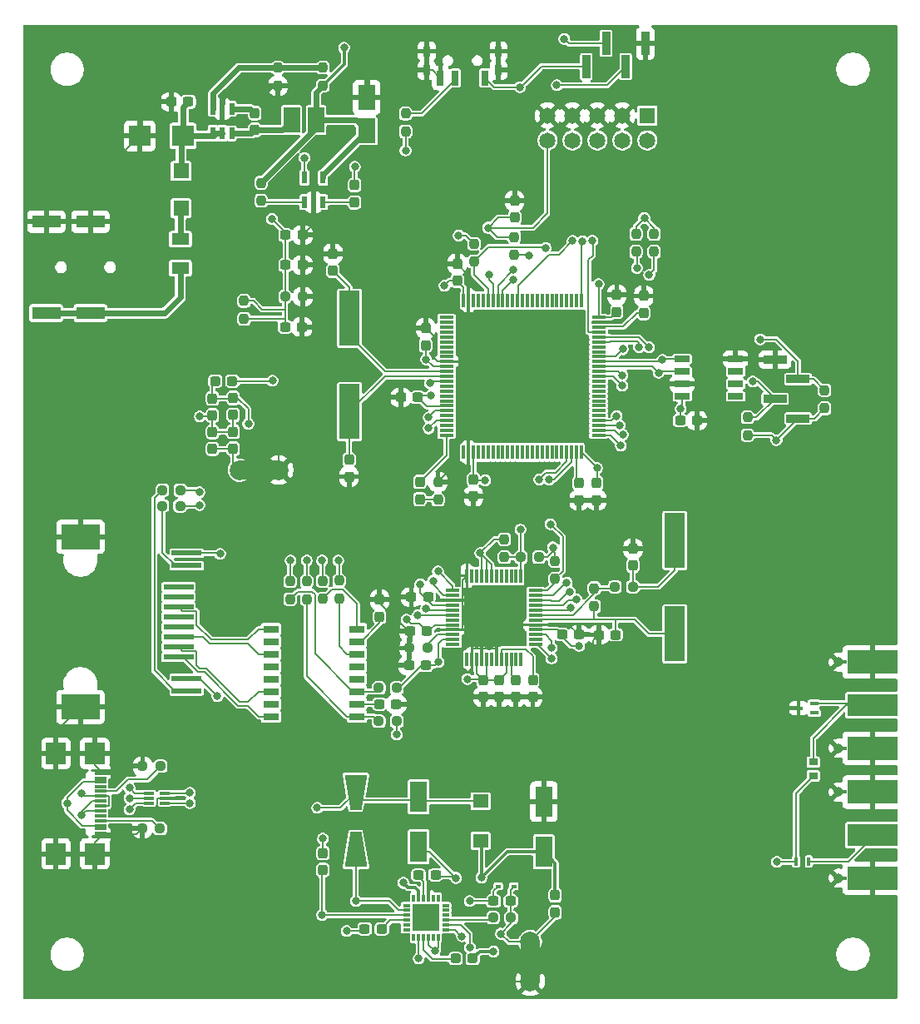
<source format=gbr>
%TF.GenerationSoftware,KiCad,Pcbnew,9.0.7*%
%TF.CreationDate,2026-02-08T15:09:09+00:00*%
%TF.ProjectId,lnb_control,6c6e625f-636f-46e7-9472-6f6c2e6b6963,rev?*%
%TF.SameCoordinates,Original*%
%TF.FileFunction,Copper,L1,Top*%
%TF.FilePolarity,Positive*%
%FSLAX46Y46*%
G04 Gerber Fmt 4.6, Leading zero omitted, Abs format (unit mm)*
G04 Created by KiCad (PCBNEW 9.0.7) date 2026-02-08 15:09:09*
%MOMM*%
%LPD*%
G01*
G04 APERTURE LIST*
G04 Aperture macros list*
%AMRoundRect*
0 Rectangle with rounded corners*
0 $1 Rounding radius*
0 $2 $3 $4 $5 $6 $7 $8 $9 X,Y pos of 4 corners*
0 Add a 4 corners polygon primitive as box body*
4,1,4,$2,$3,$4,$5,$6,$7,$8,$9,$2,$3,0*
0 Add four circle primitives for the rounded corners*
1,1,$1+$1,$2,$3*
1,1,$1+$1,$4,$5*
1,1,$1+$1,$6,$7*
1,1,$1+$1,$8,$9*
0 Add four rect primitives between the rounded corners*
20,1,$1+$1,$2,$3,$4,$5,0*
20,1,$1+$1,$4,$5,$6,$7,0*
20,1,$1+$1,$6,$7,$8,$9,0*
20,1,$1+$1,$8,$9,$2,$3,0*%
%AMOutline4P*
0 Free polygon, 4 corners , with rotation*
0 The origin of the aperture is its center*
0 number of corners: always 4*
0 $1 to $8 corner X, Y*
0 $9 Rotation angle, in degrees counterclockwise*
0 create outline with 4 corners*
4,1,4,$1,$2,$3,$4,$5,$6,$7,$8,$1,$2,$9*%
G04 Aperture macros list end*
%TA.AperFunction,EtchedComponent*%
%ADD10C,0.000000*%
%TD*%
%TA.AperFunction,SMDPad,CuDef*%
%ADD11RoundRect,0.237500X-0.300000X-0.237500X0.300000X-0.237500X0.300000X0.237500X-0.300000X0.237500X0*%
%TD*%
%TA.AperFunction,SMDPad,CuDef*%
%ADD12RoundRect,0.237500X0.300000X0.237500X-0.300000X0.237500X-0.300000X-0.237500X0.300000X-0.237500X0*%
%TD*%
%TA.AperFunction,SMDPad,CuDef*%
%ADD13RoundRect,0.237500X-0.237500X0.300000X-0.237500X-0.300000X0.237500X-0.300000X0.237500X0.300000X0*%
%TD*%
%TA.AperFunction,SMDPad,CuDef*%
%ADD14R,0.400000X0.850000*%
%TD*%
%TA.AperFunction,SMDPad,CuDef*%
%ADD15RoundRect,0.237500X0.237500X-0.250000X0.237500X0.250000X-0.237500X0.250000X-0.237500X-0.250000X0*%
%TD*%
%TA.AperFunction,SMDPad,CuDef*%
%ADD16R,1.150000X0.300000*%
%TD*%
%TA.AperFunction,SMDPad,CuDef*%
%ADD17R,2.000000X2.180000*%
%TD*%
%TA.AperFunction,SMDPad,CuDef*%
%ADD18R,0.600000X1.200000*%
%TD*%
%TA.AperFunction,SMDPad,CuDef*%
%ADD19Outline4P,-1.800000X-1.150000X1.800000X-0.550000X1.800000X0.550000X-1.800000X1.150000X270.000000*%
%TD*%
%TA.AperFunction,SMDPad,CuDef*%
%ADD20Outline4P,-1.800000X-1.150000X1.800000X-0.550000X1.800000X0.550000X-1.800000X1.150000X90.000000*%
%TD*%
%TA.AperFunction,SMDPad,CuDef*%
%ADD21R,2.100000X5.600000*%
%TD*%
%TA.AperFunction,SMDPad,CuDef*%
%ADD22RoundRect,0.237500X-0.237500X0.250000X-0.237500X-0.250000X0.237500X-0.250000X0.237500X0.250000X0*%
%TD*%
%TA.AperFunction,SMDPad,CuDef*%
%ADD23R,2.900000X1.300000*%
%TD*%
%TA.AperFunction,SMDPad,CuDef*%
%ADD24RoundRect,0.237500X0.237500X-0.300000X0.237500X0.300000X-0.237500X0.300000X-0.237500X-0.300000X0*%
%TD*%
%TA.AperFunction,SMDPad,CuDef*%
%ADD25R,0.700000X1.500000*%
%TD*%
%TA.AperFunction,SMDPad,CuDef*%
%ADD26R,0.800000X1.000000*%
%TD*%
%TA.AperFunction,SMDPad,CuDef*%
%ADD27R,0.850000X2.350000*%
%TD*%
%TA.AperFunction,SMDPad,CuDef*%
%ADD28RoundRect,0.237500X-0.250000X-0.237500X0.250000X-0.237500X0.250000X0.237500X-0.250000X0.237500X0*%
%TD*%
%TA.AperFunction,SMDPad,CuDef*%
%ADD29R,3.050000X0.610000*%
%TD*%
%TA.AperFunction,SMDPad,CuDef*%
%ADD30R,3.900000X2.500000*%
%TD*%
%TA.AperFunction,SMDPad,CuDef*%
%ADD31RoundRect,0.237500X0.250000X0.237500X-0.250000X0.237500X-0.250000X-0.237500X0.250000X-0.237500X0*%
%TD*%
%TA.AperFunction,SMDPad,CuDef*%
%ADD32R,1.640000X1.400000*%
%TD*%
%TA.AperFunction,ComponentPad*%
%ADD33R,1.650000X1.650000*%
%TD*%
%TA.AperFunction,ComponentPad*%
%ADD34C,1.650000*%
%TD*%
%TA.AperFunction,SMDPad,CuDef*%
%ADD35R,1.800000X2.500000*%
%TD*%
%TA.AperFunction,SMDPad,CuDef*%
%ADD36R,1.700000X2.600000*%
%TD*%
%TA.AperFunction,SMDPad,CuDef*%
%ADD37R,1.820000X1.160000*%
%TD*%
%TA.AperFunction,SMDPad,CuDef*%
%ADD38C,2.000000*%
%TD*%
%TA.AperFunction,SMDPad,CuDef*%
%ADD39R,0.540000X0.420000*%
%TD*%
%TA.AperFunction,SMDPad,CuDef*%
%ADD40R,0.940000X0.750000*%
%TD*%
%TA.AperFunction,SMDPad,CuDef*%
%ADD41R,0.900000X0.400000*%
%TD*%
%TA.AperFunction,SMDPad,CuDef*%
%ADD42R,1.630000X1.530000*%
%TD*%
%TA.AperFunction,SMDPad,CuDef*%
%ADD43RoundRect,0.237500X0.237500X-0.287500X0.237500X0.287500X-0.237500X0.287500X-0.237500X-0.287500X0*%
%TD*%
%TA.AperFunction,SMDPad,CuDef*%
%ADD44R,2.350000X0.850000*%
%TD*%
%TA.AperFunction,SMDPad,CuDef*%
%ADD45R,1.475000X0.300000*%
%TD*%
%TA.AperFunction,SMDPad,CuDef*%
%ADD46R,0.300000X1.475000*%
%TD*%
%TA.AperFunction,SMDPad,CuDef*%
%ADD47R,2.200000X2.150000*%
%TD*%
%TA.AperFunction,SMDPad,CuDef*%
%ADD48R,1.645000X0.800000*%
%TD*%
%TA.AperFunction,SMDPad,CuDef*%
%ADD49R,5.080000X2.290000*%
%TD*%
%TA.AperFunction,SMDPad,CuDef*%
%ADD50R,5.080000X2.420000*%
%TD*%
%TA.AperFunction,SMDPad,CuDef*%
%ADD51R,0.950000X0.460000*%
%TD*%
%TA.AperFunction,ComponentPad*%
%ADD52C,0.970000*%
%TD*%
%TA.AperFunction,SMDPad,CuDef*%
%ADD53R,1.551000X0.650000*%
%TD*%
%TA.AperFunction,SMDPad,CuDef*%
%ADD54R,1.800000X3.150000*%
%TD*%
%TA.AperFunction,SMDPad,CuDef*%
%ADD55R,0.990000X0.300000*%
%TD*%
%TA.AperFunction,SMDPad,CuDef*%
%ADD56RoundRect,0.237500X-0.287500X-0.237500X0.287500X-0.237500X0.287500X0.237500X-0.287500X0.237500X0*%
%TD*%
%TA.AperFunction,SMDPad,CuDef*%
%ADD57R,0.300000X0.750000*%
%TD*%
%TA.AperFunction,SMDPad,CuDef*%
%ADD58R,0.750000X0.300000*%
%TD*%
%TA.AperFunction,SMDPad,CuDef*%
%ADD59R,2.800000X2.800000*%
%TD*%
%TA.AperFunction,SMDPad,CuDef*%
%ADD60RoundRect,0.237500X0.287500X0.237500X-0.287500X0.237500X-0.287500X-0.237500X0.287500X-0.237500X0*%
%TD*%
%TA.AperFunction,ViaPad*%
%ADD61C,0.800000*%
%TD*%
%TA.AperFunction,Conductor*%
%ADD62C,0.600000*%
%TD*%
%TA.AperFunction,Conductor*%
%ADD63C,0.200000*%
%TD*%
%TA.AperFunction,Conductor*%
%ADD64C,0.300000*%
%TD*%
G04 APERTURE END LIST*
D10*
%TA.AperFunction,EtchedComponent*%
%TO.C,NT2*%
G36*
X103130908Y-147721565D02*
G01*
X101130908Y-147721565D01*
X101130908Y-143721565D01*
X103130908Y-143721565D01*
X103130908Y-147721565D01*
G37*
%TD.AperFunction*%
%TA.AperFunction,EtchedComponent*%
%TO.C,NT1*%
G36*
X76550000Y-96750000D02*
G01*
X72550000Y-96750000D01*
X72550000Y-94750000D01*
X76550000Y-94750000D01*
X76550000Y-96750000D01*
G37*
%TD.AperFunction*%
%TD*%
D11*
%TO.P,C20,1*%
%TO.N,+3V3*%
X117387500Y-90700000D03*
%TO.P,C20,2*%
%TO.N,GND*%
X119112500Y-90700000D03*
%TD*%
D12*
%TO.P,C40,1*%
%TO.N,+3V3*%
X91762500Y-108650000D03*
%TO.P,C40,2*%
%TO.N,GND*%
X90037500Y-108650000D03*
%TD*%
D13*
%TO.P,C19,1*%
%TO.N,+3V3*%
X108900000Y-97075000D03*
%TO.P,C19,2*%
%TO.N,GND*%
X108900000Y-98800000D03*
%TD*%
D14*
%TO.P,L5,1,1*%
%TO.N,Net-(D5-A)*%
X129200000Y-135550000D03*
%TO.P,L5,2,2*%
%TO.N,LNB_OUT*%
X130490000Y-135550000D03*
%TD*%
D15*
%TO.P,R9,1*%
%TO.N,+3V3*%
X132100000Y-89462500D03*
%TO.P,R9,2*%
%TO.N,/MCU/I2C3_SDA*%
X132100000Y-87637500D03*
%TD*%
D16*
%TO.P,J4,A1,GND*%
%TO.N,GND*%
X58380000Y-126315000D03*
%TO.P,J4,A4,VBUS*%
%TO.N,VBUS*%
X58380000Y-127115000D03*
%TO.P,J4,A5,CC1*%
%TO.N,Net-(J4-CC1)*%
X58380000Y-128415000D03*
%TO.P,J4,A6,Dp1*%
%TO.N,USB_DP*%
X58380000Y-129415000D03*
%TO.P,J4,A7,Dn1*%
%TO.N,USB_DN*%
X58380000Y-129915000D03*
%TO.P,J4,A8,SBU1*%
%TO.N,unconnected-(J4-SBU1-PadA8)*%
X58380000Y-130915000D03*
%TO.P,J4,A9,VBUS*%
%TO.N,VBUS*%
X58380000Y-132215000D03*
%TO.P,J4,A12,GND*%
%TO.N,GND*%
X58380000Y-133015000D03*
%TO.P,J4,B1,GND*%
X58380000Y-132715000D03*
%TO.P,J4,B4,VBUS*%
%TO.N,VBUS*%
X58380000Y-131915000D03*
%TO.P,J4,B5,CC2*%
%TO.N,Net-(J4-CC2)*%
X58380000Y-131415000D03*
%TO.P,J4,B6,Dp2*%
%TO.N,USB_DP*%
X58380000Y-130415000D03*
%TO.P,J4,B7,Dn2*%
%TO.N,USB_DN*%
X58380000Y-128915000D03*
%TO.P,J4,B8,SBU2*%
%TO.N,unconnected-(J4-SBU2-PadB8)*%
X58380000Y-127915000D03*
%TO.P,J4,B9,VBUS*%
%TO.N,VBUS*%
X58380000Y-127415000D03*
%TO.P,J4,B12,GND*%
%TO.N,GND*%
X58380000Y-126615000D03*
D17*
%TO.P,J4,MP1,MP1*%
X53875000Y-124555000D03*
%TO.P,J4,MP2,MP2*%
X53875000Y-134775000D03*
%TO.P,J4,MP3,MP3*%
X57805000Y-124555000D03*
%TO.P,J4,MP4,MP4*%
X57805000Y-134775000D03*
%TD*%
D13*
%TO.P,C5,1*%
%TO.N,Net-(PS1-CB)*%
X74100000Y-59437500D03*
%TO.P,C5,2*%
%TO.N,Net-(PS1-SW)*%
X74100000Y-61162500D03*
%TD*%
D15*
%TO.P,R4,1*%
%TO.N,+12V*%
X81050000Y-56650000D03*
%TO.P,R4,2*%
%TO.N,Net-(PS1-FB)*%
X81050000Y-54825000D03*
%TD*%
%TO.P,R21,1*%
%TO.N,Net-(IC6-XI{slash}CLKIN)*%
X108650000Y-109587500D03*
%TO.P,R21,2*%
%TO.N,Net-(IC6-XO)*%
X108650000Y-107762500D03*
%TD*%
D18*
%TO.P,IC1,1,EN*%
%TO.N,Net-(IC1-EN)*%
X79150000Y-68500000D03*
%TO.P,IC1,2,GND*%
%TO.N,GND*%
X80100000Y-68500000D03*
%TO.P,IC1,3,PH*%
%TO.N,Net-(IC1-PH)*%
X81050000Y-68500000D03*
%TO.P,IC1,4,VIN*%
%TO.N,+12V*%
X81050000Y-66000000D03*
%TO.P,IC1,5,VSENSE*%
%TO.N,+3V3*%
X79150000Y-66000000D03*
%TD*%
D19*
%TO.P,D5,1,K*%
%TO.N,Net-(D4-K)*%
X84380908Y-128521565D03*
D20*
%TO.P,D5,2,A*%
%TO.N,Net-(D5-A)*%
X84380908Y-134321565D03*
%TD*%
D21*
%TO.P,Y1,1,1*%
%TO.N,Net-(IC2-PH0)*%
X83750000Y-80300000D03*
%TO.P,Y1,2,2*%
%TO.N,Net-(IC2-PH1)*%
X83750000Y-89800000D03*
%TD*%
D22*
%TO.P,R7,1*%
%TO.N,+3V3*%
X112900000Y-71725000D03*
%TO.P,R7,2*%
%TO.N,/MCU/I2C1_SDA*%
X112900000Y-73550000D03*
%TD*%
%TO.P,R6,1*%
%TO.N,/MCU/NRST*%
X100500000Y-72050000D03*
%TO.P,R6,2*%
%TO.N,+3V3*%
X100500000Y-73875000D03*
%TD*%
D11*
%TO.P,C33,1*%
%TO.N,+3V3*%
X105368750Y-112481250D03*
%TO.P,C33,2*%
%TO.N,GND*%
X107093750Y-112481250D03*
%TD*%
D13*
%TO.P,C7,1*%
%TO.N,+3V3_ANA*%
X69800000Y-88462500D03*
%TO.P,C7,2*%
%TO.N,VSSA*%
X69800000Y-90187500D03*
%TD*%
D23*
%TO.P,J1,1,SLEEVE*%
%TO.N,GND*%
X57375000Y-70475000D03*
%TO.P,J1,2,SHUNT*%
X52875000Y-70475000D03*
%TO.P,J1,3,TIP_1*%
%TO.N,VIN_RAW*%
X52875000Y-79775000D03*
%TO.P,J1,4,TIP_2*%
X57375000Y-79775000D03*
%TD*%
D24*
%TO.P,C41,1*%
%TO.N,Net-(T1-CT_2)*%
X86800000Y-110662500D03*
%TO.P,C41,2*%
%TO.N,GND*%
X86800000Y-108937500D03*
%TD*%
D25*
%TO.P,S1,1,NC*%
%TO.N,+3V3*%
X97500000Y-55865000D03*
%TO.P,S1,2,COM*%
%TO.N,Net-(S1-COM)*%
X94500000Y-55865000D03*
%TO.P,S1,3,NO*%
%TO.N,GND*%
X93000000Y-55865000D03*
D26*
%TO.P,S1,MP1,MP1*%
X98900000Y-55080000D03*
%TO.P,S1,MP2,MP2*%
X91600000Y-55080000D03*
%TO.P,S1,MP3,MP3*%
X98900000Y-53150000D03*
%TO.P,S1,MP4,MP4*%
X91600000Y-53150000D03*
%TD*%
D27*
%TO.P,J2,1,Pin_1*%
%TO.N,+3V3*%
X107850000Y-54700000D03*
%TO.P,J2,2,Pin_2*%
%TO.N,/MCU/USART3_TX*%
X109850000Y-52350000D03*
%TO.P,J2,3,Pin_3*%
%TO.N,/MCU/USART3_RX*%
X111850000Y-54700000D03*
%TO.P,J2,4,Pin_4*%
%TO.N,GND*%
X113850000Y-52350000D03*
%TD*%
D28*
%TO.P,R27,1*%
%TO.N,TD-*%
X86725000Y-117900000D03*
%TO.P,R27,2*%
%TO.N,+3V3*%
X88550000Y-117900000D03*
%TD*%
D29*
%TO.P,J8,1,1*%
%TO.N,TX+*%
X66340000Y-114760000D03*
%TO.P,J8,2,2*%
%TO.N,TX-*%
X66340000Y-113740000D03*
%TO.P,J8,3,3*%
%TO.N,RX+*%
X66340000Y-112720000D03*
%TO.P,J8,4,4*%
%TO.N,unconnected-(J8-Pad4)*%
X66340000Y-111700000D03*
%TO.P,J8,5,5*%
%TO.N,unconnected-(J8-Pad5)*%
X66340000Y-110680000D03*
%TO.P,J8,6,6*%
%TO.N,RX-*%
X66340000Y-109660000D03*
%TO.P,J8,7,7*%
%TO.N,unconnected-(J8-Pad7)*%
X66340000Y-108640000D03*
%TO.P,J8,8,8*%
%TO.N,unconnected-(J8-Pad8)*%
X66340000Y-107620000D03*
%TO.P,J8,9,K_1*%
%TO.N,Net-(J8-K_1)*%
X67160000Y-118180000D03*
%TO.P,J8,10,A_1*%
%TO.N,+3V3*%
X67160000Y-116910000D03*
%TO.P,J8,11,K_2*%
%TO.N,Net-(J8-K_2)*%
X67160000Y-105470000D03*
%TO.P,J8,12,A_2*%
%TO.N,+3V3*%
X67160000Y-104200000D03*
D30*
%TO.P,J8,MP1,MP1*%
%TO.N,GND*%
X56360000Y-102530000D03*
%TO.P,J8,MP2,MP2*%
X56360000Y-119850000D03*
%TD*%
D11*
%TO.P,C1,1*%
%TO.N,+3V3*%
X77187500Y-81200000D03*
%TO.P,C1,2*%
%TO.N,GND*%
X78912500Y-81200000D03*
%TD*%
D18*
%TO.P,PS1,1,CB*%
%TO.N,Net-(PS1-CB)*%
X71750000Y-59000000D03*
%TO.P,PS1,2,GND*%
%TO.N,GND*%
X70800000Y-59000000D03*
%TO.P,PS1,3,FB*%
%TO.N,Net-(PS1-FB)*%
X69850000Y-59000000D03*
%TO.P,PS1,4,EN*%
%TO.N,VIN_PROTECTED*%
X69850000Y-61500000D03*
%TO.P,PS1,5,VIN*%
X70800000Y-61500000D03*
%TO.P,PS1,6,SW*%
%TO.N,Net-(PS1-SW)*%
X71750000Y-61500000D03*
%TD*%
D13*
%TO.P,C18,1*%
%TO.N,Net-(IC2-PH1)*%
X83700000Y-94687500D03*
%TO.P,C18,2*%
%TO.N,GND*%
X83700000Y-96412500D03*
%TD*%
D22*
%TO.P,R19,1*%
%TO.N,+3V3*%
X104650000Y-104987500D03*
%TO.P,R19,2*%
%TO.N,/MCU/W5500 Ethernet/W5500_INT*%
X104650000Y-106812500D03*
%TD*%
D31*
%TO.P,R14,1*%
%TO.N,Net-(J4-CC1)*%
X64514500Y-125865000D03*
%TO.P,R14,2*%
%TO.N,GND*%
X62689500Y-125865000D03*
%TD*%
%TO.P,R22,1*%
%TO.N,Net-(C37-Pad1)*%
X112575000Y-107625000D03*
%TO.P,R22,2*%
%TO.N,Net-(IC6-XO)*%
X110750000Y-107625000D03*
%TD*%
D15*
%TO.P,R11,1*%
%TO.N,Net-(D3-K)*%
X92750000Y-98762500D03*
%TO.P,R11,2*%
%TO.N,GND*%
X92750000Y-96937500D03*
%TD*%
%TO.P,R25,1*%
%TO.N,RD+*%
X82700000Y-108812500D03*
%TO.P,R25,2*%
%TO.N,/MCU/W5500 Ethernet/RXP*%
X82700000Y-106987500D03*
%TD*%
D32*
%TO.P,D4,1,K*%
%TO.N,Net-(D4-K)*%
X97080908Y-129421565D03*
%TO.P,D4,2,A*%
%TO.N,+12V*%
X97080908Y-133451565D03*
%TD*%
D33*
%TO.P,J5,1,1*%
%TO.N,+3V3*%
X114055000Y-59685000D03*
D34*
%TO.P,J5,2,2*%
%TO.N,/MCU/SWDIO*%
X114055000Y-62225000D03*
%TO.P,J5,3,3*%
%TO.N,GND*%
X111515000Y-59685000D03*
%TO.P,J5,4,4*%
%TO.N,/MCU/SWCLK*%
X111515000Y-62225000D03*
%TO.P,J5,5,5*%
%TO.N,GND*%
X108975000Y-59685000D03*
%TO.P,J5,6,6*%
%TO.N,/MCU/SWO*%
X108975000Y-62225000D03*
%TO.P,J5,7,7*%
%TO.N,GND*%
X106435000Y-59685000D03*
%TO.P,J5,8,8*%
%TO.N,unconnected-(J5-Pad8)*%
X106435000Y-62225000D03*
%TO.P,J5,9,9*%
%TO.N,GND*%
X103895000Y-59685000D03*
%TO.P,J5,10,10*%
%TO.N,/MCU/NRST*%
X103895000Y-62225000D03*
%TD*%
D35*
%TO.P,C6,1,+*%
%TO.N,+12V*%
X85500000Y-61250000D03*
%TO.P,C6,2,-*%
%TO.N,GND*%
X85500000Y-57850000D03*
%TD*%
D28*
%TO.P,R3,1*%
%TO.N,+3V3*%
X77187500Y-78100000D03*
%TO.P,R3,2*%
%TO.N,GND*%
X79012500Y-78100000D03*
%TD*%
D13*
%TO.P,C11,1*%
%TO.N,VSSA*%
X71900000Y-91850000D03*
%TO.P,C11,2*%
%TO.N,Net-(C10-Pad2)*%
X71900000Y-93575000D03*
%TD*%
D36*
%TO.P,L2,1,1*%
%TO.N,Net-(PS1-SW)*%
X77850000Y-60150000D03*
%TO.P,L2,2,2*%
%TO.N,+12V*%
X80350000Y-60150000D03*
%TD*%
D13*
%TO.P,C10,1*%
%TO.N,VSSA*%
X69800000Y-91875000D03*
%TO.P,C10,2*%
%TO.N,Net-(C10-Pad2)*%
X69800000Y-93600000D03*
%TD*%
D37*
%TO.P,F1,1,1*%
%TO.N,VIN_RAW*%
X66530000Y-75210000D03*
%TO.P,F1,2,2*%
%TO.N,VIN_FUSED*%
X66530000Y-72260000D03*
%TD*%
D38*
%TO.P,NT2,1,1*%
%TO.N,GND*%
X102130908Y-147721565D03*
%TO.P,NT2,2,2*%
%TO.N,PGND*%
X102130908Y-143721565D03*
%TD*%
D24*
%TO.P,C15,1*%
%TO.N,Net-(IC2-PH0)*%
X82050000Y-75462500D03*
%TO.P,C15,2*%
%TO.N,GND*%
X82050000Y-73737500D03*
%TD*%
D39*
%TO.P,D6,1,K*%
%TO.N,Net-(D5-A)*%
X98880908Y-138071565D03*
%TO.P,D6,2,A*%
%TO.N,PGND*%
X100480908Y-138071565D03*
%TD*%
D40*
%TO.P,C29,1,1*%
%TO.N,Net-(D5-A)*%
X130950000Y-126850000D03*
%TO.P,C29,2,2*%
%TO.N,IF_OUT*%
X130950000Y-125450000D03*
%TD*%
D41*
%TO.P,D7,1,K1*%
%TO.N,unconnected-(D7-K1-Pad1)*%
X131050000Y-120450000D03*
%TO.P,D7,2,K2*%
%TO.N,IF_OUT*%
X131050000Y-119450000D03*
%TO.P,D7,3,COMMON_ANODE*%
%TO.N,GND*%
X129450000Y-119950000D03*
%TD*%
D42*
%TO.P,D1,1,K*%
%TO.N,VIN_PROTECTED*%
X66600000Y-65330000D03*
%TO.P,D1,2,A*%
%TO.N,VIN_FUSED*%
X66600000Y-69130000D03*
%TD*%
D43*
%TO.P,L1,1,1*%
%TO.N,Net-(IC1-PH)*%
X84250000Y-68525000D03*
%TO.P,L1,2,2*%
%TO.N,+3V3*%
X84250000Y-66775000D03*
%TD*%
D22*
%TO.P,R5,1*%
%TO.N,Net-(PS1-FB)*%
X76450000Y-54837500D03*
%TO.P,R5,2*%
%TO.N,GND*%
X76450000Y-56662500D03*
%TD*%
D44*
%TO.P,J3,1,Pin_1*%
%TO.N,+3V3*%
X129400000Y-90500000D03*
%TO.P,J3,2,Pin_2*%
%TO.N,/MCU/I2C3_SCL*%
X127050000Y-88500000D03*
%TO.P,J3,3,Pin_3*%
%TO.N,/MCU/I2C3_SDA*%
X129400000Y-86500000D03*
%TO.P,J3,4,Pin_4*%
%TO.N,GND*%
X127050000Y-84500000D03*
%TD*%
D45*
%TO.P,IC2,1,PE2*%
%TO.N,unconnected-(IC2-PE2-Pad1)*%
X93612000Y-80212000D03*
%TO.P,IC2,2,PE3*%
%TO.N,unconnected-(IC2-PE3-Pad2)*%
X93612000Y-80712000D03*
%TO.P,IC2,3,PE4*%
%TO.N,unconnected-(IC2-PE4-Pad3)*%
X93612000Y-81212000D03*
%TO.P,IC2,4,PE5*%
%TO.N,unconnected-(IC2-PE5-Pad4)*%
X93612000Y-81712000D03*
%TO.P,IC2,5,PE6*%
%TO.N,unconnected-(IC2-PE6-Pad5)*%
X93612000Y-82212000D03*
%TO.P,IC2,6,VBAT*%
%TO.N,unconnected-(IC2-VBAT-Pad6)*%
X93612000Y-82712000D03*
%TO.P,IC2,7,PC13*%
%TO.N,unconnected-(IC2-PC13-Pad7)*%
X93612000Y-83212000D03*
%TO.P,IC2,8,PC14*%
%TO.N,unconnected-(IC2-PC14-Pad8)*%
X93612000Y-83712000D03*
%TO.P,IC2,9,PC15*%
%TO.N,unconnected-(IC2-PC15-Pad9)*%
X93612000Y-84212000D03*
%TO.P,IC2,10,VSS_1*%
%TO.N,GND*%
X93612000Y-84712000D03*
%TO.P,IC2,11,VDD_1*%
%TO.N,+3V3*%
X93612000Y-85212000D03*
%TO.P,IC2,12,PH0*%
%TO.N,Net-(IC2-PH0)*%
X93612000Y-85712000D03*
%TO.P,IC2,13,PH1*%
%TO.N,Net-(IC2-PH1)*%
X93612000Y-86212000D03*
%TO.P,IC2,14,NRST*%
%TO.N,/MCU/NRST*%
X93612000Y-86712000D03*
%TO.P,IC2,15,PC0*%
%TO.N,unconnected-(IC2-PC0-Pad15)*%
X93612000Y-87212000D03*
%TO.P,IC2,16,PC1*%
%TO.N,unconnected-(IC2-PC1-Pad16)*%
X93612000Y-87712000D03*
%TO.P,IC2,17,PC2*%
%TO.N,unconnected-(IC2-PC2-Pad17)*%
X93612000Y-88212000D03*
%TO.P,IC2,18,PC3*%
%TO.N,unconnected-(IC2-PC3-Pad18)*%
X93612000Y-88712000D03*
%TO.P,IC2,19,VDD_2*%
%TO.N,+3V3*%
X93612000Y-89212000D03*
%TO.P,IC2,20,VSSA*%
%TO.N,VSSA*%
X93612000Y-89712000D03*
%TO.P,IC2,21,VREF+*%
%TO.N,unconnected-(IC2-VREF+-Pad21)*%
X93612000Y-90212000D03*
%TO.P,IC2,22,VDDA*%
%TO.N,+3V3_ANA*%
X93612000Y-90712000D03*
%TO.P,IC2,23,PA0*%
%TO.N,unconnected-(IC2-PA0-Pad23)*%
X93612000Y-91212000D03*
%TO.P,IC2,24,PA1*%
%TO.N,unconnected-(IC2-PA1-Pad24)*%
X93612000Y-91712000D03*
%TO.P,IC2,25,PA2*%
%TO.N,/MCU/LED_STATUS*%
X93612000Y-92212000D03*
D46*
%TO.P,IC2,26,PA3*%
%TO.N,unconnected-(IC2-PA3-Pad26)*%
X95350000Y-93950000D03*
%TO.P,IC2,27,VSS_2*%
%TO.N,GND*%
X95850000Y-93950000D03*
%TO.P,IC2,28,VDD_3*%
%TO.N,+3V3*%
X96350000Y-93950000D03*
%TO.P,IC2,29,PA4*%
%TO.N,unconnected-(IC2-PA4-Pad29)*%
X96850000Y-93950000D03*
%TO.P,IC2,30,PA5*%
%TO.N,unconnected-(IC2-PA5-Pad30)*%
X97350000Y-93950000D03*
%TO.P,IC2,31,PA6*%
%TO.N,unconnected-(IC2-PA6-Pad31)*%
X97850000Y-93950000D03*
%TO.P,IC2,32,PA7*%
%TO.N,unconnected-(IC2-PA7-Pad32)*%
X98350000Y-93950000D03*
%TO.P,IC2,33,PC4*%
%TO.N,unconnected-(IC2-PC4-Pad33)*%
X98850000Y-93950000D03*
%TO.P,IC2,34,PC5*%
%TO.N,unconnected-(IC2-PC5-Pad34)*%
X99350000Y-93950000D03*
%TO.P,IC2,35,PB0*%
%TO.N,unconnected-(IC2-PB0-Pad35)*%
X99850000Y-93950000D03*
%TO.P,IC2,36,PB1*%
%TO.N,unconnected-(IC2-PB1-Pad36)*%
X100350000Y-93950000D03*
%TO.P,IC2,37,PB2*%
%TO.N,unconnected-(IC2-PB2-Pad37)*%
X100850000Y-93950000D03*
%TO.P,IC2,38,PE7*%
%TO.N,unconnected-(IC2-PE7-Pad38)*%
X101350000Y-93950000D03*
%TO.P,IC2,39,PE8*%
%TO.N,unconnected-(IC2-PE8-Pad39)*%
X101850000Y-93950000D03*
%TO.P,IC2,40,PE9*%
%TO.N,unconnected-(IC2-PE9-Pad40)*%
X102350000Y-93950000D03*
%TO.P,IC2,41,PE10*%
%TO.N,unconnected-(IC2-PE10-Pad41)*%
X102850000Y-93950000D03*
%TO.P,IC2,42,PE11*%
%TO.N,unconnected-(IC2-PE11-Pad42)*%
X103350000Y-93950000D03*
%TO.P,IC2,43,PE12*%
%TO.N,unconnected-(IC2-PE12-Pad43)*%
X103850000Y-93950000D03*
%TO.P,IC2,44,PE13*%
%TO.N,unconnected-(IC2-PE13-Pad44)*%
X104350000Y-93950000D03*
%TO.P,IC2,45,PE14*%
%TO.N,unconnected-(IC2-PE14-Pad45)*%
X104850000Y-93950000D03*
%TO.P,IC2,46,PE15*%
%TO.N,unconnected-(IC2-PE15-Pad46)*%
X105350000Y-93950000D03*
%TO.P,IC2,47,PB10*%
%TO.N,/MCU/USART3_TX*%
X105850000Y-93950000D03*
%TO.P,IC2,48,PB11*%
%TO.N,/MCU/USART3_RX*%
X106350000Y-93950000D03*
%TO.P,IC2,49,VCAP_1*%
%TO.N,Net-(IC2-VCAP_1)*%
X106850000Y-93950000D03*
%TO.P,IC2,50,VDD_4*%
%TO.N,+3V3*%
X107350000Y-93950000D03*
D45*
%TO.P,IC2,51,PB12*%
%TO.N,/MCU/W5500 Ethernet/SCSN*%
X109088000Y-92212000D03*
%TO.P,IC2,52,PB13*%
%TO.N,/MCU/W5500 Ethernet/SCLK*%
X109088000Y-91712000D03*
%TO.P,IC2,53,PB14*%
%TO.N,/MCU/W5500 Ethernet/MISO*%
X109088000Y-91212000D03*
%TO.P,IC2,54,PB15*%
%TO.N,/MCU/W5500 Ethernet/MOSI*%
X109088000Y-90712000D03*
%TO.P,IC2,55,PD8*%
%TO.N,unconnected-(IC2-PD8-Pad55)*%
X109088000Y-90212000D03*
%TO.P,IC2,56,PD9*%
%TO.N,unconnected-(IC2-PD9-Pad56)*%
X109088000Y-89712000D03*
%TO.P,IC2,57,PD10*%
%TO.N,unconnected-(IC2-PD10-Pad57)*%
X109088000Y-89212000D03*
%TO.P,IC2,58,PD11*%
%TO.N,unconnected-(IC2-PD11-Pad58)*%
X109088000Y-88712000D03*
%TO.P,IC2,59,PD12*%
%TO.N,unconnected-(IC2-PD12-Pad59)*%
X109088000Y-88212000D03*
%TO.P,IC2,60,PD13*%
%TO.N,unconnected-(IC2-PD13-Pad60)*%
X109088000Y-87712000D03*
%TO.P,IC2,61,PD14*%
%TO.N,unconnected-(IC2-PD14-Pad61)*%
X109088000Y-87212000D03*
%TO.P,IC2,62,PD15*%
%TO.N,unconnected-(IC2-PD15-Pad62)*%
X109088000Y-86712000D03*
%TO.P,IC2,63,PC6*%
%TO.N,/MCU/W5500 Ethernet/W5500_RST*%
X109088000Y-86212000D03*
%TO.P,IC2,64,PC7*%
%TO.N,/MCU/W5500 Ethernet/W5500_INT*%
X109088000Y-85712000D03*
%TO.P,IC2,65,PC8*%
%TO.N,/MCU/I2C3_SCL*%
X109088000Y-85212000D03*
%TO.P,IC2,66,PC9*%
%TO.N,/MCU/I2C3_SDA*%
X109088000Y-84712000D03*
%TO.P,IC2,67,PA8*%
%TO.N,Net-(IC2-PA8)*%
X109088000Y-84212000D03*
%TO.P,IC2,68,PA9*%
%TO.N,unconnected-(IC2-PA9-Pad68)*%
X109088000Y-83712000D03*
%TO.P,IC2,69,PA10*%
%TO.N,unconnected-(IC2-PA10-Pad69)*%
X109088000Y-83212000D03*
%TO.P,IC2,70,PA11*%
%TO.N,USB_D-*%
X109088000Y-82712000D03*
%TO.P,IC2,71,PA12*%
%TO.N,USB_D+*%
X109088000Y-82212000D03*
%TO.P,IC2,72,PA13*%
%TO.N,/MCU/SWDIO*%
X109088000Y-81712000D03*
%TO.P,IC2,73,VCAP_2*%
%TO.N,Net-(IC2-VCAP_2)*%
X109088000Y-81212000D03*
%TO.P,IC2,74,VSS_3*%
%TO.N,GND*%
X109088000Y-80712000D03*
%TO.P,IC2,75,VDD_5*%
%TO.N,+3V3*%
X109088000Y-80212000D03*
D46*
%TO.P,IC2,76,PA14*%
%TO.N,/MCU/SWCLK*%
X107350000Y-78474000D03*
%TO.P,IC2,77,PA15*%
%TO.N,unconnected-(IC2-PA15-Pad77)*%
X106850000Y-78474000D03*
%TO.P,IC2,78,PC10*%
%TO.N,unconnected-(IC2-PC10-Pad78)*%
X106350000Y-78474000D03*
%TO.P,IC2,79,PC11*%
%TO.N,unconnected-(IC2-PC11-Pad79)*%
X105850000Y-78474000D03*
%TO.P,IC2,80,PC12*%
%TO.N,unconnected-(IC2-PC12-Pad80)*%
X105350000Y-78474000D03*
%TO.P,IC2,81,PD0*%
%TO.N,unconnected-(IC2-PD0-Pad81)*%
X104850000Y-78474000D03*
%TO.P,IC2,82,PD1*%
%TO.N,unconnected-(IC2-PD1-Pad82)*%
X104350000Y-78474000D03*
%TO.P,IC2,83,PD2*%
%TO.N,unconnected-(IC2-PD2-Pad83)*%
X103850000Y-78474000D03*
%TO.P,IC2,84,PD3*%
%TO.N,unconnected-(IC2-PD3-Pad84)*%
X103350000Y-78474000D03*
%TO.P,IC2,85,PD4*%
%TO.N,unconnected-(IC2-PD4-Pad85)*%
X102850000Y-78474000D03*
%TO.P,IC2,86,PD5*%
%TO.N,unconnected-(IC2-PD5-Pad86)*%
X102350000Y-78474000D03*
%TO.P,IC2,87,PD6*%
%TO.N,unconnected-(IC2-PD6-Pad87)*%
X101850000Y-78474000D03*
%TO.P,IC2,88,PD7*%
%TO.N,unconnected-(IC2-PD7-Pad88)*%
X101350000Y-78474000D03*
%TO.P,IC2,89,PB3*%
%TO.N,/MCU/SWO*%
X100850000Y-78474000D03*
%TO.P,IC2,90,PB4*%
%TO.N,unconnected-(IC2-PB4-Pad90)*%
X100350000Y-78474000D03*
%TO.P,IC2,91,PB5*%
%TO.N,unconnected-(IC2-PB5-Pad91)*%
X99850000Y-78474000D03*
%TO.P,IC2,92,PB6*%
%TO.N,/MCU/I2C1_SCL*%
X99350000Y-78474000D03*
%TO.P,IC2,93,PB7*%
%TO.N,/MCU/I2C1_SDA*%
X98850000Y-78474000D03*
%TO.P,IC2,94,BOOT0*%
%TO.N,/MCU/BOOT0*%
X98350000Y-78474000D03*
%TO.P,IC2,95,PB8*%
%TO.N,/MCU/LNBH26PQR/LNB_FLT*%
X97850000Y-78474000D03*
%TO.P,IC2,96,PB9*%
%TO.N,unconnected-(IC2-PB9-Pad96)*%
X97350000Y-78474000D03*
%TO.P,IC2,97,PE0*%
%TO.N,unconnected-(IC2-PE0-Pad97)*%
X96850000Y-78474000D03*
%TO.P,IC2,98,PE1*%
%TO.N,unconnected-(IC2-PE1-Pad98)*%
X96350000Y-78474000D03*
%TO.P,IC2,99,VSS_4*%
%TO.N,GND*%
X95850000Y-78474000D03*
%TO.P,IC2,100,VDD_6*%
%TO.N,+3V3*%
X95350000Y-78474000D03*
%TD*%
D47*
%TO.P,D2,1,K*%
%TO.N,VIN_PROTECTED*%
X66800000Y-61750000D03*
%TO.P,D2,2,A*%
%TO.N,GND*%
X62400000Y-61750000D03*
%TD*%
D43*
%TO.P,D3,1,K*%
%TO.N,Net-(D3-K)*%
X90900000Y-98700000D03*
%TO.P,D3,2,A*%
%TO.N,/MCU/LED_STATUS*%
X90900000Y-96950000D03*
%TD*%
D24*
%TO.P,C32,1*%
%TO.N,GND*%
X100650000Y-118812500D03*
%TO.P,C32,2*%
%TO.N,Net-(IC6-1V2O)*%
X100650000Y-117087500D03*
%TD*%
D15*
%TO.P,R24,1*%
%TO.N,TD-*%
X77700000Y-108887500D03*
%TO.P,R24,2*%
%TO.N,/MCU/W5500 Ethernet/TXN*%
X77700000Y-107062500D03*
%TD*%
D22*
%TO.P,R12,1*%
%TO.N,+3V3*%
X96400000Y-72725000D03*
%TO.P,R12,2*%
%TO.N,/MCU/LNBH26PQR/LNB_FLT*%
X96400000Y-74550000D03*
%TD*%
%TO.P,R1,1*%
%TO.N,+12V*%
X74750000Y-66525000D03*
%TO.P,R1,2*%
%TO.N,Net-(IC1-EN)*%
X74750000Y-68350000D03*
%TD*%
D31*
%TO.P,R30,1*%
%TO.N,/MCU/W5500 Ethernet/LNKLED*%
X66502500Y-99390000D03*
%TO.P,R30,2*%
%TO.N,Net-(J8-K_2)*%
X64677500Y-99390000D03*
%TD*%
D28*
%TO.P,R28,1*%
%TO.N,TD+*%
X86725000Y-121300000D03*
%TO.P,R28,2*%
%TO.N,+3V3*%
X88550000Y-121300000D03*
%TD*%
D12*
%TO.P,C38,1*%
%TO.N,+3V3*%
X91512500Y-115600000D03*
%TO.P,C38,2*%
%TO.N,GND*%
X89787500Y-115600000D03*
%TD*%
D31*
%TO.P,R16,1*%
%TO.N,PGND*%
X100193408Y-141271565D03*
%TO.P,R16,2*%
%TO.N,Net-(IC5-ISEL)*%
X98368408Y-141271565D03*
%TD*%
%TO.P,R29,1*%
%TO.N,/MCU/W5500 Ethernet/ACTLED*%
X66522500Y-97800000D03*
%TO.P,R29,2*%
%TO.N,Net-(J8-K_1)*%
X64697500Y-97800000D03*
%TD*%
D48*
%TO.P,T1,1,TD+*%
%TO.N,TD+*%
X84500000Y-120800000D03*
%TO.P,T1,2,CT_1*%
%TO.N,Net-(T1-CT_1)*%
X84500000Y-119530000D03*
%TO.P,T1,3,TD-*%
%TO.N,TD-*%
X84500000Y-118260000D03*
%TO.P,T1,4,NC_1*%
%TO.N,unconnected-(T1-NC_1-Pad4)*%
X84500000Y-116990000D03*
%TO.P,T1,5,NC_2*%
%TO.N,unconnected-(T1-NC_2-Pad5)*%
X84500000Y-115720000D03*
%TO.P,T1,6,RD+*%
%TO.N,RD+*%
X84500000Y-114450000D03*
%TO.P,T1,7,CT_2*%
%TO.N,Net-(T1-CT_2)*%
X84500000Y-113180000D03*
%TO.P,T1,8,RD-*%
%TO.N,RD-*%
X84500000Y-111910000D03*
%TO.P,T1,9,RX-*%
%TO.N,RX-*%
X75744000Y-111910000D03*
%TO.P,T1,10,CT_3*%
%TO.N,unconnected-(T1-CT_3-Pad10)*%
X75744000Y-113180000D03*
%TO.P,T1,11,RX+*%
%TO.N,RX+*%
X75744000Y-114450000D03*
%TO.P,T1,12,NC_4*%
%TO.N,unconnected-(T1-NC_4-Pad12)*%
X75744000Y-115720000D03*
%TO.P,T1,13,NC_5*%
%TO.N,unconnected-(T1-NC_5-Pad13)*%
X75744000Y-116990000D03*
%TO.P,T1,14,TX-*%
%TO.N,TX-*%
X75744000Y-118260000D03*
%TO.P,T1,15,CT_4*%
%TO.N,unconnected-(T1-CT_4-Pad15)*%
X75744000Y-119530000D03*
%TO.P,T1,16,TX+*%
%TO.N,TX+*%
X75744000Y-120800000D03*
%TD*%
D11*
%TO.P,C27,1*%
%TO.N,Net-(D5-A)*%
X98418408Y-139571565D03*
%TO.P,C27,2*%
%TO.N,PGND*%
X100143408Y-139571565D03*
%TD*%
D15*
%TO.P,R23,1*%
%TO.N,TD+*%
X79400000Y-108887500D03*
%TO.P,R23,2*%
%TO.N,/MCU/W5500 Ethernet/TXP*%
X79400000Y-107062500D03*
%TD*%
%TO.P,R13,1*%
%TO.N,/MCU/BOOT0*%
X89450000Y-61312500D03*
%TO.P,R13,2*%
%TO.N,Net-(S1-COM)*%
X89450000Y-59487500D03*
%TD*%
D49*
%TO.P,J6,1,In*%
%TO.N,IF_OUT*%
X136950000Y-119650000D03*
D50*
%TO.P,J6,2,Ext*%
%TO.N,GND*%
X136950000Y-124030000D03*
X136950000Y-115270000D03*
D51*
X133960000Y-124030000D03*
X133960000Y-115270000D03*
D52*
X133510000Y-124030000D03*
X133510000Y-115270000D03*
%TD*%
D13*
%TO.P,C34,1*%
%TO.N,+3V3*%
X99000000Y-117087500D03*
%TO.P,C34,2*%
%TO.N,GND*%
X99000000Y-118812500D03*
%TD*%
D11*
%TO.P,C3,1*%
%TO.N,+3V3*%
X77237500Y-71850000D03*
%TO.P,C3,2*%
%TO.N,GND*%
X78962500Y-71850000D03*
%TD*%
%TO.P,C42,1*%
%TO.N,Net-(T1-CT_1)*%
X86787500Y-119550000D03*
%TO.P,C42,2*%
%TO.N,GND*%
X88512500Y-119550000D03*
%TD*%
D24*
%TO.P,C9,1*%
%TO.N,/MCU/NRST*%
X100550000Y-70075000D03*
%TO.P,C9,2*%
%TO.N,GND*%
X100550000Y-68350000D03*
%TD*%
D13*
%TO.P,C36,1*%
%TO.N,+3V3*%
X97350000Y-117087500D03*
%TO.P,C36,2*%
%TO.N,GND*%
X97350000Y-118812500D03*
%TD*%
D24*
%TO.P,C8,1*%
%TO.N,+3V3*%
X94700000Y-76500000D03*
%TO.P,C8,2*%
%TO.N,GND*%
X94700000Y-74775000D03*
%TD*%
%TO.P,C16,1*%
%TO.N,+3V3*%
X110950000Y-79650000D03*
%TO.P,C16,2*%
%TO.N,GND*%
X110950000Y-77925000D03*
%TD*%
D13*
%TO.P,C21,1*%
%TO.N,Net-(IC2-VCAP_1)*%
X107100000Y-97075000D03*
%TO.P,C21,2*%
%TO.N,GND*%
X107100000Y-98800000D03*
%TD*%
D12*
%TO.P,C28,1*%
%TO.N,PGND*%
X92493408Y-136921565D03*
%TO.P,C28,2*%
%TO.N,Net-(IC5-BYP)*%
X90768408Y-136921565D03*
%TD*%
D53*
%TO.P,IC4,1,NC_1*%
%TO.N,unconnected-(IC4-NC_1-Pad1)*%
X123050000Y-88250000D03*
%TO.P,IC4,2,NC_2*%
%TO.N,unconnected-(IC4-NC_2-Pad2)*%
X123050000Y-86980000D03*
%TO.P,IC4,3,NC_3*%
%TO.N,unconnected-(IC4-NC_3-Pad3)*%
X123050000Y-85710000D03*
%TO.P,IC4,4,VSS*%
%TO.N,GND*%
X123050000Y-84440000D03*
%TO.P,IC4,5,SDA*%
%TO.N,/MCU/I2C3_SDA*%
X117600000Y-84440000D03*
%TO.P,IC4,6,SCL*%
%TO.N,/MCU/I2C3_SCL*%
X117600000Y-85710000D03*
%TO.P,IC4,7,WP*%
%TO.N,GND*%
X117600000Y-86980000D03*
%TO.P,IC4,8,VDD*%
%TO.N,+3V3*%
X117600000Y-88250000D03*
%TD*%
D49*
%TO.P,J7,1,In*%
%TO.N,LNB_OUT*%
X136950000Y-132870000D03*
D50*
%TO.P,J7,2,Ext*%
%TO.N,GND*%
X136950000Y-137250000D03*
X136950000Y-128490000D03*
D51*
X133960000Y-137250000D03*
X133960000Y-128490000D03*
D52*
X133510000Y-137250000D03*
X133510000Y-128490000D03*
%TD*%
D22*
%TO.P,R8,1*%
%TO.N,+3V3*%
X114750000Y-71725000D03*
%TO.P,R8,2*%
%TO.N,/MCU/I2C1_SCL*%
X114750000Y-73550000D03*
%TD*%
D12*
%TO.P,C2,1*%
%TO.N,VIN_PROTECTED*%
X67325000Y-58300000D03*
%TO.P,C2,2*%
%TO.N,GND*%
X65600000Y-58300000D03*
%TD*%
D24*
%TO.P,C37,1*%
%TO.N,Net-(C37-Pad1)*%
X112600000Y-105462500D03*
%TO.P,C37,2*%
%TO.N,GND*%
X112600000Y-103737500D03*
%TD*%
D54*
%TO.P,C24,1*%
%TO.N,+12V*%
X103530908Y-134571565D03*
%TO.P,C24,2*%
%TO.N,GND*%
X103530908Y-129471565D03*
%TD*%
D15*
%TO.P,R10,1*%
%TO.N,+3V3*%
X124250000Y-92212500D03*
%TO.P,R10,2*%
%TO.N,/MCU/I2C3_SCL*%
X124250000Y-90387500D03*
%TD*%
D12*
%TO.P,C12,1*%
%TO.N,+3V3*%
X90700000Y-88350000D03*
%TO.P,C12,2*%
%TO.N,GND*%
X88975000Y-88350000D03*
%TD*%
D24*
%TO.P,C31,1*%
%TO.N,GND*%
X102400000Y-118812500D03*
%TO.P,C31,2*%
%TO.N,Net-(IC6-TOCAP)*%
X102400000Y-117087500D03*
%TD*%
D15*
%TO.P,R2,1*%
%TO.N,+3V3*%
X73000000Y-80362500D03*
%TO.P,R2,2*%
X73000000Y-78537500D03*
%TD*%
D31*
%TO.P,R18,1*%
%TO.N,Net-(IC6-EXRES1)*%
X91662500Y-113850000D03*
%TO.P,R18,2*%
%TO.N,GND*%
X89837500Y-113850000D03*
%TD*%
%TO.P,R15,1*%
%TO.N,Net-(J4-CC2)*%
X64464500Y-132215000D03*
%TO.P,R15,2*%
%TO.N,GND*%
X62639500Y-132215000D03*
%TD*%
D55*
%TO.P,IC3,1,I/O1_1*%
%TO.N,USB_D+*%
X64952000Y-129615000D03*
%TO.P,IC3,2,GND*%
%TO.N,GND*%
X64952000Y-129115000D03*
%TO.P,IC3,3,I/O2_1*%
%TO.N,USB_D-*%
X64952000Y-128615000D03*
%TO.P,IC3,4,I/O2_2*%
%TO.N,USB_DN*%
X63342000Y-128615000D03*
%TO.P,IC3,5,VBUS*%
%TO.N,VBUS*%
X63342000Y-129115000D03*
%TO.P,IC3,6,I/O1_2*%
%TO.N,USB_DP*%
X63342000Y-129615000D03*
%TD*%
D11*
%TO.P,C23,1*%
%TO.N,Net-(IC2-PA8)*%
X85293408Y-142421565D03*
%TO.P,C23,2*%
%TO.N,/MCU/TIM1_CH1_DSQ*%
X87018408Y-142421565D03*
%TD*%
D15*
%TO.P,R26,1*%
%TO.N,RD-*%
X81000000Y-108850000D03*
%TO.P,R26,2*%
%TO.N,/MCU/W5500 Ethernet/RXN*%
X81000000Y-107025000D03*
%TD*%
D56*
%TO.P,L3,1*%
%TO.N,+3V3_ANA*%
X70075000Y-86700000D03*
%TO.P,L3,2*%
%TO.N,+3V3*%
X71825000Y-86700000D03*
%TD*%
D12*
%TO.P,C35,1*%
%TO.N,Net-(IC6-XI{slash}CLKIN)*%
X110850000Y-112500000D03*
%TO.P,C35,2*%
%TO.N,GND*%
X109125000Y-112500000D03*
%TD*%
D21*
%TO.P,Y2,1,1*%
%TO.N,Net-(IC6-XI{slash}CLKIN)*%
X116850000Y-112400000D03*
%TO.P,Y2,2,2*%
%TO.N,Net-(C37-Pad1)*%
X116850000Y-102900000D03*
%TD*%
D22*
%TO.P,R20,1*%
%TO.N,+3V3*%
X99500000Y-102775000D03*
%TO.P,R20,2*%
%TO.N,/MCU/W5500 Ethernet/W5500_RST*%
X99500000Y-104600000D03*
%TD*%
D13*
%TO.P,C22,1*%
%TO.N,GND*%
X113700000Y-78037500D03*
%TO.P,C22,2*%
%TO.N,Net-(IC2-VCAP_2)*%
X113700000Y-79762500D03*
%TD*%
%TO.P,C13,1*%
%TO.N,+3V3_ANA*%
X71900000Y-88412500D03*
%TO.P,C13,2*%
%TO.N,VSSA*%
X71900000Y-90137500D03*
%TD*%
D12*
%TO.P,C39,1*%
%TO.N,+3V3*%
X91612500Y-112150000D03*
%TO.P,C39,2*%
%TO.N,GND*%
X89887500Y-112150000D03*
%TD*%
D24*
%TO.P,C25,1*%
%TO.N,Net-(D4-K)*%
X81030908Y-136421565D03*
%TO.P,C25,2*%
%TO.N,PGND*%
X81030908Y-134696565D03*
%TD*%
D31*
%TO.P,R17,1*%
%TO.N,+3V3*%
X103025000Y-104600000D03*
%TO.P,R17,2*%
%TO.N,/MCU/W5500 Ethernet/W5500_RST*%
X101200000Y-104600000D03*
%TD*%
D38*
%TO.P,NT1,1,1*%
%TO.N,Net-(C10-Pad2)*%
X72550000Y-95750000D03*
%TO.P,NT1,2,2*%
%TO.N,GND*%
X76550000Y-95750000D03*
%TD*%
D45*
%TO.P,IC6,1,TXN*%
%TO.N,/MCU/W5500 Ethernet/TXN*%
X94212000Y-107988000D03*
%TO.P,IC6,2,TXP*%
%TO.N,/MCU/W5500 Ethernet/TXP*%
X94212000Y-108488000D03*
%TO.P,IC6,3,AGND_1*%
%TO.N,GND*%
X94212000Y-108988000D03*
%TO.P,IC6,4,AVDD_1*%
%TO.N,+3V3*%
X94212000Y-109488000D03*
%TO.P,IC6,5,RXN*%
%TO.N,/MCU/W5500 Ethernet/RXN*%
X94212000Y-109988000D03*
%TO.P,IC6,6,RXP*%
%TO.N,/MCU/W5500 Ethernet/RXP*%
X94212000Y-110488000D03*
%TO.P,IC6,7,DNC*%
%TO.N,unconnected-(IC6-DNC-Pad7)*%
X94212000Y-110988000D03*
%TO.P,IC6,8,AVDD_2*%
%TO.N,+3V3*%
X94212000Y-111488000D03*
%TO.P,IC6,9,AGND_2*%
%TO.N,GND*%
X94212000Y-111988000D03*
%TO.P,IC6,10,EXRES1*%
%TO.N,Net-(IC6-EXRES1)*%
X94212000Y-112488000D03*
%TO.P,IC6,11,AVDD_3*%
%TO.N,+3V3*%
X94212000Y-112988000D03*
%TO.P,IC6,12,NC_1*%
%TO.N,unconnected-(IC6-NC_1-Pad12)*%
X94212000Y-113488000D03*
D46*
%TO.P,IC6,13,NC_2*%
%TO.N,unconnected-(IC6-NC_2-Pad13)*%
X95700000Y-114976000D03*
%TO.P,IC6,14,AGND_3*%
%TO.N,GND*%
X96200000Y-114976000D03*
%TO.P,IC6,15,AVDD_4*%
%TO.N,+3V3*%
X96700000Y-114976000D03*
%TO.P,IC6,16,AGND_4*%
%TO.N,GND*%
X97200000Y-114976000D03*
%TO.P,IC6,17,AVDD_5*%
%TO.N,+3V3*%
X97700000Y-114976000D03*
%TO.P,IC6,18,VBG*%
%TO.N,unconnected-(IC6-VBG-Pad18)*%
X98200000Y-114976000D03*
%TO.P,IC6,19,AGND_5*%
%TO.N,GND*%
X98700000Y-114976000D03*
%TO.P,IC6,20,TOCAP*%
%TO.N,Net-(IC6-TOCAP)*%
X99200000Y-114976000D03*
%TO.P,IC6,21,AVDD_6*%
%TO.N,+3V3*%
X99700000Y-114976000D03*
%TO.P,IC6,22,1V2O*%
%TO.N,Net-(IC6-1V2O)*%
X100200000Y-114976000D03*
%TO.P,IC6,23,RSVD_1*%
%TO.N,unconnected-(IC6-RSVD_1-Pad23)*%
X100700000Y-114976000D03*
%TO.P,IC6,24,SPDLED*%
%TO.N,unconnected-(IC6-SPDLED-Pad24)*%
X101200000Y-114976000D03*
D45*
%TO.P,IC6,25,LINKLED*%
%TO.N,/MCU/W5500 Ethernet/LNKLED*%
X102688000Y-113488000D03*
%TO.P,IC6,26,DUPLED*%
%TO.N,unconnected-(IC6-DUPLED-Pad26)*%
X102688000Y-112988000D03*
%TO.P,IC6,27,ACTLED*%
%TO.N,/MCU/W5500 Ethernet/ACTLED*%
X102688000Y-112488000D03*
%TO.P,IC6,28,VDD*%
%TO.N,+3V3*%
X102688000Y-111988000D03*
%TO.P,IC6,29,GND*%
%TO.N,GND*%
X102688000Y-111488000D03*
%TO.P,IC6,30,XI/CLKIN*%
%TO.N,Net-(IC6-XI{slash}CLKIN)*%
X102688000Y-110988000D03*
%TO.P,IC6,31,XO*%
%TO.N,Net-(IC6-XO)*%
X102688000Y-110488000D03*
%TO.P,IC6,32,SCSN*%
%TO.N,/MCU/W5500 Ethernet/SCSN*%
X102688000Y-109988000D03*
%TO.P,IC6,33,SCLK*%
%TO.N,/MCU/W5500 Ethernet/SCLK*%
X102688000Y-109488000D03*
%TO.P,IC6,34,MISO*%
%TO.N,/MCU/W5500 Ethernet/MISO*%
X102688000Y-108988000D03*
%TO.P,IC6,35,MOSI*%
%TO.N,/MCU/W5500 Ethernet/MOSI*%
X102688000Y-108488000D03*
%TO.P,IC6,36,INTN*%
%TO.N,/MCU/W5500 Ethernet/W5500_INT*%
X102688000Y-107988000D03*
D46*
%TO.P,IC6,37,RSTN*%
%TO.N,/MCU/W5500 Ethernet/W5500_RST*%
X101200000Y-106500000D03*
%TO.P,IC6,38,RSVD_2*%
%TO.N,unconnected-(IC6-RSVD_2-Pad38)*%
X100700000Y-106500000D03*
%TO.P,IC6,39,RSVD_3*%
%TO.N,unconnected-(IC6-RSVD_3-Pad39)*%
X100200000Y-106500000D03*
%TO.P,IC6,40,RSVD_4*%
%TO.N,unconnected-(IC6-RSVD_4-Pad40)*%
X99700000Y-106500000D03*
%TO.P,IC6,41,RSVD_5*%
%TO.N,unconnected-(IC6-RSVD_5-Pad41)*%
X99200000Y-106500000D03*
%TO.P,IC6,42,RSVD_6*%
%TO.N,unconnected-(IC6-RSVD_6-Pad42)*%
X98700000Y-106500000D03*
%TO.P,IC6,43,PMODE2*%
%TO.N,+3V3*%
X98200000Y-106500000D03*
%TO.P,IC6,44,PMODE1*%
X97700000Y-106500000D03*
%TO.P,IC6,45,PMODE0*%
X97200000Y-106500000D03*
%TO.P,IC6,46,NC_3*%
%TO.N,unconnected-(IC6-NC_3-Pad46)*%
X96700000Y-106500000D03*
%TO.P,IC6,47,NC_4*%
%TO.N,unconnected-(IC6-NC_4-Pad47)*%
X96200000Y-106500000D03*
%TO.P,IC6,48,AGND_6*%
%TO.N,GND*%
X95700000Y-106500000D03*
%TD*%
D24*
%TO.P,C30,1*%
%TO.N,PGND*%
X104680908Y-140721565D03*
%TO.P,C30,2*%
%TO.N,+12V*%
X104680908Y-138996565D03*
%TD*%
D57*
%TO.P,IC5,1,DSQOUT_-B*%
%TO.N,unconnected-(IC5-DSQOUT_-B-Pad1)*%
X90280908Y-143271565D03*
%TO.P,IC5,2,FLT*%
%TO.N,/MCU/LNBH26PQR/LNB_FLT*%
X90780908Y-143271565D03*
%TO.P,IC5,3,LX-A*%
%TO.N,Net-(IC5-LX-A)*%
X91280908Y-143271565D03*
%TO.P,IC5,4,P-GND*%
%TO.N,PGND*%
X91780908Y-143271565D03*
%TO.P,IC5,5,LX-B*%
%TO.N,unconnected-(IC5-LX-B-Pad5)*%
X92280908Y-143271565D03*
%TO.P,IC5,6,ADDR*%
%TO.N,PGND*%
X92780908Y-143271565D03*
D58*
%TO.P,IC5,7,SCL*%
%TO.N,/MCU/I2C1_SCL*%
X93530908Y-142521565D03*
%TO.P,IC5,8,SDA*%
%TO.N,/MCU/I2C1_SDA*%
X93530908Y-142021565D03*
%TO.P,IC5,9,ISEL*%
%TO.N,Net-(IC5-ISEL)*%
X93530908Y-141521565D03*
%TO.P,IC5,10,VUP-B*%
%TO.N,unconnected-(IC5-VUP-B-Pad10)*%
X93530908Y-141021565D03*
%TO.P,IC5,11,VOUT-B*%
%TO.N,unconnected-(IC5-VOUT-B-Pad11)*%
X93530908Y-140521565D03*
%TO.P,IC5,12,DETIN-B*%
%TO.N,unconnected-(IC5-DETIN-B-Pad12)*%
X93530908Y-140021565D03*
D57*
%TO.P,IC5,13,BPSW-B*%
%TO.N,unconnected-(IC5-BPSW-B-Pad13)*%
X92780908Y-139271565D03*
%TO.P,IC5,14,NC*%
%TO.N,unconnected-(IC5-NC-Pad14)*%
X92280908Y-139271565D03*
%TO.P,IC5,15,GND*%
%TO.N,GND*%
X91780908Y-139271565D03*
%TO.P,IC5,16,BYP*%
%TO.N,Net-(IC5-BYP)*%
X91280908Y-139271565D03*
%TO.P,IC5,17,VCC*%
%TO.N,+12V*%
X90780908Y-139271565D03*
%TO.P,IC5,18,BPSW-A*%
%TO.N,unconnected-(IC5-BPSW-A-Pad18)*%
X90280908Y-139271565D03*
D58*
%TO.P,IC5,19,DETIN-A*%
%TO.N,unconnected-(IC5-DETIN-A-Pad19)*%
X89530908Y-140021565D03*
%TO.P,IC5,20,VOUT-A*%
%TO.N,Net-(D5-A)*%
X89530908Y-140521565D03*
%TO.P,IC5,21,VUP-A*%
%TO.N,Net-(D4-K)*%
X89530908Y-141021565D03*
%TO.P,IC5,22,DSQIN-A*%
%TO.N,/MCU/TIM1_CH1_DSQ*%
X89530908Y-141521565D03*
%TO.P,IC5,23,DSQOUT-A*%
%TO.N,unconnected-(IC5-DSQOUT-A-Pad23)*%
X89530908Y-142021565D03*
%TO.P,IC5,24,DSQIN-B*%
%TO.N,unconnected-(IC5-DSQIN-B-Pad24)*%
X89530908Y-142521565D03*
D59*
%TO.P,IC5,25,EP*%
%TO.N,unconnected-(IC5-EP-Pad25)*%
X91530908Y-141271565D03*
%TD*%
D13*
%TO.P,C14,1*%
%TO.N,+3V3*%
X96350000Y-96687500D03*
%TO.P,C14,2*%
%TO.N,GND*%
X96350000Y-98412500D03*
%TD*%
D60*
%TO.P,L4,1,1*%
%TO.N,+12V*%
X96280908Y-145421565D03*
%TO.P,L4,2,2*%
%TO.N,Net-(IC5-LX-A)*%
X94530908Y-145421565D03*
%TD*%
D24*
%TO.P,C17,1*%
%TO.N,+3V3*%
X91488000Y-83038000D03*
%TO.P,C17,2*%
%TO.N,GND*%
X91488000Y-81313000D03*
%TD*%
D11*
%TO.P,C4,1*%
%TO.N,+3V3*%
X77237500Y-74900000D03*
%TO.P,C4,2*%
%TO.N,GND*%
X78962500Y-74900000D03*
%TD*%
D54*
%TO.P,C26,1*%
%TO.N,Net-(D4-K)*%
X90780908Y-128971565D03*
%TO.P,C26,2*%
%TO.N,PGND*%
X90780908Y-134071565D03*
%TD*%
D61*
%TO.N,GND*%
X63156634Y-77300040D03*
X89949997Y-107350000D03*
X61202000Y-126515000D03*
X124950000Y-84450000D03*
X91538000Y-79938000D03*
X101050000Y-55100000D03*
X76450000Y-93850000D03*
X65902000Y-131415000D03*
X94350000Y-95850000D03*
X94700000Y-116400000D03*
X56370000Y-99220000D03*
X95700000Y-104000000D03*
X101950000Y-68350000D03*
X101000000Y-53150000D03*
X61102000Y-132815000D03*
X116350000Y-52400000D03*
X115950000Y-87000000D03*
X57375000Y-67900000D03*
X86150000Y-55200000D03*
X112200000Y-77925000D03*
X100050000Y-147400000D03*
X90000000Y-119600000D03*
X60125000Y-82575000D03*
X92880908Y-138171565D03*
X89450000Y-55100000D03*
X79850000Y-70300000D03*
X53025000Y-67975000D03*
X63188247Y-72052347D03*
X87600000Y-88350000D03*
X88549997Y-110950000D03*
X83650000Y-97850000D03*
X89450000Y-53150000D03*
X120650000Y-90750000D03*
X94700000Y-73300000D03*
X103630908Y-126321565D03*
X128050000Y-120000000D03*
X108850000Y-100200000D03*
X63850000Y-58600000D03*
X108550000Y-113800000D03*
X53050000Y-82475000D03*
X74930000Y-58000000D03*
%TO.N,+3V3*%
X92050000Y-88150000D03*
X107131250Y-113631250D03*
X95750000Y-117000000D03*
X113750000Y-70100000D03*
X70570000Y-104260000D03*
X70290000Y-118740000D03*
X97050000Y-104200000D03*
X91538000Y-84488000D03*
X104450000Y-103612500D03*
X88550000Y-122650000D03*
X84300000Y-64900000D03*
X92800000Y-115250000D03*
X102000000Y-73900000D03*
X127200000Y-92700000D03*
X90950000Y-107350000D03*
X109088000Y-76850000D03*
X93400000Y-77000000D03*
X79150000Y-64000000D03*
X97550000Y-96800000D03*
X89550000Y-110950000D03*
X94850000Y-71900000D03*
X75900000Y-86650000D03*
X117450000Y-89500000D03*
X75850000Y-70200000D03*
X108950000Y-95551000D03*
X101100000Y-56800000D03*
%TO.N,/MCU/NRST*%
X97850000Y-71100000D03*
X91950000Y-86912000D03*
%TO.N,+12V*%
X98400000Y-144721565D03*
X97180908Y-137171565D03*
X83200000Y-52800000D03*
X89230908Y-137721565D03*
%TO.N,/MCU/W5500 Ethernet/SCSN*%
X106276958Y-109714958D03*
X111350000Y-93250000D03*
%TO.N,/MCU/W5500 Ethernet/SCLK*%
X111550148Y-92150452D03*
X106839434Y-108888142D03*
%TO.N,/MCU/W5500 Ethernet/MISO*%
X111239270Y-91200000D03*
X106166228Y-108148685D03*
%TO.N,/MCU/BOOT0*%
X89450000Y-63250000D03*
X97950000Y-75900000D03*
%TO.N,/MCU/I2C1_SDA*%
X113000000Y-75200000D03*
X100400000Y-75400000D03*
X96000000Y-144300000D03*
%TO.N,/MCU/I2C3_SCL*%
X124800000Y-86750000D03*
X115200000Y-85850000D03*
%TO.N,/MCU/W5500 Ethernet/W5500_RST*%
X101150000Y-101800000D03*
X111500000Y-87150000D03*
%TO.N,/MCU/USART3_RX*%
X104050000Y-96700000D03*
X104850000Y-56600000D03*
%TO.N,/MCU/LNBH26PQR/LNB_FLT*%
X103700000Y-73150000D03*
X90780908Y-145421565D03*
%TO.N,/MCU/SWCLK*%
X107450000Y-72500000D03*
%TO.N,/MCU/W5500 Ethernet/MOSI*%
X110923042Y-90251315D03*
X105850000Y-107200000D03*
%TO.N,/MCU/W5500 Ethernet/W5500_INT*%
X111500000Y-86100000D03*
X104200000Y-101250000D03*
%TO.N,/MCU/I2C3_SDA*%
X125550000Y-82450000D03*
X115600000Y-84550000D03*
%TO.N,/MCU/SWDIO*%
X108446684Y-72418604D03*
%TO.N,/MCU/I2C1_SCL*%
X100400000Y-76400000D03*
X114250000Y-75900000D03*
X95200000Y-143150000D03*
%TO.N,/MCU/SWO*%
X106450000Y-72451000D03*
%TO.N,/MCU/USART3_TX*%
X105600000Y-51900000D03*
X103049997Y-96700000D03*
%TO.N,VBUS*%
X55002000Y-129615000D03*
X61352000Y-129115000D03*
%TO.N,/MCU/W5500 Ethernet/RXP*%
X82600000Y-104950000D03*
X90700000Y-110500000D03*
%TO.N,/MCU/W5500 Ethernet/TXN*%
X77750000Y-104950000D03*
X92750000Y-106050000D03*
%TO.N,/MCU/W5500 Ethernet/RXN*%
X80950000Y-104950000D03*
X91550000Y-109850000D03*
%TO.N,/MCU/W5500 Ethernet/LNKLED*%
X68470000Y-99300000D03*
X104300000Y-114900000D03*
%TO.N,/MCU/W5500 Ethernet/ACTLED*%
X68470000Y-98000000D03*
X104300000Y-113800000D03*
%TO.N,/MCU/W5500 Ethernet/TXP*%
X92250000Y-107000000D03*
X79400000Y-104950000D03*
%TO.N,+3V3_ANA*%
X91800000Y-91500000D03*
X73450000Y-91050000D03*
%TO.N,VSSA*%
X91800000Y-90400000D03*
X68500000Y-90300000D03*
%TO.N,USB_D-*%
X67502000Y-128565000D03*
X113213131Y-83250000D03*
%TO.N,USB_D+*%
X67502000Y-129615000D03*
X114213134Y-83250000D03*
%TO.N,Net-(IC2-PA8)*%
X83455908Y-142621565D03*
X111550000Y-83450000D03*
%TO.N,Net-(D4-K)*%
X80450000Y-130100000D03*
X80950000Y-141000000D03*
%TO.N,Net-(D5-A)*%
X84400000Y-139550000D03*
X127250000Y-135600000D03*
X95980908Y-139571565D03*
%TO.N,USB_DP*%
X56452000Y-130815000D03*
X61352000Y-130265000D03*
%TO.N,USB_DN*%
X56452000Y-128615000D03*
X61352000Y-128065000D03*
%TO.N,PGND*%
X81030908Y-133221565D03*
X92430908Y-144671565D03*
X94580908Y-137221565D03*
X99150000Y-142900000D03*
%TD*%
D62*
%TO.N,VIN_FUSED*%
X66530000Y-69200000D02*
X66600000Y-69130000D01*
X66530000Y-72260000D02*
X66530000Y-69200000D01*
%TO.N,VIN_PROTECTED*%
X66600000Y-65330000D02*
X66600000Y-61950000D01*
X66600000Y-61950000D02*
X66800000Y-61750000D01*
%TO.N,VIN_RAW*%
X64950000Y-79775000D02*
X66530000Y-78195000D01*
X66530000Y-78195000D02*
X66530000Y-75210000D01*
X57375000Y-79775000D02*
X64950000Y-79775000D01*
D63*
%TO.N,GND*%
X95250500Y-109037000D02*
X95201500Y-108988000D01*
X97249000Y-114927000D02*
X97249000Y-113937500D01*
X62689500Y-125865000D02*
X61852000Y-125865000D01*
X89787500Y-113900000D02*
X89837500Y-113850000D01*
X101050000Y-55100000D02*
X101030000Y-55080000D01*
X94700000Y-74775000D02*
X94700000Y-73300000D01*
X53875000Y-124555000D02*
X57805000Y-124555000D01*
X95700000Y-104000000D02*
X95700000Y-106500000D01*
X94700000Y-116941364D02*
X96571136Y-118812500D01*
X95975000Y-98675000D02*
X94350000Y-97050000D01*
X108550000Y-113800000D02*
X108550000Y-113075000D01*
X58380000Y-126315000D02*
X58580000Y-126515000D01*
X92708366Y-84712000D02*
X92264000Y-84267634D01*
X103630908Y-126321565D02*
X103530908Y-126421565D01*
X96350000Y-98675000D02*
X95975000Y-98675000D01*
X98663500Y-113950000D02*
X98700000Y-113986500D01*
X64156000Y-130066000D02*
X65505000Y-131415000D01*
X94350000Y-95850000D02*
X95250000Y-95850000D01*
X62039500Y-132815000D02*
X62639500Y-132215000D01*
X108850000Y-98850000D02*
X108900000Y-98800000D01*
X95250500Y-111939000D02*
X95250500Y-110750000D01*
X83650000Y-97850000D02*
X83650000Y-96462500D01*
X57805000Y-133590000D02*
X58380000Y-133015000D01*
X94212000Y-111988000D02*
X95201500Y-111988000D01*
X98700000Y-113986500D02*
X98700000Y-114976000D01*
X96275000Y-98750000D02*
X96350000Y-98675000D01*
X120650000Y-90750000D02*
X119162500Y-90750000D01*
X95250500Y-110750000D02*
X95250500Y-109037000D01*
X76450000Y-56662500D02*
X75787500Y-56662500D01*
X96250000Y-114926000D02*
X96200000Y-114976000D01*
X64205000Y-129115000D02*
X64156000Y-129164000D01*
X97249000Y-113937500D02*
X96249000Y-113937500D01*
X83650000Y-96462500D02*
X83700000Y-96412500D01*
X86800000Y-108937500D02*
X86800000Y-109200003D01*
X95201500Y-111988000D02*
X95250500Y-111939000D01*
X95850000Y-78474000D02*
X95850000Y-75925000D01*
X98651000Y-113937500D02*
X98651000Y-113950000D01*
X76550000Y-95750000D02*
X76550000Y-93950000D01*
X52875000Y-70475000D02*
X57375000Y-70475000D01*
X106100500Y-111488000D02*
X107093750Y-112481250D01*
D62*
X75787500Y-56662500D02*
X74930000Y-57520000D01*
D63*
X101030000Y-55080000D02*
X98900000Y-55080000D01*
X129400000Y-120000000D02*
X129450000Y-119950000D01*
X95201500Y-108988000D02*
X94212000Y-108988000D01*
X95700000Y-106500000D02*
X95250000Y-106950000D01*
X79850000Y-70300000D02*
X82050000Y-72500000D01*
X123060000Y-84450000D02*
X123050000Y-84440000D01*
D62*
X74930000Y-57520000D02*
X74930000Y-58000000D01*
D63*
X91780908Y-139271565D02*
X91780908Y-138644565D01*
X108850000Y-100200000D02*
X108850000Y-98850000D01*
X89949997Y-107350000D02*
X89937500Y-107362497D01*
X70800000Y-59000000D02*
X70800000Y-58448000D01*
X92264000Y-82089000D02*
X91488000Y-81313000D01*
X122599500Y-84440000D02*
X123050000Y-84440000D01*
X57805000Y-125740000D02*
X58380000Y-126315000D01*
X91780908Y-138644565D02*
X92253908Y-138171565D01*
X112200000Y-79705634D02*
X111193634Y-80712000D01*
X57375000Y-66775000D02*
X62400000Y-61750000D01*
X53875000Y-124555000D02*
X53875000Y-122335000D01*
X100550000Y-68350000D02*
X101950000Y-68350000D01*
X89950000Y-119550000D02*
X90000000Y-119600000D01*
X112200000Y-77925000D02*
X110950000Y-77925000D01*
X78962500Y-71850000D02*
X78962500Y-74900000D01*
X98651000Y-113950000D02*
X98663500Y-113950000D01*
X93800000Y-95850000D02*
X94350000Y-95850000D01*
X79850000Y-70962500D02*
X78962500Y-71850000D01*
X99000000Y-118812500D02*
X100650000Y-118812500D01*
X92264000Y-84267634D02*
X92264000Y-83400000D01*
X102400000Y-118812500D02*
X100650000Y-118812500D01*
X108850000Y-100200000D02*
X111450000Y-100200000D01*
X117600000Y-86980000D02*
X115970000Y-86980000D01*
X86800000Y-109200003D02*
X88549997Y-110950000D01*
X78962500Y-78050000D02*
X79012500Y-78100000D01*
D62*
X70800000Y-58448000D02*
X70800000Y-57900000D01*
D63*
X108500000Y-100200000D02*
X108850000Y-100200000D01*
X112200000Y-77925000D02*
X112200000Y-79705634D01*
X56360000Y-99230000D02*
X56370000Y-99220000D01*
X65600000Y-58300000D02*
X64150000Y-58300000D01*
X96249000Y-113937500D02*
X96200000Y-113986500D01*
X97200000Y-114976000D02*
X97249000Y-114927000D01*
X92750000Y-96937500D02*
X92750000Y-96900000D01*
X93612000Y-84712000D02*
X92708366Y-84712000D01*
X80100000Y-70050000D02*
X79850000Y-70300000D01*
X64150000Y-58300000D02*
X63850000Y-58600000D01*
X96571136Y-118812500D02*
X97350000Y-118812500D01*
X102688000Y-111488000D02*
X106100500Y-111488000D01*
X95250000Y-109036500D02*
X95250500Y-109037000D01*
D62*
X85500000Y-55850000D02*
X86150000Y-55200000D01*
D63*
X57805000Y-124555000D02*
X57805000Y-125740000D01*
X78962500Y-74900000D02*
X78962500Y-78050000D01*
X113587500Y-77925000D02*
X113700000Y-78037500D01*
X80100000Y-68500000D02*
X80100000Y-70050000D01*
X57805000Y-134775000D02*
X57805000Y-133590000D01*
X112500000Y-101250000D02*
X112600000Y-101350000D01*
X111193634Y-80712000D02*
X109088000Y-80712000D01*
X98900000Y-53150000D02*
X101000000Y-53150000D01*
X58580000Y-126515000D02*
X61202000Y-126515000D01*
X92253908Y-138171565D02*
X92880908Y-138171565D01*
X107093750Y-112481250D02*
X109106250Y-112481250D01*
X61852000Y-125865000D02*
X61202000Y-126515000D01*
X112600000Y-101350000D02*
X112600000Y-103737500D01*
X76550000Y-93950000D02*
X76450000Y-93850000D01*
X65600000Y-58550000D02*
X65600000Y-58300000D01*
X64156000Y-129164000D02*
X64156000Y-130066000D01*
X108550000Y-113075000D02*
X109125000Y-112500000D01*
X125000000Y-84500000D02*
X127050000Y-84500000D01*
X95250000Y-95850000D02*
X95850000Y-95250000D01*
X91488000Y-81313000D02*
X91488000Y-79988000D01*
X88549997Y-110950000D02*
X89749997Y-112150000D01*
X95866500Y-116299000D02*
X94801000Y-116299000D01*
X89837500Y-112200000D02*
X89887500Y-112150000D01*
X113850000Y-52350000D02*
X116300000Y-52350000D01*
X61002000Y-132715000D02*
X61102000Y-132815000D01*
D62*
X62400000Y-60050000D02*
X63850000Y-58600000D01*
D63*
X88512500Y-119550000D02*
X89950000Y-119550000D01*
X89450000Y-53150000D02*
X91600000Y-53150000D01*
X111450000Y-100200000D02*
X112500000Y-101250000D01*
X100371565Y-147721565D02*
X102130908Y-147721565D01*
X109106250Y-112481250D02*
X109125000Y-112500000D01*
X119162500Y-90750000D02*
X119112500Y-90700000D01*
X95250000Y-106950000D02*
X95250000Y-109036500D01*
X115970000Y-86980000D02*
X115950000Y-87000000D01*
X124950000Y-84450000D02*
X125000000Y-84500000D01*
X56360000Y-102530000D02*
X56360000Y-99230000D01*
X89837500Y-113850000D02*
X89837500Y-112200000D01*
X89470000Y-55080000D02*
X91600000Y-55080000D01*
X53875000Y-122335000D02*
X56360000Y-119850000D01*
X92264000Y-83567634D02*
X92264000Y-82089000D01*
D62*
X72037500Y-56662500D02*
X76450000Y-56662500D01*
D63*
X95850000Y-75925000D02*
X94700000Y-74775000D01*
X79850000Y-70300000D02*
X79850000Y-70962500D01*
X65505000Y-131415000D02*
X65902000Y-131415000D01*
X82050000Y-72500000D02*
X82050000Y-73737500D01*
X100050000Y-147400000D02*
X100371565Y-147721565D01*
X79012500Y-81100000D02*
X78912500Y-81200000D01*
X96200000Y-115965500D02*
X95866500Y-116299000D01*
X96200000Y-113986500D02*
X96200000Y-114976000D01*
X92215000Y-55080000D02*
X93000000Y-55865000D01*
X79012500Y-78100000D02*
X79012500Y-81100000D01*
X94350000Y-97050000D02*
X94350000Y-95850000D01*
X87600000Y-88350000D02*
X88975000Y-88350000D01*
X61102000Y-132815000D02*
X62039500Y-132815000D01*
X94801000Y-116299000D02*
X94700000Y-116400000D01*
X107100000Y-98800000D02*
X108900000Y-98800000D01*
X103530908Y-126421565D02*
X103530908Y-129471565D01*
X64952000Y-129115000D02*
X64205000Y-129115000D01*
X57375000Y-70475000D02*
X57375000Y-66775000D01*
X89749997Y-112150000D02*
X89887500Y-112150000D01*
X96200000Y-114976000D02*
X96200000Y-115965500D01*
X108850000Y-100200000D02*
X108950000Y-100100000D01*
X95850000Y-95250000D02*
X95850000Y-93950000D01*
X53875000Y-134775000D02*
X57805000Y-134775000D01*
X124950000Y-84450000D02*
X123060000Y-84450000D01*
X89787500Y-115600000D02*
X89787500Y-113900000D01*
D62*
X85500000Y-57850000D02*
X85500000Y-55850000D01*
D63*
X128050000Y-120000000D02*
X129400000Y-120000000D01*
X92750000Y-96900000D02*
X93800000Y-95850000D01*
X89937500Y-107362497D02*
X89937500Y-108950000D01*
X97350000Y-118812500D02*
X99000000Y-118812500D01*
D62*
X62400000Y-61750000D02*
X62400000Y-60050000D01*
X70800000Y-57900000D02*
X72037500Y-56662500D01*
D63*
X91600000Y-55080000D02*
X92215000Y-55080000D01*
X112200000Y-77925000D02*
X113587500Y-77925000D01*
X58380000Y-132715000D02*
X61002000Y-132715000D01*
X91488000Y-79988000D02*
X91538000Y-79938000D01*
X94700000Y-116400000D02*
X94700000Y-116941364D01*
X116300000Y-52350000D02*
X116350000Y-52400000D01*
X89450000Y-55100000D02*
X89470000Y-55080000D01*
X97249000Y-113937500D02*
X98651000Y-113937500D01*
%TO.N,+3V3*%
X104650000Y-104987500D02*
X104650000Y-104200000D01*
X92650000Y-115050000D02*
X92800000Y-115200000D01*
X92474500Y-111488000D02*
X92062500Y-111900000D01*
X92200500Y-109488000D02*
X94212000Y-109488000D01*
X93612000Y-89212000D02*
X93563000Y-89261000D01*
X91538000Y-84488000D02*
X91538000Y-83088000D01*
X91650000Y-84600000D02*
X91538000Y-84488000D01*
X74850000Y-79400000D02*
X77137500Y-79400000D01*
X77237500Y-78050000D02*
X77187500Y-78100000D01*
X92800000Y-113410500D02*
X92800000Y-115250000D01*
X130000000Y-90662500D02*
X129987500Y-90650000D01*
X77150000Y-80362500D02*
X77187500Y-80400000D01*
X97200000Y-106500000D02*
X97200000Y-104350000D01*
X108950000Y-95551000D02*
X108950000Y-97025000D01*
X127200000Y-92700000D02*
X129400000Y-90500000D01*
X91611000Y-89261000D02*
X90700000Y-88350000D01*
X91612500Y-112150000D02*
X90836500Y-111374000D01*
X97700000Y-104850000D02*
X97050000Y-104200000D01*
X107350000Y-93950000D02*
X107350000Y-93951000D01*
X97350000Y-117087500D02*
X99000000Y-117087500D01*
X92050000Y-88150000D02*
X90900000Y-88150000D01*
X77187500Y-78100000D02*
X77037500Y-78100000D01*
X99700000Y-114976000D02*
X99700000Y-116387500D01*
X97700000Y-114976000D02*
X97700000Y-116737500D01*
X107350000Y-93951000D02*
X108949000Y-95550000D01*
X96700000Y-114976000D02*
X96700000Y-116437500D01*
X79150000Y-66000000D02*
X79150000Y-64000000D01*
X77137500Y-79400000D02*
X77187500Y-79450000D01*
X92262000Y-85212000D02*
X91538000Y-84488000D01*
X91512500Y-115600000D02*
X92450000Y-115600000D01*
X73987500Y-78537500D02*
X74850000Y-79400000D01*
X88550000Y-122650000D02*
X88550000Y-121300000D01*
X77237500Y-74900000D02*
X77237500Y-78050000D01*
X101150000Y-56800000D02*
X103250000Y-54700000D01*
X102688000Y-111988000D02*
X104875500Y-111988000D01*
X94700000Y-76500000D02*
X93900000Y-76500000D01*
X96350000Y-96687500D02*
X96387500Y-96687500D01*
X68460000Y-116910000D02*
X70290000Y-118740000D01*
X97500000Y-55865000D02*
X98435000Y-56800000D01*
X99500000Y-102775000D02*
X98475000Y-102775000D01*
X108950000Y-97025000D02*
X108900000Y-97075000D01*
X73000000Y-80362500D02*
X77150000Y-80362500D01*
X98435000Y-56800000D02*
X101100000Y-56800000D01*
X67160000Y-104200000D02*
X70510000Y-104200000D01*
X103250000Y-54700000D02*
X107850000Y-54700000D01*
X90950000Y-108237500D02*
X92200500Y-109488000D01*
X98475000Y-102775000D02*
X97050000Y-104200000D01*
X129400000Y-90500000D02*
X131062500Y-90500000D01*
X98200000Y-105350000D02*
X97050000Y-104200000D01*
X96350000Y-93950000D02*
X96350000Y-96687500D01*
X90900000Y-88150000D02*
X90700000Y-88350000D01*
X109088000Y-76850000D02*
X109088000Y-80212000D01*
X103850000Y-104600000D02*
X103025000Y-104600000D01*
X67160000Y-116910000D02*
X68460000Y-116910000D01*
X75850000Y-86700000D02*
X71825000Y-86700000D01*
X114750000Y-71100000D02*
X114750000Y-71725000D01*
X92800000Y-115200000D02*
X92800000Y-115250000D01*
X131062500Y-90500000D02*
X132100000Y-89462500D01*
X91100000Y-115600000D02*
X91512500Y-115600000D01*
X95350000Y-78474000D02*
X95350000Y-77150000D01*
X113750000Y-70100000D02*
X114750000Y-71100000D01*
X92062500Y-111900000D02*
X91612500Y-111900000D01*
X127200000Y-92700000D02*
X126712500Y-92212500D01*
X77187500Y-80400000D02*
X77187500Y-81200000D01*
X95750000Y-117000000D02*
X97262500Y-117000000D01*
X84250000Y-64950000D02*
X84462500Y-64950000D01*
X90836500Y-111374000D02*
X89974000Y-111374000D01*
X75850000Y-70200000D02*
X77237500Y-71587500D01*
X101100000Y-56800000D02*
X101150000Y-56800000D01*
X90950000Y-107350000D02*
X90950000Y-108237500D01*
X77187500Y-78100000D02*
X77187500Y-79450000D01*
X99700000Y-116387500D02*
X99000000Y-117087500D01*
X88550000Y-117900000D02*
X88800000Y-117900000D01*
X110388000Y-80212000D02*
X110950000Y-79650000D01*
X117600000Y-89350000D02*
X117450000Y-89500000D01*
X93222500Y-112988000D02*
X92800000Y-113410500D01*
X97700000Y-106500000D02*
X97700000Y-104850000D01*
X96387500Y-96687500D02*
X96500000Y-96800000D01*
X97262500Y-117000000D02*
X97350000Y-117087500D01*
X104650000Y-104200000D02*
X104450000Y-104000000D01*
X126712500Y-92212500D02*
X124250000Y-92212500D01*
X98200000Y-106500000D02*
X98200000Y-105350000D01*
X104875500Y-111988000D02*
X105368750Y-112481250D01*
X97700000Y-116737500D02*
X97350000Y-117087500D01*
X95575000Y-71900000D02*
X96400000Y-72725000D01*
X70510000Y-104200000D02*
X70570000Y-104260000D01*
X89974000Y-111374000D02*
X89550000Y-110950000D01*
X108949000Y-95550000D02*
X108950000Y-95550000D01*
X77237500Y-71850000D02*
X77237500Y-74900000D01*
X77187500Y-79450000D02*
X77187500Y-80400000D01*
X73000000Y-78537500D02*
X73987500Y-78537500D01*
X112900000Y-71725000D02*
X112900000Y-70950000D01*
X117450000Y-90637500D02*
X117387500Y-90700000D01*
X94212000Y-111488000D02*
X92474500Y-111488000D01*
X117450000Y-89500000D02*
X117450000Y-90637500D01*
X107131250Y-113631250D02*
X106331250Y-113631250D01*
X93612000Y-85212000D02*
X92262000Y-85212000D01*
X94850000Y-71900000D02*
X95575000Y-71900000D01*
X84250000Y-64950000D02*
X84300000Y-64900000D01*
X96700000Y-116437500D02*
X97350000Y-117087500D01*
X91538000Y-83088000D02*
X91488000Y-83038000D01*
X112900000Y-70950000D02*
X113750000Y-70100000D01*
X96500000Y-96800000D02*
X97550000Y-96800000D01*
X97200000Y-104350000D02*
X97050000Y-104200000D01*
X93900000Y-76500000D02*
X93400000Y-77000000D01*
X93563000Y-89261000D02*
X91611000Y-89261000D01*
X75900000Y-86650000D02*
X75850000Y-86700000D01*
X109088000Y-80212000D02*
X110388000Y-80212000D01*
X84250000Y-66775000D02*
X84250000Y-64950000D01*
X94212000Y-112988000D02*
X93222500Y-112988000D01*
X117600000Y-88250000D02*
X117600000Y-89350000D01*
X77237500Y-71587500D02*
X77237500Y-71850000D01*
X104450000Y-104000000D02*
X103850000Y-104600000D01*
X92450000Y-115600000D02*
X92800000Y-115250000D01*
X106331250Y-113631250D02*
X105368750Y-112668750D01*
X100500000Y-73875000D02*
X101975000Y-73875000D01*
X88800000Y-117900000D02*
X91100000Y-115600000D01*
X95350000Y-77150000D02*
X94700000Y-76500000D01*
%TO.N,/MCU/NRST*%
X102400000Y-71100000D02*
X103850000Y-69650000D01*
X98875000Y-70075000D02*
X100550000Y-70075000D01*
X98800000Y-72050000D02*
X100500000Y-72050000D01*
X92150000Y-86712000D02*
X91950000Y-86912000D01*
X97850000Y-71100000D02*
X102400000Y-71100000D01*
X97850000Y-71100000D02*
X98800000Y-72050000D01*
X103850000Y-62270000D02*
X103895000Y-62225000D01*
X93612000Y-86712000D02*
X92150000Y-86712000D01*
X97850000Y-71100000D02*
X98875000Y-70075000D01*
X103850000Y-69650000D02*
X103850000Y-62270000D01*
D62*
%TO.N,Net-(PS1-CB)*%
X73662500Y-59000000D02*
X74100000Y-59437500D01*
X71750000Y-59000000D02*
X73662500Y-59000000D01*
%TO.N,Net-(PS1-SW)*%
X71750000Y-61500000D02*
X73762500Y-61500000D01*
X74100000Y-61162500D02*
X76837500Y-61162500D01*
X73762500Y-61500000D02*
X74100000Y-61162500D01*
X76837500Y-61162500D02*
X77850000Y-60150000D01*
D63*
%TO.N,/MCU/TIM1_CH1_DSQ*%
X87018408Y-142421565D02*
X87918408Y-141521565D01*
X87918408Y-141521565D02*
X89530908Y-141521565D01*
D64*
%TO.N,+12V*%
X96980908Y-144721565D02*
X96280908Y-145421565D01*
X97180908Y-137171565D02*
X99780908Y-134571565D01*
X83200000Y-54500000D02*
X83200000Y-52800000D01*
X98400000Y-144721565D02*
X96980908Y-144721565D01*
X89680908Y-138171565D02*
X90380908Y-138171565D01*
X90780908Y-138571565D02*
X90780908Y-139271565D01*
D62*
X80350000Y-60150000D02*
X84400000Y-60150000D01*
D64*
X97180908Y-137171565D02*
X97180908Y-133551565D01*
X89230908Y-137721565D02*
X89680908Y-138171565D01*
D62*
X80350000Y-60925000D02*
X80350000Y-60150000D01*
D64*
X103280908Y-134821565D02*
X103530908Y-134571565D01*
D62*
X80350000Y-57350000D02*
X81050000Y-56650000D01*
X81050000Y-66000000D02*
X81050000Y-65700000D01*
D64*
X90380908Y-138171565D02*
X90780908Y-138571565D01*
X104680908Y-138996565D02*
X104680908Y-135721565D01*
X81050000Y-56650000D02*
X83200000Y-54500000D01*
X99780908Y-134571565D02*
X103530908Y-134571565D01*
D62*
X74750000Y-66525000D02*
X80350000Y-60925000D01*
X84400000Y-60150000D02*
X85500000Y-61250000D01*
X80350000Y-60150000D02*
X80350000Y-57350000D01*
D64*
X104680908Y-135721565D02*
X103530908Y-134571565D01*
X97180908Y-133551565D02*
X97080908Y-133451565D01*
D62*
X81050000Y-65700000D02*
X85500000Y-61250000D01*
D63*
%TO.N,/MCU/LED_STATUS*%
X93612000Y-92212000D02*
X93612000Y-94238000D01*
X93612000Y-94238000D02*
X90900000Y-96950000D01*
%TO.N,/MCU/W5500 Ethernet/SCSN*%
X110312000Y-92212000D02*
X111350000Y-93250000D01*
X109088000Y-92212000D02*
X110312000Y-92212000D01*
X102688000Y-109988000D02*
X106003916Y-109988000D01*
X106003916Y-109988000D02*
X106276958Y-109714958D01*
%TO.N,/MCU/W5500 Ethernet/SCLK*%
X106567322Y-109013958D02*
X105986594Y-109013958D01*
X105986594Y-109013958D02*
X105512552Y-109488000D01*
X111198358Y-92150452D02*
X111550148Y-92150452D01*
X106640470Y-109087106D02*
X106567322Y-109013958D01*
X106839434Y-108888142D02*
X106640470Y-109087106D01*
X110759906Y-91712000D02*
X111198358Y-92150452D01*
X105512552Y-109488000D02*
X102688000Y-109488000D01*
X109088000Y-91712000D02*
X110759906Y-91712000D01*
%TO.N,/MCU/W5500 Ethernet/MISO*%
X104246636Y-108988000D02*
X102688000Y-108988000D01*
X106166228Y-108148685D02*
X106001315Y-108148685D01*
X111239270Y-91200000D02*
X111227270Y-91212000D01*
X111227270Y-91212000D02*
X109088000Y-91212000D01*
X105099000Y-109051000D02*
X104309636Y-109051000D01*
X104309636Y-109051000D02*
X104246636Y-108988000D01*
X106001315Y-108148685D02*
X105099000Y-109051000D01*
%TO.N,/MCU/BOOT0*%
X97950000Y-76408636D02*
X98350000Y-76808636D01*
X98350000Y-76808636D02*
X98350000Y-78474000D01*
X97950000Y-75900000D02*
X97950000Y-76408636D01*
X89450000Y-61312500D02*
X89450000Y-63250000D01*
%TO.N,/MCU/I2C1_SDA*%
X93579908Y-142070565D02*
X93530908Y-142021565D01*
X93530908Y-142021565D02*
X95062929Y-142021565D01*
X96000000Y-142958636D02*
X96000000Y-144300000D01*
X113000000Y-75200000D02*
X113000000Y-73650000D01*
X98850000Y-76950000D02*
X100400000Y-75400000D01*
X95062929Y-142021565D02*
X96000000Y-142958636D01*
X98850000Y-78474000D02*
X98850000Y-76950000D01*
X113000000Y-73650000D02*
X112900000Y-73550000D01*
%TO.N,/MCU/I2C3_SCL*%
X125162500Y-90387500D02*
X127050000Y-88500000D01*
X115340000Y-85710000D02*
X117600000Y-85710000D01*
X124250000Y-90387500D02*
X125162500Y-90387500D01*
X124800000Y-86750000D02*
X125300000Y-86750000D01*
X115200000Y-85850000D02*
X115340000Y-85710000D01*
X114562000Y-85212000D02*
X109088000Y-85212000D01*
X115200000Y-85850000D02*
X114562000Y-85212000D01*
X125300000Y-86750000D02*
X127050000Y-88500000D01*
%TO.N,/MCU/W5500 Ethernet/W5500_RST*%
X110562000Y-86212000D02*
X111500000Y-87150000D01*
X101150000Y-101800000D02*
X101200000Y-101850000D01*
X101200000Y-106500000D02*
X101200000Y-104600000D01*
X101200000Y-101850000D02*
X101200000Y-104600000D01*
X109088000Y-86212000D02*
X110562000Y-86212000D01*
X101200000Y-104600000D02*
X99500000Y-104600000D01*
%TO.N,/MCU/USART3_RX*%
X106350000Y-93950000D02*
X106350000Y-94939500D01*
X104589500Y-96700000D02*
X104050000Y-96700000D01*
X104850000Y-56600000D02*
X109950000Y-56600000D01*
X109950000Y-56600000D02*
X111850000Y-54700000D01*
X106350000Y-94939500D02*
X104589500Y-96700000D01*
%TO.N,/MCU/LNBH26PQR/LNB_FLT*%
X97863500Y-73086500D02*
X103636500Y-73086500D01*
X96400000Y-75850000D02*
X96400000Y-74550000D01*
X103636500Y-73086500D02*
X103700000Y-73150000D01*
X90780908Y-145421565D02*
X90780908Y-143271565D01*
X97850000Y-77300000D02*
X96400000Y-75850000D01*
X96400000Y-74550000D02*
X97863500Y-73086500D01*
X97850000Y-78474000D02*
X97850000Y-77300000D01*
%TO.N,/MCU/SWCLK*%
X107350000Y-78474000D02*
X107350000Y-72600000D01*
X107350000Y-72600000D02*
X107450000Y-72500000D01*
%TO.N,/MCU/W5500 Ethernet/MOSI*%
X110923042Y-90251315D02*
X110439315Y-90735042D01*
X105750000Y-107200000D02*
X104462000Y-108488000D01*
X104462000Y-108488000D02*
X102688000Y-108488000D01*
X109111042Y-90735042D02*
X109088000Y-90712000D01*
X105850000Y-107200000D02*
X105750000Y-107200000D01*
X110439315Y-90735042D02*
X109111042Y-90735042D01*
%TO.N,/MCU/W5500 Ethernet/W5500_INT*%
X103862000Y-107988000D02*
X104650000Y-107200000D01*
X111112000Y-85712000D02*
X111500000Y-86100000D01*
X109088000Y-85712000D02*
X111112000Y-85712000D01*
X102688000Y-107988000D02*
X103862000Y-107988000D01*
X104200000Y-101250000D02*
X105450000Y-102500000D01*
X105450000Y-102500000D02*
X105450000Y-106012500D01*
X105450000Y-106012500D02*
X104650000Y-106812500D01*
%TO.N,/MCU/I2C3_SDA*%
X129400000Y-86500000D02*
X130962500Y-86500000D01*
X129400000Y-84648000D02*
X129400000Y-86500000D01*
X125550000Y-82450000D02*
X127202000Y-82450000D01*
X115710000Y-84440000D02*
X115600000Y-84550000D01*
X127202000Y-82450000D02*
X129400000Y-84648000D01*
X130962500Y-86500000D02*
X132100000Y-87637500D01*
X115438000Y-84712000D02*
X115600000Y-84550000D01*
X117600000Y-84440000D02*
X115710000Y-84440000D01*
X109088000Y-84712000D02*
X115438000Y-84712000D01*
%TO.N,/MCU/SWDIO*%
X108049500Y-74340864D02*
X108049500Y-81663000D01*
X108098500Y-81712000D02*
X109088000Y-81712000D01*
X108498345Y-73892019D02*
X108498345Y-72470265D01*
X108498345Y-72470265D02*
X108446684Y-72418604D01*
X108049500Y-81663000D02*
X108098500Y-81712000D01*
X108498345Y-73892019D02*
X108049500Y-74340864D01*
%TO.N,/MCU/I2C1_SCL*%
X99350000Y-77450000D02*
X100400000Y-76400000D01*
X94480908Y-142521565D02*
X93530908Y-142521565D01*
X99350000Y-78474000D02*
X99350000Y-77450000D01*
X95109343Y-143150000D02*
X94480908Y-142521565D01*
X114250000Y-75900000D02*
X114750000Y-75400000D01*
X95200000Y-143150000D02*
X95109343Y-143150000D01*
X114750000Y-75400000D02*
X114750000Y-73550000D01*
%TO.N,/MCU/SWO*%
X105051000Y-73850000D02*
X106450000Y-72451000D01*
X100899000Y-78425000D02*
X100850000Y-78474000D01*
X104050000Y-73850000D02*
X105051000Y-73850000D01*
X104050000Y-73850000D02*
X100899000Y-77001000D01*
X100899000Y-77001000D02*
X100899000Y-78425000D01*
%TO.N,/MCU/USART3_TX*%
X106050000Y-52350000D02*
X109850000Y-52350000D01*
X103749997Y-96000000D02*
X103049997Y-96700000D01*
X105850000Y-94872400D02*
X104722400Y-96000000D01*
X104722400Y-96000000D02*
X103749997Y-96000000D01*
X105850000Y-93950000D02*
X105850000Y-94872400D01*
X105600000Y-51900000D02*
X106050000Y-52350000D01*
%TO.N,VBUS*%
X61352000Y-129115000D02*
X63342000Y-129115000D01*
X56660636Y-127415000D02*
X58380000Y-127415000D01*
X55002000Y-130356364D02*
X56560636Y-131915000D01*
X56560636Y-131915000D02*
X58380000Y-131915000D01*
X55002000Y-129615000D02*
X55002000Y-130356364D01*
X55002000Y-129073636D02*
X56660636Y-127415000D01*
X55002000Y-129615000D02*
X55002000Y-129073636D01*
%TO.N,/MCU/W5500 Ethernet/RXP*%
X82700000Y-105050000D02*
X82700000Y-106987500D01*
X82600000Y-104950000D02*
X82700000Y-105050000D01*
X94212000Y-110488000D02*
X94163000Y-110537000D01*
X90750000Y-110550000D02*
X90700000Y-110500000D01*
X94163000Y-110537000D02*
X93173500Y-110537000D01*
X93173500Y-110550000D02*
X90750000Y-110550000D01*
X93173500Y-110537000D02*
X93173500Y-110550000D01*
%TO.N,/MCU/W5500 Ethernet/TXN*%
X94162000Y-108038000D02*
X94070844Y-108038000D01*
X94162000Y-108038000D02*
X94120844Y-108038000D01*
X94212000Y-107988000D02*
X94212000Y-107512000D01*
X94212000Y-107512000D02*
X92750000Y-106050000D01*
X77750000Y-104950000D02*
X77700000Y-105000000D01*
X94146020Y-107922020D02*
X94212000Y-107988000D01*
X77700000Y-105000000D02*
X77700000Y-107062500D01*
X94212000Y-107988000D02*
X94147000Y-107923000D01*
X94212000Y-107988000D02*
X94162000Y-108038000D01*
%TO.N,/MCU/W5500 Ethernet/RXN*%
X81000000Y-105000000D02*
X81000000Y-107025000D01*
X94212000Y-109988000D02*
X91688000Y-109988000D01*
X91688000Y-109988000D02*
X91550000Y-109850000D01*
X80950000Y-104950000D02*
X81000000Y-105000000D01*
%TO.N,/MCU/W5500 Ethernet/LNKLED*%
X66502500Y-99390000D02*
X68380000Y-99390000D01*
X68380000Y-99390000D02*
X68470000Y-99300000D01*
X102688000Y-113488000D02*
X102888000Y-113488000D01*
X102888000Y-113488000D02*
X104300000Y-114900000D01*
%TO.N,/MCU/W5500 Ethernet/ACTLED*%
X68270000Y-97800000D02*
X66522500Y-97800000D01*
X102688000Y-112488000D02*
X103677500Y-112488000D01*
X68470000Y-98000000D02*
X68270000Y-97800000D01*
X103677500Y-112488000D02*
X104300000Y-113110500D01*
X104300000Y-113110500D02*
X104300000Y-113800000D01*
%TO.N,/MCU/W5500 Ethernet/TXP*%
X94212000Y-108488000D02*
X93338000Y-108488000D01*
X93338000Y-108488000D02*
X92250000Y-107400000D01*
X94212000Y-108488000D02*
X94163000Y-108439000D01*
X92250000Y-107400000D02*
X92250000Y-107000000D01*
X79400000Y-104950000D02*
X79400000Y-107062500D01*
%TO.N,Net-(PS1-FB)*%
X81037500Y-54837500D02*
X81050000Y-54825000D01*
D62*
X69850000Y-59000000D02*
X69850000Y-57450000D01*
X69850000Y-57450000D02*
X72462500Y-54837500D01*
X76450000Y-54837500D02*
X81037500Y-54837500D01*
X72462500Y-54837500D02*
X76450000Y-54837500D01*
%TO.N,VIN_PROTECTED*%
X70000000Y-61650000D02*
X69850000Y-61500000D01*
X66800000Y-61750000D02*
X66800000Y-58825000D01*
X69600000Y-61750000D02*
X69850000Y-61500000D01*
X69850000Y-61500000D02*
X70800000Y-61500000D01*
X66800000Y-58825000D02*
X67325000Y-58300000D01*
X66800000Y-61750000D02*
X69600000Y-61750000D01*
%TO.N,VIN_RAW*%
X57375000Y-79775000D02*
X52875000Y-79775000D01*
D63*
%TO.N,+3V3_ANA*%
X69800000Y-86975000D02*
X69800000Y-87900000D01*
X70075000Y-88187500D02*
X69800000Y-88462500D01*
X73450000Y-91050000D02*
X73450000Y-89525000D01*
X71850000Y-88462500D02*
X71900000Y-88412500D01*
X72337500Y-88412500D02*
X71900000Y-88412500D01*
X70075000Y-86700000D02*
X69800000Y-86975000D01*
X93612000Y-90712000D02*
X92588000Y-90712000D01*
X69800000Y-88462500D02*
X71850000Y-88462500D01*
X92588000Y-90712000D02*
X91800000Y-91500000D01*
X73450000Y-89525000D02*
X72337500Y-88412500D01*
%TO.N,VSSA*%
X92488000Y-89712000D02*
X91800000Y-90400000D01*
X71875000Y-91875000D02*
X71900000Y-91850000D01*
X69800000Y-91875000D02*
X69800000Y-90187500D01*
X68500000Y-90300000D02*
X69687500Y-90300000D01*
X71900000Y-91850000D02*
X71900000Y-90137500D01*
X69687500Y-90300000D02*
X69800000Y-90187500D01*
X69800000Y-91875000D02*
X71875000Y-91875000D01*
X93612000Y-89712000D02*
X92488000Y-89712000D01*
%TO.N,USB_D-*%
X64952000Y-128615000D02*
X67452000Y-128615000D01*
X113059448Y-82662000D02*
X113213131Y-82815683D01*
X113213131Y-82815683D02*
X113213131Y-83250000D01*
X109088000Y-82712000D02*
X110194251Y-82712000D01*
X113213131Y-83250000D02*
X113213131Y-82958026D01*
X110194251Y-82712000D02*
X110244251Y-82662000D01*
X110244251Y-82662000D02*
X113059448Y-82662000D01*
X67452000Y-128615000D02*
X67502000Y-128565000D01*
%TO.N,USB_D+*%
X110244251Y-82262000D02*
X113225134Y-82262000D01*
X64952000Y-129615000D02*
X67502000Y-129615000D01*
X110194251Y-82212000D02*
X110244251Y-82262000D01*
X113225134Y-82262000D02*
X114213134Y-83250000D01*
X109088000Y-82212000D02*
X110194251Y-82212000D01*
%TO.N,IF_OUT*%
X131050000Y-119450000D02*
X136980000Y-119450000D01*
X136980000Y-119450000D02*
X137180000Y-119650000D01*
X136430000Y-120400000D02*
X137180000Y-119650000D01*
X137180000Y-119650000D02*
X134300000Y-119650000D01*
X134300000Y-119650000D02*
X130950000Y-123000000D01*
X130950000Y-123000000D02*
X130950000Y-125450000D01*
%TO.N,LNB_OUT*%
X130490000Y-135550000D02*
X134520000Y-135550000D01*
X134520000Y-135550000D02*
X137200000Y-132870000D01*
%TO.N,Net-(S1-COM)*%
X94500000Y-56067000D02*
X94500000Y-55865000D01*
X91079500Y-59487500D02*
X94500000Y-56067000D01*
X89450000Y-59487500D02*
X91079500Y-59487500D01*
%TO.N,Net-(IC2-PH0)*%
X83750000Y-82100000D02*
X83750000Y-80300000D01*
X83750000Y-80300000D02*
X83750000Y-77162500D01*
X87362000Y-85712000D02*
X83750000Y-82100000D01*
X83750000Y-77162500D02*
X82050000Y-75462500D01*
X93612000Y-85712000D02*
X87362000Y-85712000D01*
%TO.N,Net-(IC2-PH1)*%
X83700000Y-94687500D02*
X83700000Y-89850000D01*
X87338000Y-86212000D02*
X83750000Y-89800000D01*
X83700000Y-89850000D02*
X83750000Y-89800000D01*
X93612000Y-86212000D02*
X87338000Y-86212000D01*
%TO.N,Net-(IC2-VCAP_1)*%
X106850000Y-96825000D02*
X107100000Y-97075000D01*
X106850000Y-93950000D02*
X106850000Y-96825000D01*
%TO.N,Net-(IC2-VCAP_2)*%
X111595636Y-81163000D02*
X112996136Y-79762500D01*
X109137000Y-81163000D02*
X111595636Y-81163000D01*
X112996136Y-79762500D02*
X113700000Y-79762500D01*
X109088000Y-81212000D02*
X109137000Y-81163000D01*
%TO.N,Net-(IC2-PA8)*%
X110788000Y-84212000D02*
X111550000Y-83450000D01*
X85093408Y-142621565D02*
X85293408Y-142421565D01*
X109088000Y-84212000D02*
X110788000Y-84212000D01*
X83455908Y-142621565D02*
X85093408Y-142621565D01*
%TO.N,Net-(D4-K)*%
X80950000Y-136852473D02*
X81030908Y-136771565D01*
X90680908Y-129321565D02*
X90780908Y-129421565D01*
X84330908Y-129321565D02*
X90680908Y-129321565D01*
X82802473Y-130100000D02*
X80450000Y-130100000D01*
X90780908Y-129421565D02*
X97080908Y-129421565D01*
X80950000Y-141000000D02*
X80950000Y-136852473D01*
X84380908Y-128521565D02*
X82802473Y-130100000D01*
X81030908Y-136771565D02*
X81030908Y-136421565D01*
X80950000Y-141000000D02*
X80971565Y-141021565D01*
X80971565Y-141021565D02*
X89530908Y-141021565D01*
%TO.N,Net-(D5-A)*%
X85180908Y-136021565D02*
X84305908Y-136021565D01*
X84400000Y-139550000D02*
X87759343Y-139550000D01*
X84400000Y-139550000D02*
X84380908Y-139530908D01*
X98418408Y-139571565D02*
X98418408Y-138534065D01*
X129200000Y-128600000D02*
X130950000Y-126850000D01*
X95980908Y-139571565D02*
X98418408Y-139571565D01*
X84280908Y-133734065D02*
X84543408Y-133734065D01*
X88730908Y-140521565D02*
X89530908Y-140521565D01*
X127250000Y-135600000D02*
X129150000Y-135600000D01*
X129150000Y-135600000D02*
X129200000Y-135550000D01*
X98418408Y-138534065D02*
X98880908Y-138071565D01*
X87759343Y-139550000D02*
X88730908Y-140521565D01*
X129200000Y-135550000D02*
X129200000Y-128600000D01*
X84380908Y-139530908D02*
X84380908Y-134321565D01*
%TO.N,Net-(IC5-BYP)*%
X91280908Y-137584065D02*
X91280908Y-139271565D01*
X90768408Y-137071565D02*
X91280908Y-137584065D01*
%TO.N,Net-(IC6-TOCAP)*%
X99200000Y-113986500D02*
X99247500Y-113939000D01*
X101652500Y-113939000D02*
X102400000Y-114686500D01*
X99200000Y-114976000D02*
X99200000Y-113986500D01*
X99247500Y-113939000D02*
X101652500Y-113939000D01*
X102400000Y-114686500D02*
X102400000Y-117087500D01*
%TO.N,Net-(IC6-1V2O)*%
X100200000Y-116637500D02*
X100650000Y-117087500D01*
X100200000Y-114976000D02*
X100200000Y-116637500D01*
%TO.N,Net-(IC6-XI{slash}CLKIN)*%
X114211000Y-112400000D02*
X116850000Y-112400000D01*
X112750000Y-110939000D02*
X114211000Y-112400000D01*
X110850000Y-110939000D02*
X112750000Y-110939000D01*
X102737000Y-110939000D02*
X108700000Y-110939000D01*
X108650000Y-110889000D02*
X108700000Y-110939000D01*
X110812500Y-112050000D02*
X110812500Y-110976500D01*
X102688000Y-110988000D02*
X102737000Y-110939000D01*
X108700000Y-110939000D02*
X110850000Y-110939000D01*
X108650000Y-109587500D02*
X108650000Y-110889000D01*
X110812500Y-110976500D02*
X110850000Y-110939000D01*
%TO.N,Net-(C37-Pad1)*%
X112575000Y-107625000D02*
X112575000Y-105487500D01*
X116850000Y-105950000D02*
X116850000Y-102900000D01*
X112575000Y-105487500D02*
X112600000Y-105462500D01*
X112575000Y-107625000D02*
X115175000Y-107625000D01*
X115175000Y-107625000D02*
X116850000Y-105950000D01*
%TO.N,Net-(T1-CT_2)*%
X84500000Y-113180000D02*
X84922500Y-113180000D01*
X84922500Y-113180000D02*
X86800000Y-111302500D01*
X86800000Y-111302500D02*
X86800000Y-110662500D01*
%TO.N,Net-(T1-CT_1)*%
X84500000Y-119530000D02*
X86767500Y-119530000D01*
X86767500Y-119530000D02*
X86787500Y-119550000D01*
%TO.N,Net-(D3-K)*%
X90900000Y-98700000D02*
X92687500Y-98700000D01*
X92687500Y-98700000D02*
X92750000Y-98762500D01*
%TO.N,Net-(IC1-EN)*%
X74900000Y-68500000D02*
X74750000Y-68350000D01*
X79150000Y-68500000D02*
X74900000Y-68500000D01*
%TO.N,Net-(IC1-PH)*%
X84225000Y-68500000D02*
X84250000Y-68525000D01*
X81050000Y-68500000D02*
X84225000Y-68500000D01*
%TO.N,unconnected-(IC5-DETIN-A-Pad19)*%
X89530908Y-140071565D02*
X89530908Y-140022565D01*
%TO.N,Net-(IC5-ISEL)*%
X93580908Y-141471565D02*
X98168408Y-141471565D01*
X98168408Y-141471565D02*
X98368408Y-141271565D01*
X93530908Y-141521565D02*
X93580908Y-141471565D01*
%TO.N,Net-(IC5-LX-A)*%
X92172272Y-145471565D02*
X94480908Y-145471565D01*
X91280908Y-144580201D02*
X92172272Y-145471565D01*
X94480908Y-145471565D02*
X94530908Y-145421565D01*
X91280908Y-143271565D02*
X91280908Y-144580201D01*
%TO.N,Net-(IC6-EXRES1)*%
X92724500Y-112488000D02*
X91712500Y-113500000D01*
X94212000Y-112488000D02*
X92724500Y-112488000D01*
%TO.N,Net-(IC6-XO)*%
X108650000Y-108331866D02*
X108650000Y-107762500D01*
X102688000Y-110488000D02*
X106493866Y-110488000D01*
X106493866Y-110488000D02*
X108650000Y-108331866D01*
X110612500Y-107762500D02*
X110750000Y-107625000D01*
X108650000Y-107762500D02*
X110612500Y-107762500D01*
%TO.N,Net-(J4-CC1)*%
X63163500Y-127216000D02*
X64514500Y-125865000D01*
X60010636Y-128415000D02*
X61209636Y-127216000D01*
X58380000Y-128415000D02*
X60010636Y-128415000D01*
X61209636Y-127216000D02*
X63163500Y-127216000D01*
%TO.N,Net-(J4-CC2)*%
X63664500Y-131415000D02*
X64464500Y-132215000D01*
X58380000Y-131415000D02*
X63664500Y-131415000D01*
%TO.N,TD+*%
X83477500Y-120800000D02*
X84500000Y-120800000D01*
X79400000Y-108887500D02*
X79400000Y-116722500D01*
X79400000Y-116722500D02*
X83477500Y-120800000D01*
X84500000Y-120800000D02*
X86225000Y-120800000D01*
X86225000Y-120800000D02*
X86725000Y-121300000D01*
%TO.N,TD-*%
X84500000Y-118260000D02*
X86365000Y-118260000D01*
X80224000Y-108374000D02*
X80224000Y-114406500D01*
X84077500Y-118260000D02*
X84500000Y-118260000D01*
X80224000Y-114406500D02*
X84077500Y-118260000D01*
X86365000Y-118260000D02*
X86725000Y-117900000D01*
X77700000Y-108887500D02*
X78487500Y-108100000D01*
X78487500Y-108100000D02*
X79950000Y-108100000D01*
X79950000Y-108100000D02*
X80224000Y-108374000D01*
%TO.N,RD+*%
X82700000Y-108812500D02*
X82700000Y-113672500D01*
X82700000Y-113672500D02*
X83477500Y-114450000D01*
X83477500Y-114450000D02*
X84500000Y-114450000D01*
%TO.N,RD-*%
X81000000Y-108850000D02*
X81950000Y-107900000D01*
X83043134Y-107900000D02*
X84500000Y-109356866D01*
X81950000Y-107900000D02*
X83043134Y-107900000D01*
X84500000Y-109356866D02*
X84500000Y-111910000D01*
%TO.N,TX+*%
X75544000Y-120600000D02*
X75744000Y-120800000D01*
X73440249Y-119730000D02*
X72412000Y-119730000D01*
X75744000Y-120800000D02*
X75321500Y-120800000D01*
X74510249Y-120800000D02*
X73440249Y-119730000D01*
X75744000Y-120800000D02*
X74510249Y-120800000D01*
X68986000Y-116304000D02*
X68338314Y-116304000D01*
X66794314Y-114760000D02*
X66340000Y-114760000D01*
X72412000Y-119730000D02*
X68986000Y-116304000D01*
X68338314Y-116304000D02*
X66794314Y-114760000D01*
%TO.N,RX-*%
X68166000Y-110074000D02*
X66754000Y-110074000D01*
X74510249Y-111910000D02*
X73440249Y-112980000D01*
X73440249Y-112980000D02*
X69660000Y-112980000D01*
X69660000Y-112980000D02*
X68166000Y-111486000D01*
X75744000Y-111910000D02*
X74510249Y-111910000D01*
X68166000Y-111486000D02*
X68166000Y-110074000D01*
X66754000Y-110074000D02*
X66340000Y-109660000D01*
%TO.N,TX-*%
X66754000Y-114154000D02*
X66340000Y-113740000D01*
X68504406Y-115903020D02*
X68166000Y-115564614D01*
X69152091Y-115903020D02*
X68504406Y-115903020D01*
X75744000Y-118260000D02*
X74510249Y-118260000D01*
X68166000Y-114154000D02*
X66754000Y-114154000D01*
X72578091Y-119329020D02*
X69152091Y-115903020D01*
X68166000Y-115564614D02*
X68166000Y-114154000D01*
X74510249Y-118260000D02*
X73441229Y-119329020D01*
X73441229Y-119329020D02*
X72578091Y-119329020D01*
%TO.N,RX+*%
X75744000Y-114450000D02*
X74510249Y-114450000D01*
X75321500Y-114450000D02*
X75744000Y-114450000D01*
X74510249Y-114450000D02*
X73440249Y-113380000D01*
X68834314Y-112720000D02*
X66340000Y-112720000D01*
X73440249Y-113380000D02*
X69494314Y-113380000D01*
X69494314Y-113380000D02*
X68834314Y-112720000D01*
%TO.N,USB_DP*%
X63342000Y-129615000D02*
X62002000Y-129615000D01*
X56452000Y-130815000D02*
X56452000Y-130516000D01*
X62002000Y-129615000D02*
X61352000Y-130265000D01*
X56852000Y-130415000D02*
X58380000Y-130415000D01*
X56452000Y-130815000D02*
X56852000Y-130415000D01*
X56452000Y-130516000D02*
X57553000Y-129415000D01*
X57553000Y-129415000D02*
X58380000Y-129415000D01*
%TO.N,USB_DN*%
X59207000Y-128915000D02*
X59256000Y-128964000D01*
X63342000Y-128615000D02*
X61902000Y-128615000D01*
X59256000Y-129866000D02*
X59207000Y-129915000D01*
X59256000Y-128964000D02*
X59256000Y-129866000D01*
X58380000Y-128915000D02*
X59207000Y-128915000D01*
X59207000Y-129915000D02*
X58380000Y-129915000D01*
X56752000Y-128915000D02*
X58380000Y-128915000D01*
X61902000Y-128615000D02*
X61352000Y-128065000D01*
X56452000Y-128615000D02*
X56752000Y-128915000D01*
%TO.N,Net-(C10-Pad2)*%
X71900000Y-93575000D02*
X71900000Y-95100000D01*
X71875000Y-93600000D02*
X71900000Y-93575000D01*
X69800000Y-93600000D02*
X71875000Y-93600000D01*
X71900000Y-95100000D02*
X72550000Y-95750000D01*
%TO.N,PGND*%
X99150000Y-142900000D02*
X99971565Y-143721565D01*
X104680908Y-141171565D02*
X104680908Y-140721565D01*
X100143408Y-141221565D02*
X100193408Y-141271565D01*
X102055908Y-143646565D02*
X102130908Y-143721565D01*
X90780908Y-134521565D02*
X91880908Y-134521565D01*
X81030908Y-134696565D02*
X81030908Y-133221565D01*
X92780908Y-144321565D02*
X92430908Y-144671565D01*
X102130908Y-143721565D02*
X104680908Y-141171565D01*
X100143408Y-138409065D02*
X100480908Y-138071565D01*
X100193408Y-141856592D02*
X100193408Y-141271565D01*
X99150000Y-142900000D02*
X100193408Y-141856592D01*
X99971565Y-143721565D02*
X102130908Y-143721565D01*
X91780908Y-144021565D02*
X92430908Y-144671565D01*
X100143408Y-139571565D02*
X100143408Y-138409065D01*
X92493408Y-137071565D02*
X94430908Y-137071565D01*
X91780908Y-143271565D02*
X91780908Y-144021565D01*
X94430908Y-137071565D02*
X94580908Y-137221565D01*
X100143408Y-139571565D02*
X100143408Y-141221565D01*
X92780908Y-143271565D02*
X92780908Y-144321565D01*
X91880908Y-134521565D02*
X94580908Y-137221565D01*
%TO.N,Net-(J8-K_2)*%
X64677500Y-104149500D02*
X65998000Y-105470000D01*
X64677500Y-99390000D02*
X64677500Y-104149500D01*
X65998000Y-105470000D02*
X67160000Y-105470000D01*
%TO.N,Net-(J8-K_1)*%
X63889000Y-116129000D02*
X65940000Y-118180000D01*
X64697500Y-97800000D02*
X63889000Y-98608500D01*
X65940000Y-118180000D02*
X67160000Y-118180000D01*
X63889000Y-98608500D02*
X63889000Y-116129000D01*
%TD*%
%TA.AperFunction,Conductor*%
%TO.N,GND*%
G36*
X67018941Y-128935185D02*
G01*
X67039583Y-128951819D01*
X67090083Y-129002319D01*
X67093080Y-129007808D01*
X67098251Y-129011330D01*
X67109627Y-129038112D01*
X67123568Y-129063642D01*
X67123121Y-129069879D01*
X67125568Y-129075638D01*
X67120659Y-129104317D01*
X67118584Y-129133334D01*
X67114642Y-129139466D01*
X67113780Y-129144507D01*
X67093912Y-129173677D01*
X67092042Y-129175721D01*
X67021480Y-129246284D01*
X67011135Y-129264202D01*
X67002014Y-129274177D01*
X66942248Y-129310368D01*
X66910504Y-129314500D01*
X66047862Y-129314500D01*
X65980823Y-129294815D01*
X65960181Y-129278181D01*
X65947000Y-129265000D01*
X65477916Y-129265000D01*
X65472839Y-129263509D01*
X65472839Y-129264500D01*
X65076000Y-129264500D01*
X65008961Y-129244815D01*
X64963206Y-129192011D01*
X64952000Y-129140500D01*
X64952000Y-129089500D01*
X64971685Y-129022461D01*
X65024489Y-128976706D01*
X65076000Y-128965500D01*
X65467738Y-128965500D01*
X65477916Y-128965000D01*
X65947000Y-128965000D01*
X65960181Y-128951819D01*
X66021504Y-128918334D01*
X66047862Y-128915500D01*
X66951902Y-128915500D01*
X67018941Y-128935185D01*
G37*
%TD.AperFunction*%
%TA.AperFunction,Conductor*%
G36*
X92577679Y-81747765D02*
G01*
X92605358Y-81752722D01*
X92610692Y-81757675D01*
X92617666Y-81759769D01*
X92635952Y-81781131D01*
X92656558Y-81800265D01*
X92658558Y-81807539D01*
X92663102Y-81812847D01*
X92672842Y-81846771D01*
X92674000Y-81855184D01*
X92674000Y-81881748D01*
X92685633Y-81940231D01*
X92685724Y-81940368D01*
X92686375Y-81945092D01*
X92685151Y-81986190D01*
X92683991Y-81992022D01*
X92674000Y-82042252D01*
X92674000Y-82381748D01*
X92677511Y-82399399D01*
X92685151Y-82437810D01*
X92685151Y-82486190D01*
X92674000Y-82542252D01*
X92674000Y-82881748D01*
X92677511Y-82899399D01*
X92685151Y-82937810D01*
X92685151Y-82986190D01*
X92680499Y-83009577D01*
X92674000Y-83042252D01*
X92674000Y-83381748D01*
X92675792Y-83390756D01*
X92685151Y-83437810D01*
X92685151Y-83486190D01*
X92674000Y-83542252D01*
X92674000Y-83881748D01*
X92676935Y-83896504D01*
X92685151Y-83937810D01*
X92685154Y-83946086D01*
X92687030Y-83950842D01*
X92685170Y-83985815D01*
X92685171Y-83986087D01*
X92685151Y-83986187D01*
X92685151Y-83986190D01*
X92685117Y-83986359D01*
X92684936Y-83987270D01*
X92674000Y-84042252D01*
X92674000Y-84042500D01*
X92672777Y-84048677D01*
X92659276Y-84074539D01*
X92648335Y-84101590D01*
X92641876Y-84107874D01*
X92640445Y-84110616D01*
X92637092Y-84112528D01*
X92625451Y-84123856D01*
X92517309Y-84204812D01*
X92431149Y-84319906D01*
X92431145Y-84319913D01*
X92378682Y-84460575D01*
X92336811Y-84516509D01*
X92271346Y-84540926D01*
X92203073Y-84526074D01*
X92153668Y-84476669D01*
X92138500Y-84417242D01*
X92138500Y-84408945D01*
X92138500Y-84408943D01*
X92097577Y-84256216D01*
X92067899Y-84204812D01*
X92018524Y-84119290D01*
X92018518Y-84119282D01*
X91906718Y-84007482D01*
X91906716Y-84007480D01*
X91906713Y-84007478D01*
X91906709Y-84007475D01*
X91900499Y-84003890D01*
X91892216Y-83995203D01*
X91881297Y-83990217D01*
X91868550Y-83970383D01*
X91852284Y-83953323D01*
X91849068Y-83940067D01*
X91843523Y-83931439D01*
X91838500Y-83896504D01*
X91838500Y-83850482D01*
X91858185Y-83783443D01*
X91910989Y-83737688D01*
X91921547Y-83733440D01*
X91932472Y-83729617D01*
X91932471Y-83729617D01*
X91932475Y-83729616D01*
X92038711Y-83651211D01*
X92117116Y-83544975D01*
X92160725Y-83420349D01*
X92163500Y-83390756D01*
X92163500Y-82685244D01*
X92163176Y-82681790D01*
X92160725Y-82655650D01*
X92117116Y-82531025D01*
X92084028Y-82486192D01*
X92048504Y-82438059D01*
X92024535Y-82372431D01*
X92039851Y-82304261D01*
X92083180Y-82258888D01*
X92186037Y-82195445D01*
X92307944Y-82073538D01*
X92307947Y-82073534D01*
X92398448Y-81926811D01*
X92398453Y-81926800D01*
X92432294Y-81824675D01*
X92436438Y-81818688D01*
X92437518Y-81811490D01*
X92456055Y-81790354D01*
X92472066Y-81767230D01*
X92478790Y-81764434D01*
X92483590Y-81758962D01*
X92510615Y-81751202D01*
X92536582Y-81740407D01*
X92543748Y-81741690D01*
X92550746Y-81739681D01*
X92577679Y-81747765D01*
G37*
%TD.AperFunction*%
%TA.AperFunction,Conductor*%
G36*
X113187436Y-50520185D02*
G01*
X113233191Y-50572989D01*
X113243135Y-50642147D01*
X113214110Y-50705703D01*
X113189447Y-50725578D01*
X113190011Y-50726331D01*
X113067812Y-50817809D01*
X113067809Y-50817812D01*
X112981649Y-50932906D01*
X112981645Y-50932913D01*
X112931403Y-51067620D01*
X112931401Y-51067627D01*
X112925000Y-51127155D01*
X112925000Y-52100000D01*
X114775000Y-52100000D01*
X114775000Y-51127172D01*
X114774999Y-51127155D01*
X114768598Y-51067627D01*
X114768596Y-51067620D01*
X114718354Y-50932913D01*
X114718350Y-50932906D01*
X114632190Y-50817812D01*
X114632187Y-50817809D01*
X114509989Y-50726331D01*
X114511352Y-50724509D01*
X114470768Y-50683923D01*
X114455919Y-50615649D01*
X114480339Y-50550186D01*
X114536274Y-50508317D01*
X114579603Y-50500500D01*
X139375500Y-50500500D01*
X139442539Y-50520185D01*
X139488294Y-50572989D01*
X139499500Y-50624500D01*
X139499500Y-113436000D01*
X139479815Y-113503039D01*
X139427011Y-113548794D01*
X139375500Y-113560000D01*
X137200000Y-113560000D01*
X137200000Y-116980000D01*
X139375500Y-116980000D01*
X139442539Y-116999685D01*
X139488294Y-117052489D01*
X139499500Y-117104000D01*
X139499500Y-118180500D01*
X139479815Y-118247539D01*
X139427011Y-118293294D01*
X139375500Y-118304500D01*
X134390247Y-118304500D01*
X134331770Y-118316131D01*
X134331769Y-118316132D01*
X134265447Y-118360447D01*
X134221132Y-118426769D01*
X134221131Y-118426770D01*
X134209500Y-118485247D01*
X134209500Y-119025500D01*
X134189815Y-119092539D01*
X134137011Y-119138294D01*
X134085500Y-119149500D01*
X131739967Y-119149500D01*
X131672928Y-119129815D01*
X131652286Y-119113181D01*
X131644553Y-119105448D01*
X131578230Y-119061132D01*
X131578229Y-119061131D01*
X131519752Y-119049500D01*
X131519748Y-119049500D01*
X130580252Y-119049500D01*
X130580247Y-119049500D01*
X130521770Y-119061131D01*
X130521769Y-119061132D01*
X130455447Y-119105447D01*
X130411132Y-119171769D01*
X130411131Y-119171770D01*
X130399500Y-119230247D01*
X130399500Y-119251622D01*
X130379815Y-119318661D01*
X130327011Y-119364416D01*
X130257853Y-119374360D01*
X130201189Y-119350889D01*
X130142089Y-119306647D01*
X130142086Y-119306645D01*
X130007379Y-119256403D01*
X130007372Y-119256401D01*
X129947844Y-119250000D01*
X129650000Y-119250000D01*
X129650000Y-120650000D01*
X129947828Y-120650000D01*
X129947844Y-120649999D01*
X130007372Y-120643598D01*
X130007379Y-120643596D01*
X130142086Y-120593354D01*
X130142089Y-120593352D01*
X130201188Y-120549111D01*
X130266652Y-120524693D01*
X130334926Y-120539544D01*
X130384331Y-120588949D01*
X130399500Y-120648377D01*
X130399500Y-120669752D01*
X130411131Y-120728229D01*
X130411132Y-120728230D01*
X130455447Y-120794552D01*
X130521769Y-120838867D01*
X130521770Y-120838868D01*
X130580247Y-120850499D01*
X130580250Y-120850500D01*
X130580252Y-120850500D01*
X131519750Y-120850500D01*
X131519751Y-120850499D01*
X131534568Y-120847552D01*
X131578229Y-120838868D01*
X131578229Y-120838867D01*
X131578231Y-120838867D01*
X131644552Y-120794552D01*
X131688867Y-120728231D01*
X131688867Y-120728229D01*
X131688868Y-120728229D01*
X131700499Y-120669752D01*
X131700500Y-120669750D01*
X131700500Y-120230249D01*
X131700499Y-120230247D01*
X131688868Y-120171770D01*
X131688867Y-120171769D01*
X131644552Y-120105447D01*
X131568077Y-120054348D01*
X131570091Y-120051332D01*
X131532103Y-120020719D01*
X131510039Y-119954424D01*
X131527319Y-119886725D01*
X131562025Y-119848998D01*
X131575481Y-119839413D01*
X131578231Y-119838867D01*
X131644552Y-119794552D01*
X131650073Y-119786288D01*
X131668032Y-119773498D01*
X131691664Y-119765316D01*
X131713609Y-119753334D01*
X131731985Y-119751358D01*
X131734057Y-119750641D01*
X131735469Y-119750983D01*
X131739967Y-119750500D01*
X133475167Y-119750500D01*
X133542206Y-119770185D01*
X133587961Y-119822989D01*
X133597905Y-119892147D01*
X133568880Y-119955703D01*
X133562848Y-119962181D01*
X130709541Y-122815487D01*
X130709535Y-122815495D01*
X130669982Y-122884004D01*
X130669979Y-122884009D01*
X130649500Y-122960439D01*
X130649500Y-124750500D01*
X130629815Y-124817539D01*
X130577011Y-124863294D01*
X130525500Y-124874500D01*
X130460247Y-124874500D01*
X130401770Y-124886131D01*
X130401769Y-124886132D01*
X130335447Y-124930447D01*
X130291132Y-124996769D01*
X130291131Y-124996770D01*
X130279500Y-125055247D01*
X130279500Y-125844752D01*
X130291131Y-125903229D01*
X130291132Y-125903230D01*
X130335447Y-125969552D01*
X130401769Y-126013867D01*
X130401770Y-126013868D01*
X130460247Y-126025499D01*
X130460250Y-126025500D01*
X130460252Y-126025500D01*
X131439750Y-126025500D01*
X131439751Y-126025499D01*
X131454568Y-126022552D01*
X131498229Y-126013868D01*
X131498229Y-126013867D01*
X131498231Y-126013867D01*
X131564552Y-125969552D01*
X131608867Y-125903231D01*
X131608867Y-125903229D01*
X131608868Y-125903229D01*
X131620499Y-125844752D01*
X131620500Y-125844750D01*
X131620500Y-125055249D01*
X131620499Y-125055247D01*
X131608868Y-124996770D01*
X131608867Y-124996769D01*
X131564552Y-124930447D01*
X131498230Y-124886132D01*
X131498229Y-124886131D01*
X131439752Y-124874500D01*
X131439748Y-124874500D01*
X131374500Y-124874500D01*
X131307461Y-124854815D01*
X131261706Y-124802011D01*
X131250500Y-124750500D01*
X131250500Y-123932981D01*
X132525000Y-123932981D01*
X132525000Y-124127018D01*
X132562851Y-124317306D01*
X132562853Y-124317314D01*
X132637102Y-124496568D01*
X132637106Y-124496575D01*
X132658240Y-124528204D01*
X132658241Y-124528205D01*
X133156446Y-124030000D01*
X132658240Y-123531794D01*
X132637104Y-123563426D01*
X132637103Y-123563428D01*
X132562853Y-123742685D01*
X132562851Y-123742693D01*
X132525000Y-123932981D01*
X131250500Y-123932981D01*
X131250500Y-123178240D01*
X133011794Y-123178240D01*
X133599096Y-123765542D01*
X133632581Y-123826865D01*
X133632236Y-123831681D01*
X133555750Y-123800000D01*
X133464250Y-123800000D01*
X133379715Y-123835015D01*
X133315015Y-123899715D01*
X133280000Y-123984250D01*
X133280000Y-124075750D01*
X133315015Y-124160285D01*
X133379715Y-124224985D01*
X133464250Y-124260000D01*
X133555750Y-124260000D01*
X133629060Y-124229634D01*
X133627596Y-124250110D01*
X133599095Y-124294457D01*
X133011794Y-124881758D01*
X133011794Y-124881759D01*
X133043431Y-124902898D01*
X133222681Y-124977145D01*
X133222693Y-124977148D01*
X133412981Y-125014999D01*
X133412984Y-125015000D01*
X133607016Y-125015000D01*
X133761808Y-124984209D01*
X133831400Y-124990436D01*
X133886577Y-125033299D01*
X133909822Y-125099188D01*
X133910000Y-125105826D01*
X133910000Y-125287844D01*
X133916401Y-125347372D01*
X133916403Y-125347379D01*
X133966645Y-125482086D01*
X133966649Y-125482093D01*
X134052809Y-125597187D01*
X134052812Y-125597190D01*
X134167906Y-125683350D01*
X134167913Y-125683354D01*
X134302620Y-125733596D01*
X134302627Y-125733598D01*
X134362155Y-125739999D01*
X134362172Y-125740000D01*
X136700000Y-125740000D01*
X136700000Y-122320000D01*
X134362155Y-122320000D01*
X134302627Y-122326401D01*
X134302620Y-122326403D01*
X134167913Y-122376645D01*
X134167906Y-122376649D01*
X134052812Y-122462809D01*
X134052809Y-122462812D01*
X133966649Y-122577906D01*
X133966645Y-122577913D01*
X133916403Y-122712620D01*
X133916401Y-122712627D01*
X133910000Y-122772155D01*
X133910000Y-122954173D01*
X133890315Y-123021212D01*
X133837511Y-123066967D01*
X133768353Y-123076911D01*
X133761809Y-123075790D01*
X133607017Y-123045000D01*
X133412983Y-123045000D01*
X133222693Y-123082851D01*
X133222685Y-123082853D01*
X133043428Y-123157103D01*
X133043426Y-123157104D01*
X133011794Y-123178240D01*
X131250500Y-123178240D01*
X131250500Y-123175833D01*
X131270185Y-123108794D01*
X131286819Y-123088152D01*
X133997819Y-120377152D01*
X134059142Y-120343667D01*
X134128834Y-120348651D01*
X134184767Y-120390523D01*
X134209184Y-120455987D01*
X134209500Y-120464833D01*
X134209500Y-120814752D01*
X134221131Y-120873229D01*
X134221132Y-120873230D01*
X134265447Y-120939552D01*
X134331769Y-120983867D01*
X134331770Y-120983868D01*
X134390247Y-120995499D01*
X134390250Y-120995500D01*
X134390252Y-120995500D01*
X139375500Y-120995500D01*
X139442539Y-121015185D01*
X139488294Y-121067989D01*
X139499500Y-121119500D01*
X139499500Y-122196000D01*
X139479815Y-122263039D01*
X139427011Y-122308794D01*
X139375500Y-122320000D01*
X137200000Y-122320000D01*
X137200000Y-125740000D01*
X139375500Y-125740000D01*
X139442539Y-125759685D01*
X139488294Y-125812489D01*
X139499500Y-125864000D01*
X139499500Y-126656000D01*
X139479815Y-126723039D01*
X139427011Y-126768794D01*
X139375500Y-126780000D01*
X137200000Y-126780000D01*
X137200000Y-130200000D01*
X139375500Y-130200000D01*
X139442539Y-130219685D01*
X139488294Y-130272489D01*
X139499500Y-130324000D01*
X139499500Y-131400500D01*
X139479815Y-131467539D01*
X139427011Y-131513294D01*
X139375500Y-131524500D01*
X134390247Y-131524500D01*
X134331770Y-131536131D01*
X134331769Y-131536132D01*
X134265447Y-131580447D01*
X134221132Y-131646769D01*
X134221131Y-131646770D01*
X134209500Y-131705247D01*
X134209500Y-134034752D01*
X134221131Y-134093229D01*
X134221132Y-134093230D01*
X134265447Y-134159552D01*
X134331769Y-134203867D01*
X134331770Y-134203868D01*
X134390247Y-134215499D01*
X134390250Y-134215500D01*
X134390252Y-134215500D01*
X135130167Y-134215500D01*
X135197206Y-134235185D01*
X135242961Y-134287989D01*
X135252905Y-134357147D01*
X135223880Y-134420703D01*
X135217848Y-134427181D01*
X134431848Y-135213181D01*
X134370525Y-135246666D01*
X134344167Y-135249500D01*
X131014500Y-135249500D01*
X130947461Y-135229815D01*
X130901706Y-135177011D01*
X130890500Y-135125500D01*
X130890500Y-135105249D01*
X130890499Y-135105247D01*
X130878868Y-135046770D01*
X130878867Y-135046769D01*
X130834552Y-134980447D01*
X130768230Y-134936132D01*
X130768229Y-134936131D01*
X130709752Y-134924500D01*
X130709748Y-134924500D01*
X130270252Y-134924500D01*
X130270247Y-134924500D01*
X130211770Y-134936131D01*
X130211769Y-134936132D01*
X130145447Y-134980447D01*
X130101132Y-135046769D01*
X130101131Y-135046770D01*
X130089500Y-135105247D01*
X130089500Y-135994752D01*
X130101131Y-136053229D01*
X130101132Y-136053230D01*
X130145447Y-136119552D01*
X130211769Y-136163867D01*
X130211770Y-136163868D01*
X130270247Y-136175499D01*
X130270250Y-136175500D01*
X130270252Y-136175500D01*
X130709750Y-136175500D01*
X130709751Y-136175499D01*
X130724568Y-136172552D01*
X130768229Y-136163868D01*
X130768229Y-136163867D01*
X130768231Y-136163867D01*
X130834552Y-136119552D01*
X130878867Y-136053231D01*
X130878867Y-136053229D01*
X130878868Y-136053229D01*
X130890499Y-135994752D01*
X130890500Y-135994750D01*
X130890500Y-135974500D01*
X130910185Y-135907461D01*
X130962989Y-135861706D01*
X131014500Y-135850500D01*
X133787185Y-135850500D01*
X133796225Y-135853154D01*
X133805560Y-135851869D01*
X133829210Y-135862840D01*
X133854224Y-135870185D01*
X133860394Y-135877305D01*
X133868942Y-135881271D01*
X133882906Y-135903286D01*
X133899979Y-135922989D01*
X133902315Y-135933884D01*
X133906367Y-135940272D01*
X133908179Y-135961231D01*
X133911183Y-135975236D01*
X133909998Y-136174909D01*
X133900036Y-136208104D01*
X133890315Y-136241212D01*
X133890026Y-136241462D01*
X133889916Y-136241830D01*
X133863586Y-136264372D01*
X133837511Y-136286967D01*
X133837132Y-136287021D01*
X133836841Y-136287271D01*
X133802564Y-136291991D01*
X133768353Y-136296911D01*
X133767682Y-136296796D01*
X133767625Y-136296804D01*
X133767564Y-136296775D01*
X133761809Y-136295790D01*
X133607017Y-136265000D01*
X133412983Y-136265000D01*
X133222693Y-136302851D01*
X133222685Y-136302853D01*
X133043428Y-136377103D01*
X133043426Y-136377104D01*
X133011794Y-136398240D01*
X133599096Y-136985542D01*
X133632581Y-137046865D01*
X133632236Y-137051681D01*
X133555750Y-137020000D01*
X133464250Y-137020000D01*
X133379715Y-137055015D01*
X133315015Y-137119715D01*
X133280000Y-137204250D01*
X133280000Y-137295750D01*
X133315015Y-137380285D01*
X133379715Y-137444985D01*
X133464250Y-137480000D01*
X133555750Y-137480000D01*
X133629060Y-137449634D01*
X133627596Y-137470110D01*
X133599095Y-137514457D01*
X133011794Y-138101758D01*
X133011794Y-138101759D01*
X133043431Y-138122898D01*
X133222681Y-138197145D01*
X133222693Y-138197148D01*
X133412981Y-138234999D01*
X133412984Y-138235000D01*
X133607016Y-138235000D01*
X133761808Y-138204209D01*
X133831400Y-138210436D01*
X133886577Y-138253299D01*
X133909822Y-138319188D01*
X133910000Y-138325826D01*
X133910000Y-138507844D01*
X133916401Y-138567372D01*
X133916403Y-138567379D01*
X133966645Y-138702086D01*
X133966649Y-138702093D01*
X134052809Y-138817187D01*
X134052812Y-138817190D01*
X134167906Y-138903350D01*
X134167913Y-138903354D01*
X134302620Y-138953596D01*
X134302627Y-138953598D01*
X134362155Y-138959999D01*
X134362172Y-138960000D01*
X136700000Y-138960000D01*
X136700000Y-135540000D01*
X135254333Y-135540000D01*
X135187294Y-135520315D01*
X135141539Y-135467511D01*
X135131595Y-135398353D01*
X135160620Y-135334797D01*
X135166652Y-135328319D01*
X136243152Y-134251819D01*
X136304475Y-134218334D01*
X136330833Y-134215500D01*
X139375500Y-134215500D01*
X139442539Y-134235185D01*
X139488294Y-134287989D01*
X139499500Y-134339500D01*
X139499500Y-135416000D01*
X139479815Y-135483039D01*
X139427011Y-135528794D01*
X139375500Y-135540000D01*
X137200000Y-135540000D01*
X137200000Y-138960000D01*
X139375500Y-138960000D01*
X139442539Y-138979685D01*
X139488294Y-139032489D01*
X139499500Y-139084000D01*
X139499500Y-149375500D01*
X139479815Y-149442539D01*
X139427011Y-149488294D01*
X139375500Y-149499500D01*
X50624500Y-149499500D01*
X50557461Y-149479815D01*
X50511706Y-149427011D01*
X50500500Y-149375500D01*
X50500500Y-148944223D01*
X101261801Y-148944223D01*
X101344736Y-149004479D01*
X101555105Y-149111667D01*
X101779660Y-149184630D01*
X101779659Y-149184630D01*
X102012856Y-149221565D01*
X102248960Y-149221565D01*
X102482155Y-149184630D01*
X102706710Y-149111667D01*
X102917071Y-149004483D01*
X102917077Y-149004479D01*
X103000012Y-148944223D01*
X103000013Y-148944223D01*
X102130908Y-148075119D01*
X101261801Y-148944223D01*
X50500500Y-148944223D01*
X50500500Y-147603512D01*
X100630908Y-147603512D01*
X100630908Y-147839617D01*
X100667842Y-148072812D01*
X100740805Y-148297367D01*
X100847995Y-148507739D01*
X100908246Y-148590669D01*
X100908248Y-148590670D01*
X101777354Y-147721565D01*
X101777353Y-147721564D01*
X102484462Y-147721564D01*
X102484462Y-147721566D01*
X103353566Y-148590670D01*
X103353566Y-148590669D01*
X103413822Y-148507734D01*
X103413826Y-148507728D01*
X103521010Y-148297367D01*
X103593973Y-148072812D01*
X103630908Y-147839617D01*
X103630908Y-147603512D01*
X103593973Y-147370317D01*
X103521010Y-147145762D01*
X103413822Y-146935393D01*
X103353566Y-146852459D01*
X103353566Y-146852458D01*
X102484462Y-147721564D01*
X101777353Y-147721564D01*
X100908248Y-146852459D01*
X100847992Y-146935395D01*
X100740805Y-147145762D01*
X100667842Y-147370317D01*
X100630908Y-147603512D01*
X50500500Y-147603512D01*
X50500500Y-144888549D01*
X53299500Y-144888549D01*
X53299500Y-145111450D01*
X53299501Y-145111466D01*
X53328594Y-145332452D01*
X53328595Y-145332457D01*
X53328596Y-145332463D01*
X53373654Y-145500621D01*
X53386290Y-145547780D01*
X53386293Y-145547790D01*
X53471593Y-145753722D01*
X53471595Y-145753726D01*
X53583052Y-145946774D01*
X53583057Y-145946780D01*
X53583058Y-145946782D01*
X53718751Y-146123622D01*
X53718757Y-146123629D01*
X53876370Y-146281242D01*
X53876376Y-146281247D01*
X54053226Y-146416948D01*
X54246274Y-146528405D01*
X54452219Y-146613710D01*
X54667537Y-146671404D01*
X54888543Y-146700500D01*
X54888550Y-146700500D01*
X55111450Y-146700500D01*
X55111457Y-146700500D01*
X55332463Y-146671404D01*
X55547781Y-146613710D01*
X55753726Y-146528405D01*
X55804821Y-146498905D01*
X101261802Y-146498905D01*
X102130908Y-147368011D01*
X102130909Y-147368011D01*
X103000013Y-146498905D01*
X103000012Y-146498903D01*
X102917082Y-146438652D01*
X102706710Y-146331462D01*
X102482155Y-146258499D01*
X102482156Y-146258499D01*
X102248960Y-146221565D01*
X102012856Y-146221565D01*
X101779660Y-146258499D01*
X101555105Y-146331462D01*
X101344738Y-146438649D01*
X101261802Y-146498905D01*
X55804821Y-146498905D01*
X55946774Y-146416948D01*
X56123624Y-146281247D01*
X56281247Y-146123624D01*
X56416948Y-145946774D01*
X56528405Y-145753726D01*
X56613710Y-145547781D01*
X56671404Y-145332463D01*
X56700500Y-145111457D01*
X56700500Y-144888543D01*
X56671404Y-144667537D01*
X56613710Y-144452219D01*
X56528405Y-144246274D01*
X56416948Y-144053226D01*
X56353904Y-143971065D01*
X56281248Y-143876377D01*
X56281242Y-143876370D01*
X56123629Y-143718757D01*
X56123622Y-143718751D01*
X55946782Y-143583058D01*
X55946780Y-143583057D01*
X55946774Y-143583052D01*
X55753726Y-143471595D01*
X55753722Y-143471593D01*
X55547790Y-143386293D01*
X55547783Y-143386291D01*
X55547781Y-143386290D01*
X55332463Y-143328596D01*
X55332457Y-143328595D01*
X55332452Y-143328594D01*
X55111466Y-143299501D01*
X55111463Y-143299500D01*
X55111457Y-143299500D01*
X54888543Y-143299500D01*
X54888537Y-143299500D01*
X54888533Y-143299501D01*
X54667547Y-143328594D01*
X54667540Y-143328595D01*
X54667537Y-143328596D01*
X54473761Y-143380518D01*
X54452219Y-143386290D01*
X54452209Y-143386293D01*
X54246277Y-143471593D01*
X54246273Y-143471595D01*
X54053226Y-143583052D01*
X54053217Y-143583058D01*
X53876377Y-143718751D01*
X53876370Y-143718757D01*
X53718757Y-143876370D01*
X53718751Y-143876377D01*
X53583058Y-144053217D01*
X53583052Y-144053226D01*
X53471595Y-144246273D01*
X53471593Y-144246277D01*
X53386293Y-144452209D01*
X53386290Y-144452219D01*
X53335303Y-144642508D01*
X53328597Y-144667534D01*
X53328594Y-144667547D01*
X53299501Y-144888533D01*
X53299500Y-144888549D01*
X50500500Y-144888549D01*
X50500500Y-142542508D01*
X82855408Y-142542508D01*
X82855408Y-142700622D01*
X82893465Y-142842651D01*
X82896331Y-142853348D01*
X82896334Y-142853355D01*
X82975383Y-142990274D01*
X82975387Y-142990279D01*
X82975388Y-142990281D01*
X83087192Y-143102085D01*
X83087194Y-143102086D01*
X83087198Y-143102089D01*
X83224117Y-143181138D01*
X83224124Y-143181142D01*
X83376851Y-143222065D01*
X83376853Y-143222065D01*
X83534963Y-143222065D01*
X83534965Y-143222065D01*
X83687692Y-143181142D01*
X83824624Y-143102085D01*
X83936428Y-142990281D01*
X83940016Y-142984065D01*
X83990583Y-142935850D01*
X84047404Y-142922065D01*
X84580542Y-142922065D01*
X84647581Y-142941750D01*
X84673388Y-142965942D01*
X84673626Y-142965705D01*
X84680197Y-142972276D01*
X84786431Y-143050680D01*
X84786432Y-143050680D01*
X84786433Y-143050681D01*
X84911059Y-143094290D01*
X84911058Y-143094290D01*
X84940648Y-143097065D01*
X84940652Y-143097065D01*
X85646168Y-143097065D01*
X85675757Y-143094290D01*
X85687640Y-143090132D01*
X85800383Y-143050681D01*
X85906619Y-142972276D01*
X85985024Y-142866040D01*
X86028633Y-142741414D01*
X86031408Y-142711821D01*
X86031408Y-142131309D01*
X86028633Y-142101716D01*
X86025533Y-142092858D01*
X86000412Y-142021065D01*
X85985024Y-141977090D01*
X85981695Y-141972580D01*
X85906619Y-141870854D01*
X85906618Y-141870853D01*
X85800384Y-141792449D01*
X85675756Y-141748839D01*
X85675757Y-141748839D01*
X85646168Y-141746065D01*
X85646164Y-141746065D01*
X84940652Y-141746065D01*
X84940648Y-141746065D01*
X84911058Y-141748839D01*
X84786431Y-141792449D01*
X84680197Y-141870853D01*
X84680196Y-141870854D01*
X84601792Y-141977088D01*
X84558182Y-142101715D01*
X84555408Y-142131304D01*
X84555408Y-142197065D01*
X84535723Y-142264104D01*
X84482919Y-142309859D01*
X84431408Y-142321065D01*
X84047404Y-142321065D01*
X83980365Y-142301380D01*
X83940016Y-142259064D01*
X83936428Y-142252849D01*
X83824625Y-142141046D01*
X83824617Y-142141040D01*
X83687698Y-142061991D01*
X83687694Y-142061989D01*
X83687692Y-142061988D01*
X83534965Y-142021065D01*
X83376851Y-142021065D01*
X83224124Y-142061988D01*
X83224117Y-142061991D01*
X83087198Y-142141040D01*
X83087190Y-142141046D01*
X82975389Y-142252847D01*
X82975383Y-142252855D01*
X82896334Y-142389774D01*
X82896331Y-142389781D01*
X82855408Y-142542508D01*
X50500500Y-142542508D01*
X50500500Y-140920943D01*
X80349500Y-140920943D01*
X80349500Y-141079057D01*
X80389555Y-141228542D01*
X80390423Y-141231783D01*
X80390426Y-141231790D01*
X80469475Y-141368709D01*
X80469479Y-141368714D01*
X80469480Y-141368716D01*
X80581284Y-141480520D01*
X80581286Y-141480521D01*
X80581290Y-141480524D01*
X80673475Y-141533746D01*
X80718216Y-141559577D01*
X80870943Y-141600500D01*
X80870945Y-141600500D01*
X81029055Y-141600500D01*
X81029057Y-141600500D01*
X81181784Y-141559577D01*
X81318716Y-141480520D01*
X81430520Y-141368716D01*
X81430520Y-141368715D01*
X81436267Y-141362969D01*
X81437636Y-141364338D01*
X81485515Y-141329377D01*
X81527466Y-141322065D01*
X87393575Y-141322065D01*
X87414820Y-141328303D01*
X87436909Y-141329883D01*
X87447692Y-141337955D01*
X87460614Y-141341750D01*
X87475113Y-141358483D01*
X87492842Y-141371755D01*
X87497549Y-141384375D01*
X87506369Y-141394554D01*
X87509520Y-141416471D01*
X87517259Y-141437219D01*
X87514396Y-141450379D01*
X87516313Y-141463712D01*
X87507113Y-141483855D01*
X87502407Y-141505492D01*
X87489138Y-141523217D01*
X87487288Y-141527268D01*
X87481256Y-141533746D01*
X87305256Y-141709746D01*
X87243933Y-141743231D01*
X87217575Y-141746065D01*
X86665648Y-141746065D01*
X86636058Y-141748839D01*
X86511431Y-141792449D01*
X86405197Y-141870853D01*
X86405196Y-141870854D01*
X86326792Y-141977088D01*
X86283182Y-142101715D01*
X86280408Y-142131304D01*
X86280408Y-142711825D01*
X86283182Y-142741414D01*
X86326792Y-142866041D01*
X86405196Y-142972275D01*
X86405197Y-142972276D01*
X86511431Y-143050680D01*
X86511432Y-143050680D01*
X86511433Y-143050681D01*
X86636059Y-143094290D01*
X86636058Y-143094290D01*
X86665648Y-143097065D01*
X86665652Y-143097065D01*
X87371168Y-143097065D01*
X87400757Y-143094290D01*
X87412640Y-143090132D01*
X87525383Y-143050681D01*
X87631619Y-142972276D01*
X87710024Y-142866040D01*
X87753633Y-142741414D01*
X87756408Y-142711821D01*
X87756408Y-142159897D01*
X87776093Y-142092858D01*
X87792727Y-142072216D01*
X88006560Y-141858384D01*
X88067883Y-141824899D01*
X88094241Y-141822065D01*
X88831408Y-141822065D01*
X88898447Y-141841750D01*
X88944202Y-141894554D01*
X88955408Y-141946065D01*
X88955408Y-142191312D01*
X88966559Y-142247375D01*
X88966559Y-142295755D01*
X88955408Y-142351817D01*
X88955408Y-142691317D01*
X88967039Y-142749794D01*
X88967040Y-142749795D01*
X89011355Y-142816117D01*
X89077677Y-142860432D01*
X89077678Y-142860433D01*
X89136155Y-142872064D01*
X89136158Y-142872065D01*
X89806408Y-142872065D01*
X89873447Y-142891750D01*
X89919202Y-142944554D01*
X89930408Y-142996065D01*
X89930408Y-143666317D01*
X89942039Y-143724794D01*
X89942040Y-143724795D01*
X89986355Y-143791117D01*
X90052677Y-143835432D01*
X90052678Y-143835433D01*
X90111155Y-143847064D01*
X90111158Y-143847065D01*
X90356408Y-143847065D01*
X90423447Y-143866750D01*
X90469202Y-143919554D01*
X90480408Y-143971065D01*
X90480408Y-144830069D01*
X90460723Y-144897108D01*
X90418409Y-144937455D01*
X90412198Y-144941040D01*
X90412189Y-144941047D01*
X90300389Y-145052847D01*
X90300383Y-145052855D01*
X90221334Y-145189774D01*
X90221331Y-145189781D01*
X90180408Y-145342508D01*
X90180408Y-145500621D01*
X90221331Y-145653348D01*
X90221334Y-145653355D01*
X90300383Y-145790274D01*
X90300387Y-145790279D01*
X90300388Y-145790281D01*
X90412192Y-145902085D01*
X90412194Y-145902086D01*
X90412198Y-145902089D01*
X90489596Y-145946774D01*
X90549124Y-145981142D01*
X90701851Y-146022065D01*
X90701853Y-146022065D01*
X90859963Y-146022065D01*
X90859965Y-146022065D01*
X91012692Y-145981142D01*
X91149624Y-145902085D01*
X91261428Y-145790281D01*
X91340485Y-145653349D01*
X91381408Y-145500622D01*
X91381408Y-145405034D01*
X91401093Y-145337995D01*
X91453897Y-145292240D01*
X91523055Y-145282296D01*
X91586611Y-145311321D01*
X91593089Y-145317353D01*
X91931812Y-145656076D01*
X91987761Y-145712025D01*
X91987763Y-145712026D01*
X91987767Y-145712029D01*
X92038664Y-145741414D01*
X92056283Y-145751586D01*
X92132710Y-145772065D01*
X92211834Y-145772065D01*
X93730926Y-145772065D01*
X93797965Y-145791750D01*
X93843720Y-145844554D01*
X93847967Y-145855109D01*
X93851792Y-145866041D01*
X93930196Y-145972275D01*
X93930197Y-145972276D01*
X94036431Y-146050680D01*
X94036432Y-146050680D01*
X94036433Y-146050681D01*
X94161059Y-146094290D01*
X94161058Y-146094290D01*
X94190648Y-146097065D01*
X94190652Y-146097065D01*
X94871168Y-146097065D01*
X94900757Y-146094290D01*
X95025383Y-146050681D01*
X95131619Y-145972276D01*
X95210024Y-145866040D01*
X95253633Y-145741414D01*
X95256408Y-145711825D01*
X95256408Y-145131304D01*
X95253633Y-145101715D01*
X95210023Y-144977088D01*
X95131619Y-144870854D01*
X95131618Y-144870853D01*
X95025384Y-144792449D01*
X94900756Y-144748839D01*
X94900757Y-144748839D01*
X94871168Y-144746065D01*
X94871164Y-144746065D01*
X94190652Y-144746065D01*
X94190648Y-144746065D01*
X94161058Y-144748839D01*
X94036431Y-144792449D01*
X93930197Y-144870853D01*
X93930196Y-144870854D01*
X93851792Y-144977088D01*
X93851792Y-144977089D01*
X93812975Y-145088020D01*
X93772253Y-145144796D01*
X93707300Y-145170543D01*
X93695934Y-145171065D01*
X93050694Y-145171065D01*
X92983655Y-145151380D01*
X92937900Y-145098576D01*
X92927956Y-145029418D01*
X92943306Y-144985066D01*
X92947911Y-144977090D01*
X92990485Y-144903349D01*
X93031408Y-144750622D01*
X93031408Y-144592508D01*
X93025700Y-144571205D01*
X93027363Y-144501360D01*
X93038084Y-144477122D01*
X93060930Y-144437553D01*
X93081408Y-144361127D01*
X93081408Y-144282003D01*
X93081408Y-143819831D01*
X93101093Y-143752792D01*
X93102306Y-143750939D01*
X93119775Y-143724796D01*
X93120977Y-143718757D01*
X93131407Y-143666317D01*
X93131408Y-143666315D01*
X93131408Y-142996065D01*
X93151093Y-142929026D01*
X93203897Y-142883271D01*
X93255408Y-142872065D01*
X93925658Y-142872065D01*
X93925659Y-142872064D01*
X93955946Y-142866040D01*
X93984136Y-142860433D01*
X93984136Y-142860432D01*
X93984139Y-142860432D01*
X94010283Y-142842962D01*
X94028330Y-142837311D01*
X94044239Y-142827088D01*
X94075198Y-142822636D01*
X94076960Y-142822085D01*
X94079174Y-142822065D01*
X94305075Y-142822065D01*
X94372114Y-142841750D01*
X94392756Y-142858384D01*
X94563181Y-143028809D01*
X94596666Y-143090132D01*
X94599500Y-143116490D01*
X94599500Y-143229057D01*
X94640086Y-143380524D01*
X94640423Y-143381783D01*
X94640426Y-143381790D01*
X94719475Y-143518709D01*
X94719479Y-143518714D01*
X94719480Y-143518716D01*
X94831284Y-143630520D01*
X94831286Y-143630521D01*
X94831290Y-143630524D01*
X94966357Y-143708504D01*
X94968216Y-143709577D01*
X95120943Y-143750500D01*
X95120945Y-143750500D01*
X95279054Y-143750500D01*
X95279057Y-143750500D01*
X95407435Y-143716101D01*
X95477281Y-143717764D01*
X95535144Y-143756926D01*
X95562648Y-143821154D01*
X95551062Y-143890057D01*
X95527209Y-143923554D01*
X95519482Y-143931280D01*
X95519475Y-143931290D01*
X95440426Y-144068209D01*
X95440423Y-144068216D01*
X95399500Y-144220943D01*
X95399500Y-144379057D01*
X95432882Y-144503638D01*
X95440423Y-144531783D01*
X95440426Y-144531790D01*
X95519475Y-144668709D01*
X95519481Y-144668717D01*
X95622330Y-144771566D01*
X95655815Y-144832889D01*
X95650831Y-144902581D01*
X95634420Y-144932879D01*
X95601792Y-144977088D01*
X95558182Y-145101715D01*
X95555408Y-145131304D01*
X95555408Y-145711825D01*
X95558182Y-145741414D01*
X95601792Y-145866041D01*
X95680196Y-145972275D01*
X95680197Y-145972276D01*
X95786431Y-146050680D01*
X95786432Y-146050680D01*
X95786433Y-146050681D01*
X95911059Y-146094290D01*
X95911058Y-146094290D01*
X95940648Y-146097065D01*
X95940652Y-146097065D01*
X96621168Y-146097065D01*
X96650757Y-146094290D01*
X96775383Y-146050681D01*
X96881619Y-145972276D01*
X96960024Y-145866040D01*
X97003633Y-145741414D01*
X97006408Y-145711825D01*
X97006408Y-145243109D01*
X97015052Y-145213668D01*
X97021576Y-145183682D01*
X97025330Y-145178666D01*
X97026093Y-145176070D01*
X97042727Y-145155428D01*
X97089771Y-145108384D01*
X97151094Y-145074899D01*
X97177452Y-145072065D01*
X97849902Y-145072065D01*
X97916941Y-145091750D01*
X97937583Y-145108384D01*
X98031284Y-145202085D01*
X98031286Y-145202086D01*
X98031290Y-145202089D01*
X98102340Y-145243109D01*
X98168216Y-145281142D01*
X98320943Y-145322065D01*
X98320945Y-145322065D01*
X98479055Y-145322065D01*
X98479057Y-145322065D01*
X98631784Y-145281142D01*
X98768716Y-145202085D01*
X98880520Y-145090281D01*
X98959577Y-144953349D01*
X99000500Y-144800622D01*
X99000500Y-144642508D01*
X98959577Y-144489781D01*
X98931469Y-144441096D01*
X98880524Y-144352855D01*
X98880518Y-144352847D01*
X98768717Y-144241046D01*
X98768709Y-144241040D01*
X98631790Y-144161991D01*
X98631786Y-144161989D01*
X98631784Y-144161988D01*
X98479057Y-144121065D01*
X98320943Y-144121065D01*
X98168216Y-144161988D01*
X98168209Y-144161991D01*
X98031290Y-144241040D01*
X98031282Y-144241046D01*
X97937583Y-144334746D01*
X97876260Y-144368231D01*
X97849902Y-144371065D01*
X96934764Y-144371065D01*
X96845620Y-144394951D01*
X96845619Y-144394951D01*
X96845617Y-144394952D01*
X96845616Y-144394952D01*
X96786500Y-144429083D01*
X96718599Y-144445556D01*
X96652573Y-144422703D01*
X96609382Y-144367782D01*
X96600500Y-144321696D01*
X96600500Y-144220945D01*
X96600500Y-144220943D01*
X96559577Y-144068216D01*
X96521106Y-144001582D01*
X96480524Y-143931290D01*
X96480518Y-143931282D01*
X96368718Y-143819482D01*
X96368716Y-143819480D01*
X96368713Y-143819478D01*
X96368709Y-143819475D01*
X96362499Y-143815890D01*
X96314284Y-143765323D01*
X96300500Y-143708504D01*
X96300500Y-142919076D01*
X96300499Y-142919072D01*
X96293178Y-142891750D01*
X96287345Y-142869979D01*
X96282889Y-142853348D01*
X96280627Y-142844904D01*
X96280627Y-142844903D01*
X96280023Y-142842651D01*
X96280022Y-142842649D01*
X96280022Y-142842648D01*
X96267491Y-142820943D01*
X98549500Y-142820943D01*
X98549500Y-142979057D01*
X98584727Y-143110524D01*
X98590423Y-143131783D01*
X98590426Y-143131790D01*
X98669475Y-143268709D01*
X98669479Y-143268714D01*
X98669480Y-143268716D01*
X98781284Y-143380520D01*
X98781286Y-143380521D01*
X98781290Y-143380524D01*
X98918209Y-143459573D01*
X98918216Y-143459577D01*
X99070943Y-143500500D01*
X99070945Y-143500500D01*
X99229054Y-143500500D01*
X99229057Y-143500500D01*
X99235987Y-143498643D01*
X99305833Y-143500302D01*
X99355764Y-143530735D01*
X99731105Y-143906076D01*
X99787054Y-143962025D01*
X99787056Y-143962026D01*
X99787060Y-143962029D01*
X99855569Y-144001582D01*
X99855576Y-144001586D01*
X99932003Y-144022065D01*
X100876174Y-144022065D01*
X100943213Y-144041750D01*
X100988968Y-144094554D01*
X100994105Y-144107747D01*
X101018359Y-144182394D01*
X101089337Y-144321696D01*
X101104148Y-144350764D01*
X101215218Y-144503638D01*
X101348835Y-144637255D01*
X101501709Y-144748325D01*
X101581255Y-144788855D01*
X101670071Y-144834110D01*
X101670073Y-144834110D01*
X101670076Y-144834112D01*
X101766405Y-144865411D01*
X101849789Y-144892505D01*
X102036422Y-144922065D01*
X102036427Y-144922065D01*
X102225394Y-144922065D01*
X102412026Y-144892505D01*
X102424201Y-144888549D01*
X133299500Y-144888549D01*
X133299500Y-145111450D01*
X133299501Y-145111466D01*
X133328594Y-145332452D01*
X133328595Y-145332457D01*
X133328596Y-145332463D01*
X133373654Y-145500621D01*
X133386290Y-145547780D01*
X133386293Y-145547790D01*
X133471593Y-145753722D01*
X133471595Y-145753726D01*
X133583052Y-145946774D01*
X133583057Y-145946780D01*
X133583058Y-145946782D01*
X133718751Y-146123622D01*
X133718757Y-146123629D01*
X133876370Y-146281242D01*
X133876376Y-146281247D01*
X134053226Y-146416948D01*
X134246274Y-146528405D01*
X134452219Y-146613710D01*
X134667537Y-146671404D01*
X134888543Y-146700500D01*
X134888550Y-146700500D01*
X135111450Y-146700500D01*
X135111457Y-146700500D01*
X135332463Y-146671404D01*
X135547781Y-146613710D01*
X135753726Y-146528405D01*
X135946774Y-146416948D01*
X136123624Y-146281247D01*
X136281247Y-146123624D01*
X136416948Y-145946774D01*
X136528405Y-145753726D01*
X136613710Y-145547781D01*
X136671404Y-145332463D01*
X136700500Y-145111457D01*
X136700500Y-144888543D01*
X136671404Y-144667537D01*
X136613710Y-144452219D01*
X136528405Y-144246274D01*
X136416948Y-144053226D01*
X136353904Y-143971065D01*
X136281248Y-143876377D01*
X136281242Y-143876370D01*
X136123629Y-143718757D01*
X136123622Y-143718751D01*
X135946782Y-143583058D01*
X135946780Y-143583057D01*
X135946774Y-143583052D01*
X135753726Y-143471595D01*
X135753722Y-143471593D01*
X135547790Y-143386293D01*
X135547783Y-143386291D01*
X135547781Y-143386290D01*
X135332463Y-143328596D01*
X135332457Y-143328595D01*
X135332452Y-143328594D01*
X135111466Y-143299501D01*
X135111463Y-143299500D01*
X135111457Y-143299500D01*
X134888543Y-143299500D01*
X134888537Y-143299500D01*
X134888533Y-143299501D01*
X134667547Y-143328594D01*
X134667540Y-143328595D01*
X134667537Y-143328596D01*
X134473761Y-143380518D01*
X134452219Y-143386290D01*
X134452209Y-143386293D01*
X134246277Y-143471593D01*
X134246273Y-143471595D01*
X134053226Y-143583052D01*
X134053217Y-143583058D01*
X133876377Y-143718751D01*
X133876370Y-143718757D01*
X133718757Y-143876370D01*
X133718751Y-143876377D01*
X133583058Y-144053217D01*
X133583052Y-144053226D01*
X133471595Y-144246273D01*
X133471593Y-144246277D01*
X133386293Y-144452209D01*
X133386290Y-144452219D01*
X133335303Y-144642508D01*
X133328597Y-144667534D01*
X133328594Y-144667547D01*
X133299501Y-144888533D01*
X133299500Y-144888549D01*
X102424201Y-144888549D01*
X102478660Y-144870854D01*
X102591740Y-144834112D01*
X102760107Y-144748325D01*
X102912981Y-144637255D01*
X103046598Y-144503638D01*
X103157668Y-144350764D01*
X103243455Y-144182397D01*
X103301848Y-144002683D01*
X103308288Y-143962023D01*
X103331408Y-143816051D01*
X103331408Y-143627078D01*
X103301848Y-143440446D01*
X103289154Y-143401380D01*
X103243455Y-143260733D01*
X103207818Y-143190793D01*
X103194923Y-143122126D01*
X103221199Y-143057385D01*
X103230614Y-143046828D01*
X104781560Y-141495884D01*
X104842883Y-141462399D01*
X104869241Y-141459565D01*
X104971168Y-141459565D01*
X105000757Y-141456790D01*
X105019078Y-141450379D01*
X105125383Y-141413181D01*
X105231619Y-141334776D01*
X105310024Y-141228540D01*
X105353633Y-141103914D01*
X105356408Y-141074321D01*
X105356408Y-140368809D01*
X105354814Y-140351814D01*
X105353633Y-140339215D01*
X105328433Y-140267200D01*
X105310024Y-140214590D01*
X105292846Y-140191315D01*
X105231619Y-140108354D01*
X105231618Y-140108353D01*
X105125384Y-140029949D01*
X105000756Y-139986339D01*
X105000757Y-139986339D01*
X104971168Y-139983565D01*
X104971164Y-139983565D01*
X104390652Y-139983565D01*
X104390648Y-139983565D01*
X104361058Y-139986339D01*
X104236431Y-140029949D01*
X104130197Y-140108353D01*
X104130196Y-140108354D01*
X104051792Y-140214588D01*
X104008182Y-140339215D01*
X104005408Y-140368804D01*
X104005408Y-141074325D01*
X104008182Y-141103914D01*
X104051793Y-141228542D01*
X104056134Y-141236756D01*
X104054640Y-141237545D01*
X104074890Y-141292991D01*
X104059571Y-141361161D01*
X104038829Y-141388671D01*
X102805652Y-142621848D01*
X102744329Y-142655333D01*
X102674637Y-142650349D01*
X102661676Y-142644652D01*
X102591744Y-142609019D01*
X102412026Y-142550624D01*
X102225394Y-142521065D01*
X102225389Y-142521065D01*
X102036427Y-142521065D01*
X102036422Y-142521065D01*
X101849789Y-142550624D01*
X101670071Y-142609019D01*
X101501708Y-142694805D01*
X101426022Y-142749795D01*
X101348835Y-142805875D01*
X101348833Y-142805877D01*
X101348832Y-142805877D01*
X101215220Y-142939489D01*
X101215220Y-142939490D01*
X101215218Y-142939492D01*
X101178317Y-142990282D01*
X101104148Y-143092365D01*
X101018359Y-143260735D01*
X100994105Y-143335383D01*
X100954667Y-143393059D01*
X100890309Y-143420257D01*
X100876174Y-143421065D01*
X100147398Y-143421065D01*
X100080359Y-143401380D01*
X100059717Y-143384746D01*
X99780735Y-143105764D01*
X99747250Y-143044441D01*
X99744416Y-143018083D01*
X99744416Y-143001762D01*
X99750500Y-142979057D01*
X99750500Y-142820943D01*
X99744416Y-142798236D01*
X99744416Y-142781915D01*
X99749844Y-142763426D01*
X99750303Y-142744161D01*
X99760334Y-142727703D01*
X99764101Y-142714876D01*
X99772688Y-142707434D01*
X99780733Y-142694236D01*
X100433868Y-142041103D01*
X100457646Y-141999917D01*
X100508211Y-141951704D01*
X100524077Y-141944878D01*
X100539212Y-141939581D01*
X100650383Y-141900681D01*
X100756619Y-141822276D01*
X100835024Y-141716040D01*
X100878633Y-141591414D01*
X100881408Y-141561821D01*
X100881408Y-140981309D01*
X100878633Y-140951716D01*
X100835024Y-140827090D01*
X100811899Y-140795757D01*
X100756619Y-140720854D01*
X100756618Y-140720853D01*
X100650384Y-140642449D01*
X100650385Y-140642449D01*
X100526952Y-140599257D01*
X100507962Y-140585636D01*
X100486705Y-140575929D01*
X100480101Y-140565654D01*
X100470176Y-140558535D01*
X100461564Y-140536808D01*
X100448931Y-140517151D01*
X100446175Y-140497985D01*
X100444430Y-140493582D01*
X100443908Y-140482216D01*
X100443908Y-140360913D01*
X100463593Y-140293874D01*
X100516397Y-140248119D01*
X100526953Y-140243872D01*
X100568264Y-140229415D01*
X100650383Y-140200681D01*
X100756619Y-140122276D01*
X100835024Y-140016040D01*
X100878633Y-139891414D01*
X100879155Y-139885850D01*
X100881408Y-139861825D01*
X100881408Y-139281304D01*
X100878633Y-139251715D01*
X100853990Y-139181290D01*
X100835024Y-139127090D01*
X100803222Y-139084000D01*
X100756619Y-139020854D01*
X100756618Y-139020853D01*
X100650384Y-138942449D01*
X100650385Y-138942449D01*
X100526952Y-138899257D01*
X100507962Y-138885636D01*
X100486705Y-138875929D01*
X100480101Y-138865654D01*
X100470176Y-138858535D01*
X100461564Y-138836808D01*
X100448931Y-138817151D01*
X100446175Y-138797985D01*
X100444430Y-138793582D01*
X100443908Y-138782216D01*
X100443908Y-138606065D01*
X100463593Y-138539026D01*
X100516397Y-138493271D01*
X100567908Y-138482065D01*
X100770658Y-138482065D01*
X100770659Y-138482064D01*
X100785476Y-138479117D01*
X100829137Y-138470433D01*
X100829137Y-138470432D01*
X100829139Y-138470432D01*
X100895460Y-138426117D01*
X100939775Y-138359796D01*
X100939775Y-138359794D01*
X100939776Y-138359794D01*
X100951407Y-138301317D01*
X100951408Y-138301315D01*
X100951408Y-137841814D01*
X100951407Y-137841812D01*
X100939776Y-137783335D01*
X100939775Y-137783334D01*
X100895460Y-137717012D01*
X100829138Y-137672697D01*
X100829137Y-137672696D01*
X100770660Y-137661065D01*
X100770656Y-137661065D01*
X100191160Y-137661065D01*
X100191155Y-137661065D01*
X100132678Y-137672696D01*
X100132677Y-137672697D01*
X100066355Y-137717012D01*
X100022040Y-137783334D01*
X100022039Y-137783335D01*
X100010408Y-137841812D01*
X100010408Y-138065732D01*
X99990723Y-138132771D01*
X99974089Y-138153413D01*
X99902949Y-138224552D01*
X99902943Y-138224560D01*
X99863390Y-138293069D01*
X99863387Y-138293074D01*
X99842908Y-138369504D01*
X99842908Y-138782216D01*
X99823223Y-138849255D01*
X99770419Y-138895010D01*
X99759864Y-138899257D01*
X99636431Y-138942449D01*
X99530197Y-139020853D01*
X99530196Y-139020854D01*
X99451792Y-139127088D01*
X99408182Y-139251715D01*
X99405408Y-139281304D01*
X99405408Y-139861825D01*
X99408182Y-139891414D01*
X99451792Y-140016041D01*
X99530196Y-140122275D01*
X99530197Y-140122276D01*
X99636433Y-140200681D01*
X99706015Y-140225029D01*
X99759863Y-140243872D01*
X99778850Y-140257490D01*
X99800111Y-140267200D01*
X99806714Y-140277476D01*
X99816639Y-140284594D01*
X99825250Y-140306317D01*
X99837885Y-140325978D01*
X99840640Y-140345144D01*
X99842386Y-140349547D01*
X99842908Y-140360913D01*
X99842908Y-140517209D01*
X99823223Y-140584248D01*
X99770419Y-140630003D01*
X99759864Y-140634250D01*
X99736431Y-140642449D01*
X99630197Y-140720853D01*
X99630196Y-140720854D01*
X99551792Y-140827088D01*
X99508182Y-140951715D01*
X99505408Y-140981304D01*
X99505408Y-141561825D01*
X99508182Y-141591414D01*
X99551792Y-141716041D01*
X99635715Y-141829753D01*
X99634237Y-141830843D01*
X99662278Y-141882195D01*
X99657294Y-141951887D01*
X99628793Y-141996234D01*
X99355764Y-142269263D01*
X99294441Y-142302748D01*
X99235992Y-142301358D01*
X99229057Y-142299500D01*
X99070943Y-142299500D01*
X98918216Y-142340423D01*
X98918209Y-142340426D01*
X98781290Y-142419475D01*
X98781282Y-142419481D01*
X98669481Y-142531282D01*
X98669475Y-142531290D01*
X98590426Y-142668209D01*
X98590423Y-142668216D01*
X98549500Y-142820943D01*
X96267491Y-142820943D01*
X96240460Y-142774125D01*
X95450081Y-141983746D01*
X95416596Y-141922423D01*
X95421580Y-141852731D01*
X95463452Y-141796798D01*
X95528916Y-141772381D01*
X95537762Y-141772065D01*
X97705542Y-141772065D01*
X97772581Y-141791750D01*
X97798388Y-141815942D01*
X97798626Y-141815705D01*
X97805197Y-141822276D01*
X97911431Y-141900680D01*
X97911432Y-141900680D01*
X97911433Y-141900681D01*
X98036059Y-141944290D01*
X98036058Y-141944290D01*
X98065648Y-141947065D01*
X98065652Y-141947065D01*
X98671168Y-141947065D01*
X98700757Y-141944290D01*
X98825383Y-141900681D01*
X98931619Y-141822276D01*
X99010024Y-141716040D01*
X99053633Y-141591414D01*
X99056408Y-141561821D01*
X99056408Y-140981309D01*
X99053633Y-140951716D01*
X99010024Y-140827090D01*
X98986899Y-140795757D01*
X98931619Y-140720854D01*
X98931618Y-140720853D01*
X98825384Y-140642449D01*
X98700756Y-140598839D01*
X98700757Y-140598839D01*
X98671168Y-140596065D01*
X98671164Y-140596065D01*
X98065652Y-140596065D01*
X98065648Y-140596065D01*
X98036058Y-140598839D01*
X97911431Y-140642449D01*
X97805197Y-140720853D01*
X97805196Y-140720854D01*
X97726792Y-140827088D01*
X97683182Y-140951715D01*
X97680408Y-140981304D01*
X97680408Y-141047065D01*
X97660723Y-141114104D01*
X97607919Y-141159859D01*
X97556408Y-141171065D01*
X94230408Y-141171065D01*
X94163369Y-141151380D01*
X94117614Y-141098576D01*
X94106408Y-141047065D01*
X94106408Y-140851814D01*
X94095257Y-140795757D01*
X94095257Y-140747373D01*
X94106408Y-140691315D01*
X94106408Y-140351814D01*
X94095257Y-140295757D01*
X94095257Y-140247373D01*
X94106408Y-140191315D01*
X94106408Y-139851814D01*
X94106407Y-139851812D01*
X94094776Y-139793335D01*
X94094775Y-139793334D01*
X94050460Y-139727012D01*
X93984138Y-139682697D01*
X93984137Y-139682696D01*
X93925660Y-139671065D01*
X93925656Y-139671065D01*
X93255408Y-139671065D01*
X93246722Y-139668514D01*
X93237761Y-139669803D01*
X93213720Y-139658824D01*
X93188369Y-139651380D01*
X93182441Y-139644539D01*
X93174205Y-139640778D01*
X93159915Y-139618543D01*
X93142614Y-139598576D01*
X93140326Y-139588061D01*
X93136431Y-139582000D01*
X93131408Y-139547065D01*
X93131408Y-139492508D01*
X95380408Y-139492508D01*
X95380408Y-139650622D01*
X95418648Y-139793334D01*
X95421331Y-139803348D01*
X95421334Y-139803355D01*
X95500383Y-139940274D01*
X95500387Y-139940279D01*
X95500388Y-139940281D01*
X95612192Y-140052085D01*
X95612194Y-140052086D01*
X95612198Y-140052089D01*
X95711488Y-140109413D01*
X95749124Y-140131142D01*
X95901851Y-140172065D01*
X95901853Y-140172065D01*
X96059963Y-140172065D01*
X96059965Y-140172065D01*
X96212692Y-140131142D01*
X96349624Y-140052085D01*
X96461428Y-139940281D01*
X96465016Y-139934065D01*
X96515583Y-139885850D01*
X96572404Y-139872065D01*
X97588430Y-139872065D01*
X97655469Y-139891750D01*
X97701224Y-139944554D01*
X97705471Y-139955110D01*
X97726791Y-140016040D01*
X97726792Y-140016041D01*
X97805196Y-140122275D01*
X97805197Y-140122276D01*
X97911431Y-140200680D01*
X97911432Y-140200680D01*
X97911433Y-140200681D01*
X98036059Y-140244290D01*
X98036058Y-140244290D01*
X98065648Y-140247065D01*
X98065652Y-140247065D01*
X98771168Y-140247065D01*
X98800757Y-140244290D01*
X98801952Y-140243872D01*
X98925383Y-140200681D01*
X99031619Y-140122276D01*
X99110024Y-140016040D01*
X99153633Y-139891414D01*
X99154155Y-139885850D01*
X99156408Y-139861825D01*
X99156408Y-139281304D01*
X99153633Y-139251715D01*
X99128990Y-139181290D01*
X99110024Y-139127090D01*
X99078222Y-139084000D01*
X99031619Y-139020854D01*
X99031618Y-139020853D01*
X98925384Y-138942449D01*
X98925385Y-138942449D01*
X98801952Y-138899257D01*
X98782962Y-138885636D01*
X98761705Y-138875929D01*
X98755101Y-138865654D01*
X98745176Y-138858535D01*
X98736564Y-138836808D01*
X98723931Y-138817151D01*
X98721175Y-138797985D01*
X98719430Y-138793582D01*
X98718908Y-138782216D01*
X98718908Y-138709898D01*
X98738593Y-138642859D01*
X98755227Y-138622217D01*
X98859060Y-138518384D01*
X98920383Y-138484899D01*
X98946741Y-138482065D01*
X99170658Y-138482065D01*
X99170659Y-138482064D01*
X99185476Y-138479117D01*
X99229137Y-138470433D01*
X99229137Y-138470432D01*
X99229139Y-138470432D01*
X99295460Y-138426117D01*
X99339775Y-138359796D01*
X99339775Y-138359794D01*
X99339776Y-138359794D01*
X99351407Y-138301317D01*
X99351408Y-138301315D01*
X99351408Y-137841814D01*
X99351407Y-137841812D01*
X99339776Y-137783335D01*
X99339775Y-137783334D01*
X99295460Y-137717012D01*
X99229138Y-137672697D01*
X99229137Y-137672696D01*
X99170660Y-137661065D01*
X99170656Y-137661065D01*
X98591160Y-137661065D01*
X98591155Y-137661065D01*
X98532678Y-137672696D01*
X98532677Y-137672697D01*
X98466355Y-137717012D01*
X98422040Y-137783334D01*
X98422039Y-137783335D01*
X98410408Y-137841812D01*
X98410408Y-138065732D01*
X98390723Y-138132771D01*
X98374089Y-138153413D01*
X98177949Y-138349552D01*
X98177943Y-138349560D01*
X98138390Y-138418069D01*
X98138387Y-138418074D01*
X98117908Y-138494503D01*
X98117908Y-138782216D01*
X98098223Y-138849255D01*
X98045419Y-138895010D01*
X98034864Y-138899257D01*
X97911431Y-138942449D01*
X97805197Y-139020853D01*
X97805196Y-139020854D01*
X97726792Y-139127088D01*
X97726791Y-139127089D01*
X97705471Y-139188020D01*
X97664749Y-139244796D01*
X97599796Y-139270543D01*
X97588430Y-139271065D01*
X96572404Y-139271065D01*
X96505365Y-139251380D01*
X96465016Y-139209064D01*
X96461428Y-139202849D01*
X96349625Y-139091046D01*
X96349617Y-139091040D01*
X96212698Y-139011991D01*
X96212694Y-139011989D01*
X96212692Y-139011988D01*
X96059965Y-138971065D01*
X95901851Y-138971065D01*
X95749124Y-139011988D01*
X95749117Y-139011991D01*
X95612198Y-139091040D01*
X95612190Y-139091046D01*
X95500389Y-139202847D01*
X95500383Y-139202855D01*
X95421334Y-139339774D01*
X95421331Y-139339781D01*
X95380408Y-139492508D01*
X93131408Y-139492508D01*
X93131408Y-138876814D01*
X93131407Y-138876812D01*
X93119776Y-138818335D01*
X93119775Y-138818334D01*
X93075460Y-138752012D01*
X93009138Y-138707697D01*
X93009137Y-138707696D01*
X92950660Y-138696065D01*
X92950656Y-138696065D01*
X92611160Y-138696065D01*
X92555098Y-138707216D01*
X92546821Y-138707219D01*
X92542067Y-138709095D01*
X92507092Y-138707235D01*
X92506822Y-138707236D01*
X92506722Y-138707216D01*
X92506718Y-138707216D01*
X92506049Y-138707083D01*
X92505646Y-138707003D01*
X92450656Y-138696065D01*
X92450407Y-138696065D01*
X92444231Y-138694842D01*
X92418375Y-138681345D01*
X92391334Y-138670413D01*
X92385040Y-138663945D01*
X92382292Y-138662511D01*
X92380375Y-138659151D01*
X92369051Y-138647515D01*
X92288098Y-138539377D01*
X92288095Y-138539374D01*
X92173001Y-138453214D01*
X92172994Y-138453210D01*
X92038287Y-138402968D01*
X92038280Y-138402966D01*
X91978752Y-138396565D01*
X91930908Y-138396565D01*
X91930908Y-138865649D01*
X91929417Y-138870726D01*
X91930408Y-138870726D01*
X91930408Y-139147565D01*
X91910723Y-139214604D01*
X91857919Y-139260359D01*
X91806408Y-139271565D01*
X91755408Y-139271565D01*
X91688369Y-139251880D01*
X91642614Y-139199076D01*
X91631408Y-139147565D01*
X91631408Y-138875827D01*
X91630908Y-138865649D01*
X91630908Y-138396565D01*
X91617727Y-138383384D01*
X91584242Y-138322061D01*
X91581408Y-138295703D01*
X91581408Y-137544504D01*
X91580277Y-137540282D01*
X91560929Y-137468076D01*
X91552428Y-137453351D01*
X91521372Y-137399560D01*
X91521369Y-137399557D01*
X91521368Y-137399554D01*
X91521365Y-137399551D01*
X91516422Y-137393109D01*
X91517735Y-137392101D01*
X91488846Y-137339194D01*
X91492971Y-137271880D01*
X91503633Y-137241414D01*
X91506408Y-137211821D01*
X91506408Y-136631309D01*
X91505465Y-136621257D01*
X91503633Y-136601715D01*
X91460023Y-136477088D01*
X91381619Y-136370854D01*
X91381618Y-136370853D01*
X91275384Y-136292449D01*
X91150756Y-136248839D01*
X91150757Y-136248839D01*
X91121168Y-136246065D01*
X91121164Y-136246065D01*
X90415652Y-136246065D01*
X90415648Y-136246065D01*
X90386058Y-136248839D01*
X90261431Y-136292449D01*
X90155197Y-136370853D01*
X90155196Y-136370854D01*
X90076792Y-136477088D01*
X90033182Y-136601715D01*
X90030408Y-136631304D01*
X90030408Y-137211825D01*
X90033182Y-137241414D01*
X90076792Y-137366041D01*
X90155196Y-137472275D01*
X90155197Y-137472276D01*
X90261431Y-137550680D01*
X90261432Y-137550681D01*
X90331649Y-137575251D01*
X90386059Y-137594290D01*
X90415652Y-137597065D01*
X90817575Y-137597065D01*
X90884614Y-137616750D01*
X90905256Y-137633384D01*
X90944089Y-137672217D01*
X90958792Y-137699144D01*
X90975385Y-137724963D01*
X90976276Y-137731163D01*
X90977574Y-137733540D01*
X90980408Y-137759898D01*
X90980408Y-137976021D01*
X90960723Y-138043060D01*
X90907919Y-138088815D01*
X90838761Y-138098759D01*
X90775205Y-138069734D01*
X90768727Y-138063702D01*
X90596121Y-137891096D01*
X90596116Y-137891092D01*
X90516198Y-137844952D01*
X90516197Y-137844951D01*
X90516196Y-137844951D01*
X90427052Y-137821065D01*
X90297844Y-137821065D01*
X89955408Y-137821065D01*
X89888369Y-137801380D01*
X89842614Y-137748576D01*
X89831408Y-137697065D01*
X89831408Y-137642510D01*
X89831408Y-137642508D01*
X89790485Y-137489781D01*
X89764622Y-137444985D01*
X89711432Y-137352855D01*
X89711426Y-137352847D01*
X89599625Y-137241046D01*
X89599617Y-137241040D01*
X89462698Y-137161991D01*
X89462694Y-137161989D01*
X89462692Y-137161988D01*
X89309965Y-137121065D01*
X89151851Y-137121065D01*
X88999124Y-137161988D01*
X88999117Y-137161991D01*
X88862198Y-137241040D01*
X88862190Y-137241046D01*
X88750389Y-137352847D01*
X88750383Y-137352855D01*
X88671334Y-137489774D01*
X88671331Y-137489781D01*
X88630408Y-137642508D01*
X88630408Y-137800622D01*
X88654651Y-137891096D01*
X88671331Y-137953348D01*
X88671334Y-137953355D01*
X88750383Y-138090274D01*
X88750387Y-138090279D01*
X88750388Y-138090281D01*
X88862192Y-138202085D01*
X88862194Y-138202086D01*
X88862198Y-138202089D01*
X88947127Y-138251122D01*
X88999124Y-138281142D01*
X89151851Y-138322065D01*
X89151853Y-138322065D01*
X89284364Y-138322065D01*
X89307735Y-138328927D01*
X89331955Y-138331561D01*
X89343883Y-138339542D01*
X89351403Y-138341750D01*
X89362287Y-138349608D01*
X89367397Y-138353736D01*
X89465696Y-138452035D01*
X89539253Y-138494503D01*
X89545620Y-138498179D01*
X89634764Y-138522065D01*
X89921724Y-138522065D01*
X89988763Y-138541750D01*
X90034518Y-138594554D01*
X90044462Y-138663712D01*
X90015437Y-138727268D01*
X89990614Y-138749168D01*
X89986355Y-138752013D01*
X89942040Y-138818334D01*
X89942039Y-138818335D01*
X89930408Y-138876812D01*
X89930408Y-139547065D01*
X89910723Y-139614104D01*
X89857919Y-139659859D01*
X89806408Y-139671065D01*
X89136155Y-139671065D01*
X89077678Y-139682696D01*
X89077677Y-139682697D01*
X89011355Y-139727012D01*
X88967040Y-139793334D01*
X88967039Y-139793335D01*
X88955408Y-139851812D01*
X88955408Y-140021732D01*
X88935723Y-140088771D01*
X88882919Y-140134526D01*
X88813761Y-140144470D01*
X88750205Y-140115445D01*
X88743727Y-140109413D01*
X87943855Y-139309541D01*
X87943847Y-139309535D01*
X87875338Y-139269982D01*
X87875333Y-139269979D01*
X87839430Y-139260359D01*
X87798905Y-139249500D01*
X87798903Y-139249500D01*
X84991496Y-139249500D01*
X84924457Y-139229815D01*
X84884108Y-139187499D01*
X84880520Y-139181284D01*
X84768717Y-139069481D01*
X84768712Y-139069477D01*
X84743408Y-139054868D01*
X84695192Y-139004301D01*
X84681408Y-138947481D01*
X84681408Y-136446065D01*
X84701093Y-136379026D01*
X84753897Y-136333271D01*
X84805408Y-136322065D01*
X85558894Y-136322065D01*
X85558897Y-136322065D01*
X85587192Y-136318093D01*
X85658115Y-136281594D01*
X85709673Y-136220733D01*
X85734015Y-136144774D01*
X85733281Y-136116211D01*
X85126715Y-132476812D01*
X89680408Y-132476812D01*
X89680408Y-135666317D01*
X89692039Y-135724794D01*
X89692040Y-135724795D01*
X89736355Y-135791117D01*
X89802677Y-135835432D01*
X89802678Y-135835433D01*
X89861155Y-135847064D01*
X89861158Y-135847065D01*
X89861160Y-135847065D01*
X91700658Y-135847065D01*
X91700659Y-135847064D01*
X91715476Y-135844117D01*
X91759137Y-135835433D01*
X91759137Y-135835432D01*
X91759139Y-135835432D01*
X91825460Y-135791117D01*
X91869775Y-135724796D01*
X91869775Y-135724794D01*
X91869776Y-135724794D01*
X91881407Y-135666317D01*
X91881408Y-135666315D01*
X91881408Y-135246398D01*
X91901093Y-135179359D01*
X91953897Y-135133604D01*
X92023055Y-135123660D01*
X92086611Y-135152685D01*
X92093089Y-135158717D01*
X92971768Y-136037396D01*
X93005253Y-136098719D01*
X93000269Y-136168411D01*
X92958397Y-136224344D01*
X92892933Y-136248761D01*
X92872511Y-136248535D01*
X92846169Y-136246065D01*
X92846164Y-136246065D01*
X92140652Y-136246065D01*
X92140648Y-136246065D01*
X92111058Y-136248839D01*
X91986431Y-136292449D01*
X91880197Y-136370853D01*
X91880196Y-136370854D01*
X91801792Y-136477088D01*
X91758182Y-136601715D01*
X91755408Y-136631304D01*
X91755408Y-137211825D01*
X91758182Y-137241414D01*
X91801792Y-137366041D01*
X91880196Y-137472275D01*
X91880197Y-137472276D01*
X91986431Y-137550680D01*
X91986432Y-137550680D01*
X91986433Y-137550681D01*
X92111059Y-137594290D01*
X92111058Y-137594290D01*
X92140648Y-137597065D01*
X92140652Y-137597065D01*
X92846168Y-137597065D01*
X92875757Y-137594290D01*
X92887234Y-137590274D01*
X93000383Y-137550681D01*
X93106619Y-137472276D01*
X93143406Y-137422431D01*
X93199054Y-137380180D01*
X93243176Y-137372065D01*
X93904808Y-137372065D01*
X93971847Y-137391750D01*
X94017602Y-137444554D01*
X94019369Y-137448613D01*
X94021331Y-137453351D01*
X94100383Y-137590274D01*
X94100387Y-137590279D01*
X94100388Y-137590281D01*
X94212192Y-137702085D01*
X94212194Y-137702086D01*
X94212198Y-137702089D01*
X94312328Y-137759898D01*
X94349124Y-137781142D01*
X94501851Y-137822065D01*
X94501853Y-137822065D01*
X94659963Y-137822065D01*
X94659965Y-137822065D01*
X94812692Y-137781142D01*
X94949624Y-137702085D01*
X95061428Y-137590281D01*
X95140485Y-137453349D01*
X95181408Y-137300622D01*
X95181408Y-137142508D01*
X95140485Y-136989781D01*
X95111614Y-136939774D01*
X95061432Y-136852855D01*
X95061426Y-136852847D01*
X94949625Y-136741046D01*
X94949617Y-136741040D01*
X94812698Y-136661991D01*
X94812694Y-136661989D01*
X94812692Y-136661988D01*
X94659965Y-136621065D01*
X94501851Y-136621065D01*
X94501847Y-136621065D01*
X94494910Y-136622924D01*
X94425060Y-136621257D01*
X94375142Y-136590828D01*
X92065420Y-134281106D01*
X92065412Y-134281100D01*
X91996903Y-134241547D01*
X91996899Y-134241545D01*
X91996897Y-134241544D01*
X91996895Y-134241543D01*
X91996894Y-134241543D01*
X91973312Y-134235224D01*
X91913653Y-134198858D01*
X91883125Y-134136011D01*
X91881408Y-134115450D01*
X91881408Y-132731812D01*
X96060408Y-132731812D01*
X96060408Y-134171317D01*
X96072039Y-134229794D01*
X96072040Y-134229795D01*
X96116355Y-134296117D01*
X96182677Y-134340432D01*
X96182678Y-134340433D01*
X96241155Y-134352064D01*
X96241158Y-134352065D01*
X96241160Y-134352065D01*
X96706408Y-134352065D01*
X96773447Y-134371750D01*
X96819202Y-134424554D01*
X96830408Y-134476065D01*
X96830408Y-136621467D01*
X96810723Y-136688506D01*
X96794089Y-136709148D01*
X96700389Y-136802847D01*
X96700383Y-136802855D01*
X96621334Y-136939774D01*
X96621331Y-136939781D01*
X96580408Y-137092508D01*
X96580408Y-137250622D01*
X96612949Y-137372065D01*
X96621331Y-137403348D01*
X96621334Y-137403355D01*
X96700383Y-137540274D01*
X96700387Y-137540279D01*
X96700388Y-137540281D01*
X96812192Y-137652085D01*
X96812194Y-137652086D01*
X96812198Y-137652089D01*
X96949117Y-137731138D01*
X96949124Y-137731142D01*
X97101851Y-137772065D01*
X97101853Y-137772065D01*
X97259963Y-137772065D01*
X97259965Y-137772065D01*
X97412692Y-137731142D01*
X97549624Y-137652085D01*
X97661428Y-137540281D01*
X97740485Y-137403349D01*
X97781408Y-137250622D01*
X97781408Y-137118108D01*
X97801093Y-137051069D01*
X97817727Y-137030427D01*
X99889770Y-134958384D01*
X99951093Y-134924899D01*
X99977451Y-134922065D01*
X102306408Y-134922065D01*
X102373447Y-134941750D01*
X102419202Y-134994554D01*
X102430408Y-135046065D01*
X102430408Y-136166317D01*
X102442039Y-136224794D01*
X102442040Y-136224795D01*
X102486355Y-136291117D01*
X102552677Y-136335432D01*
X102552678Y-136335433D01*
X102611155Y-136347064D01*
X102611158Y-136347065D01*
X102611160Y-136347065D01*
X104206408Y-136347065D01*
X104273447Y-136366750D01*
X104319202Y-136419554D01*
X104330408Y-136471065D01*
X104330408Y-138184083D01*
X104310723Y-138251122D01*
X104257919Y-138296877D01*
X104247364Y-138301124D01*
X104236431Y-138304949D01*
X104130197Y-138383353D01*
X104130196Y-138383354D01*
X104051792Y-138489588D01*
X104008182Y-138614215D01*
X104005408Y-138643804D01*
X104005408Y-139349325D01*
X104008182Y-139378914D01*
X104051792Y-139503541D01*
X104130196Y-139609775D01*
X104130197Y-139609776D01*
X104236431Y-139688180D01*
X104236432Y-139688180D01*
X104236433Y-139688181D01*
X104361059Y-139731790D01*
X104361058Y-139731790D01*
X104390648Y-139734565D01*
X104390652Y-139734565D01*
X104971168Y-139734565D01*
X105000757Y-139731790D01*
X105014409Y-139727013D01*
X105125383Y-139688181D01*
X105231619Y-139609776D01*
X105310024Y-139503540D01*
X105353633Y-139378914D01*
X105356408Y-139349321D01*
X105356408Y-138643809D01*
X105353633Y-138614216D01*
X105337241Y-138567372D01*
X105327323Y-138539026D01*
X105310024Y-138489590D01*
X105304470Y-138482065D01*
X105231619Y-138383354D01*
X105231618Y-138383353D01*
X105125384Y-138304949D01*
X105125385Y-138304949D01*
X105114452Y-138301124D01*
X105057676Y-138260401D01*
X105031930Y-138195448D01*
X105031408Y-138184083D01*
X105031408Y-137152981D01*
X132525000Y-137152981D01*
X132525000Y-137347018D01*
X132562851Y-137537306D01*
X132562853Y-137537314D01*
X132637102Y-137716568D01*
X132637106Y-137716575D01*
X132658240Y-137748204D01*
X132658241Y-137748205D01*
X133156446Y-137250000D01*
X132658240Y-136751794D01*
X132637104Y-136783426D01*
X132637103Y-136783428D01*
X132562853Y-136962685D01*
X132562851Y-136962693D01*
X132525000Y-137152981D01*
X105031408Y-137152981D01*
X105031408Y-135675423D01*
X105031408Y-135675421D01*
X105007522Y-135586277D01*
X104992604Y-135560438D01*
X104969802Y-135520943D01*
X126649500Y-135520943D01*
X126649500Y-135679057D01*
X126679527Y-135791117D01*
X126690423Y-135831783D01*
X126690426Y-135831790D01*
X126769475Y-135968709D01*
X126769479Y-135968714D01*
X126769480Y-135968716D01*
X126881284Y-136080520D01*
X126881286Y-136080521D01*
X126881290Y-136080524D01*
X127018209Y-136159573D01*
X127018216Y-136159577D01*
X127170943Y-136200500D01*
X127170945Y-136200500D01*
X127329055Y-136200500D01*
X127329057Y-136200500D01*
X127481784Y-136159577D01*
X127618716Y-136080520D01*
X127730520Y-135968716D01*
X127734108Y-135962500D01*
X127784675Y-135914285D01*
X127841496Y-135900500D01*
X128678988Y-135900500D01*
X128746027Y-135920185D01*
X128791782Y-135972989D01*
X128800605Y-136000308D01*
X128811132Y-136053229D01*
X128811132Y-136053230D01*
X128855447Y-136119552D01*
X128921769Y-136163867D01*
X128921770Y-136163868D01*
X128980247Y-136175499D01*
X128980250Y-136175500D01*
X128980252Y-136175500D01*
X129419750Y-136175500D01*
X129419751Y-136175499D01*
X129434568Y-136172552D01*
X129478229Y-136163868D01*
X129478229Y-136163867D01*
X129478231Y-136163867D01*
X129544552Y-136119552D01*
X129588867Y-136053231D01*
X129588867Y-136053229D01*
X129588868Y-136053229D01*
X129600499Y-135994752D01*
X129600500Y-135994750D01*
X129600500Y-135105249D01*
X129600499Y-135105247D01*
X129588868Y-135046770D01*
X129588867Y-135046768D01*
X129544553Y-134980449D01*
X129536816Y-134972712D01*
X129503333Y-134911387D01*
X129500500Y-134885033D01*
X129500500Y-128775833D01*
X129520185Y-128708794D01*
X129536819Y-128688152D01*
X129831990Y-128392981D01*
X132525000Y-128392981D01*
X132525000Y-128587018D01*
X132562851Y-128777306D01*
X132562853Y-128777314D01*
X132637102Y-128956568D01*
X132637106Y-128956575D01*
X132658240Y-128988204D01*
X132658241Y-128988205D01*
X133156446Y-128490000D01*
X132658240Y-127991794D01*
X132637104Y-128023426D01*
X132637103Y-128023428D01*
X132562853Y-128202685D01*
X132562851Y-128202693D01*
X132525000Y-128392981D01*
X129831990Y-128392981D01*
X130586731Y-127638240D01*
X133011794Y-127638240D01*
X133599096Y-128225542D01*
X133632581Y-128286865D01*
X133632236Y-128291681D01*
X133555750Y-128260000D01*
X133464250Y-128260000D01*
X133379715Y-128295015D01*
X133315015Y-128359715D01*
X133280000Y-128444250D01*
X133280000Y-128535750D01*
X133315015Y-128620285D01*
X133379715Y-128684985D01*
X133464250Y-128720000D01*
X133555750Y-128720000D01*
X133629060Y-128689634D01*
X133627596Y-128710110D01*
X133599095Y-128754457D01*
X133011794Y-129341758D01*
X133011794Y-129341759D01*
X133043431Y-129362898D01*
X133222681Y-129437145D01*
X133222693Y-129437148D01*
X133412981Y-129474999D01*
X133412984Y-129475000D01*
X133607016Y-129475000D01*
X133761808Y-129444209D01*
X133831400Y-129450436D01*
X133886577Y-129493299D01*
X133909822Y-129559188D01*
X133910000Y-129565826D01*
X133910000Y-129747844D01*
X133916401Y-129807372D01*
X133916403Y-129807379D01*
X133966645Y-129942086D01*
X133966649Y-129942093D01*
X134052809Y-130057187D01*
X134052812Y-130057190D01*
X134167906Y-130143350D01*
X134167913Y-130143354D01*
X134302620Y-130193596D01*
X134302627Y-130193598D01*
X134362155Y-130199999D01*
X134362172Y-130200000D01*
X136700000Y-130200000D01*
X136700000Y-126780000D01*
X134362155Y-126780000D01*
X134302627Y-126786401D01*
X134302620Y-126786403D01*
X134167913Y-126836645D01*
X134167906Y-126836649D01*
X134052812Y-126922809D01*
X134052809Y-126922812D01*
X133966649Y-127037906D01*
X133966645Y-127037913D01*
X133916403Y-127172620D01*
X133916401Y-127172627D01*
X133910000Y-127232155D01*
X133910000Y-127414173D01*
X133890315Y-127481212D01*
X133837511Y-127526967D01*
X133768353Y-127536911D01*
X133761809Y-127535790D01*
X133607017Y-127505000D01*
X133412983Y-127505000D01*
X133222693Y-127542851D01*
X133222685Y-127542853D01*
X133043428Y-127617103D01*
X133043426Y-127617104D01*
X133011794Y-127638240D01*
X130586731Y-127638240D01*
X130763152Y-127461819D01*
X130824475Y-127428334D01*
X130850833Y-127425500D01*
X131439750Y-127425500D01*
X131439751Y-127425499D01*
X131454568Y-127422552D01*
X131498229Y-127413868D01*
X131498229Y-127413867D01*
X131498231Y-127413867D01*
X131564552Y-127369552D01*
X131608867Y-127303231D01*
X131608867Y-127303229D01*
X131608868Y-127303229D01*
X131620499Y-127244752D01*
X131620500Y-127244750D01*
X131620500Y-126455249D01*
X131620499Y-126455247D01*
X131608868Y-126396770D01*
X131608867Y-126396769D01*
X131564552Y-126330447D01*
X131498230Y-126286132D01*
X131498229Y-126286131D01*
X131439752Y-126274500D01*
X131439748Y-126274500D01*
X130460252Y-126274500D01*
X130460247Y-126274500D01*
X130401770Y-126286131D01*
X130401769Y-126286132D01*
X130335447Y-126330447D01*
X130291132Y-126396769D01*
X130291131Y-126396770D01*
X130279500Y-126455247D01*
X130279500Y-127044167D01*
X130259815Y-127111206D01*
X130243181Y-127131848D01*
X128959541Y-128415487D01*
X128959535Y-128415495D01*
X128919982Y-128484004D01*
X128919979Y-128484009D01*
X128899500Y-128560439D01*
X128899500Y-134885033D01*
X128879815Y-134952072D01*
X128863184Y-134972712D01*
X128855446Y-134980449D01*
X128811132Y-135046768D01*
X128811131Y-135046770D01*
X128799500Y-135105247D01*
X128799500Y-135175500D01*
X128779815Y-135242539D01*
X128727011Y-135288294D01*
X128675500Y-135299500D01*
X127841496Y-135299500D01*
X127774457Y-135279815D01*
X127734108Y-135237499D01*
X127730520Y-135231284D01*
X127618717Y-135119481D01*
X127618709Y-135119475D01*
X127481790Y-135040426D01*
X127481786Y-135040424D01*
X127481784Y-135040423D01*
X127329057Y-134999500D01*
X127170943Y-134999500D01*
X127018216Y-135040423D01*
X127018209Y-135040426D01*
X126881290Y-135119475D01*
X126881282Y-135119481D01*
X126769481Y-135231282D01*
X126769475Y-135231290D01*
X126690426Y-135368209D01*
X126690423Y-135368216D01*
X126649500Y-135520943D01*
X104969802Y-135520943D01*
X104961378Y-135506353D01*
X104667727Y-135212702D01*
X104634242Y-135151379D01*
X104631408Y-135125021D01*
X104631408Y-132976814D01*
X104631407Y-132976812D01*
X104619776Y-132918335D01*
X104619775Y-132918334D01*
X104575460Y-132852012D01*
X104509138Y-132807697D01*
X104509137Y-132807696D01*
X104450660Y-132796065D01*
X104450656Y-132796065D01*
X102611160Y-132796065D01*
X102611155Y-132796065D01*
X102552678Y-132807696D01*
X102552677Y-132807697D01*
X102486355Y-132852012D01*
X102442040Y-132918334D01*
X102442039Y-132918335D01*
X102430408Y-132976812D01*
X102430408Y-134097065D01*
X102410723Y-134164104D01*
X102357919Y-134209859D01*
X102306408Y-134221065D01*
X99734764Y-134221065D01*
X99645620Y-134244951D01*
X99645619Y-134244951D01*
X99645617Y-134244952D01*
X99645614Y-134244953D01*
X99565702Y-134291091D01*
X99565693Y-134291098D01*
X97743089Y-136113702D01*
X97681766Y-136147187D01*
X97612074Y-136142203D01*
X97556141Y-136100331D01*
X97531724Y-136034867D01*
X97531408Y-136026021D01*
X97531408Y-134476065D01*
X97551093Y-134409026D01*
X97603897Y-134363271D01*
X97655408Y-134352065D01*
X97920658Y-134352065D01*
X97920659Y-134352064D01*
X97935476Y-134349117D01*
X97979137Y-134340433D01*
X97979137Y-134340432D01*
X97979139Y-134340432D01*
X98045460Y-134296117D01*
X98089775Y-134229796D01*
X98089775Y-134229794D01*
X98089776Y-134229794D01*
X98101407Y-134171317D01*
X98101408Y-134171315D01*
X98101408Y-132731814D01*
X98101407Y-132731812D01*
X98089776Y-132673335D01*
X98089775Y-132673334D01*
X98045460Y-132607012D01*
X97979138Y-132562697D01*
X97979137Y-132562696D01*
X97920660Y-132551065D01*
X97920656Y-132551065D01*
X96241160Y-132551065D01*
X96241155Y-132551065D01*
X96182678Y-132562696D01*
X96182677Y-132562697D01*
X96116355Y-132607012D01*
X96072040Y-132673334D01*
X96072039Y-132673335D01*
X96060408Y-132731812D01*
X91881408Y-132731812D01*
X91881408Y-132476814D01*
X91881407Y-132476812D01*
X91869776Y-132418335D01*
X91869775Y-132418334D01*
X91825460Y-132352012D01*
X91759138Y-132307697D01*
X91759137Y-132307696D01*
X91700660Y-132296065D01*
X91700656Y-132296065D01*
X89861160Y-132296065D01*
X89861155Y-132296065D01*
X89802678Y-132307696D01*
X89802677Y-132307697D01*
X89736355Y-132352012D01*
X89692040Y-132418334D01*
X89692039Y-132418335D01*
X89680408Y-132476812D01*
X85126715Y-132476812D01*
X85124549Y-132463815D01*
X85112679Y-132428023D01*
X85063045Y-132365582D01*
X85063043Y-132365580D01*
X85020065Y-132341739D01*
X84993295Y-132326889D01*
X84987972Y-132326057D01*
X84956043Y-132321065D01*
X84956037Y-132321065D01*
X83805774Y-132321065D01*
X83805771Y-132321065D01*
X83768519Y-132326889D01*
X83698771Y-132365581D01*
X83649136Y-132428022D01*
X83639538Y-132456967D01*
X83637268Y-132463813D01*
X83474084Y-133442913D01*
X83028534Y-136116205D01*
X83027801Y-136144772D01*
X83027801Y-136144773D01*
X83052144Y-136220733D01*
X83103697Y-136281591D01*
X83103703Y-136281595D01*
X83133257Y-136296804D01*
X83174625Y-136318092D01*
X83202927Y-136322065D01*
X83956408Y-136322065D01*
X84023447Y-136341750D01*
X84069202Y-136394554D01*
X84080408Y-136446065D01*
X84080408Y-138970636D01*
X84060723Y-139037675D01*
X84036884Y-139063586D01*
X84037031Y-139063733D01*
X84033528Y-139067235D01*
X84031896Y-139069010D01*
X84031285Y-139069478D01*
X83919481Y-139181282D01*
X83919475Y-139181290D01*
X83840426Y-139318209D01*
X83840423Y-139318216D01*
X83799500Y-139470943D01*
X83799500Y-139629057D01*
X83813873Y-139682696D01*
X83840423Y-139781783D01*
X83840426Y-139781790D01*
X83919475Y-139918709D01*
X83919479Y-139918714D01*
X83919480Y-139918716D01*
X84031284Y-140030520D01*
X84031286Y-140030521D01*
X84031290Y-140030524D01*
X84166096Y-140108353D01*
X84168216Y-140109577D01*
X84320943Y-140150500D01*
X84320945Y-140150500D01*
X84479055Y-140150500D01*
X84479057Y-140150500D01*
X84631784Y-140109577D01*
X84768716Y-140030520D01*
X84880520Y-139918716D01*
X84884108Y-139912500D01*
X84934675Y-139864285D01*
X84991496Y-139850500D01*
X87583510Y-139850500D01*
X87650549Y-139870185D01*
X87671191Y-139886819D01*
X88293756Y-140509384D01*
X88327241Y-140570707D01*
X88322257Y-140640399D01*
X88280385Y-140696332D01*
X88214921Y-140720749D01*
X88206075Y-140721065D01*
X81553946Y-140721065D01*
X81486907Y-140701380D01*
X81446561Y-140659068D01*
X81430520Y-140631284D01*
X81318716Y-140519480D01*
X81318713Y-140519478D01*
X81318709Y-140519475D01*
X81312499Y-140515890D01*
X81264284Y-140465323D01*
X81250500Y-140408504D01*
X81250500Y-137278527D01*
X81270185Y-137211488D01*
X81322989Y-137165733D01*
X81348050Y-137157381D01*
X81350754Y-137156790D01*
X81350757Y-137156790D01*
X81475383Y-137113181D01*
X81581619Y-137034776D01*
X81660024Y-136928540D01*
X81703633Y-136803914D01*
X81706408Y-136774321D01*
X81706408Y-136068809D01*
X81703633Y-136039216D01*
X81702111Y-136034867D01*
X81676345Y-135961231D01*
X81660024Y-135914590D01*
X81658735Y-135912844D01*
X81581619Y-135808354D01*
X81581618Y-135808353D01*
X81475384Y-135729949D01*
X81350756Y-135686339D01*
X81350757Y-135686339D01*
X81321168Y-135683565D01*
X81321164Y-135683565D01*
X80740652Y-135683565D01*
X80740648Y-135683565D01*
X80711058Y-135686339D01*
X80586431Y-135729949D01*
X80480197Y-135808353D01*
X80480196Y-135808354D01*
X80401792Y-135914588D01*
X80358182Y-136039215D01*
X80355408Y-136068804D01*
X80355408Y-136774325D01*
X80358182Y-136803914D01*
X80401792Y-136928541D01*
X80480196Y-137034775D01*
X80480197Y-137034776D01*
X80593909Y-137118699D01*
X80592582Y-137120495D01*
X80633514Y-137160329D01*
X80649500Y-137221230D01*
X80649500Y-140408504D01*
X80629815Y-140475543D01*
X80587501Y-140515890D01*
X80581290Y-140519475D01*
X80581281Y-140519482D01*
X80469481Y-140631282D01*
X80469475Y-140631290D01*
X80390426Y-140768209D01*
X80390423Y-140768216D01*
X80349500Y-140920943D01*
X50500500Y-140920943D01*
X50500500Y-135912844D01*
X52375000Y-135912844D01*
X52381401Y-135972372D01*
X52381403Y-135972379D01*
X52431645Y-136107086D01*
X52431649Y-136107093D01*
X52517809Y-136222187D01*
X52517812Y-136222190D01*
X52632906Y-136308350D01*
X52632913Y-136308354D01*
X52767620Y-136358596D01*
X52767627Y-136358598D01*
X52827155Y-136364999D01*
X52827172Y-136365000D01*
X53625000Y-136365000D01*
X54125000Y-136365000D01*
X54922828Y-136365000D01*
X54922844Y-136364999D01*
X54982372Y-136358598D01*
X54982379Y-136358596D01*
X55117086Y-136308354D01*
X55117093Y-136308350D01*
X55232187Y-136222190D01*
X55232190Y-136222187D01*
X55318350Y-136107093D01*
X55318354Y-136107086D01*
X55368596Y-135972379D01*
X55368598Y-135972372D01*
X55374999Y-135912844D01*
X56305000Y-135912844D01*
X56311401Y-135972372D01*
X56311403Y-135972379D01*
X56361645Y-136107086D01*
X56361649Y-136107093D01*
X56447809Y-136222187D01*
X56447812Y-136222190D01*
X56562906Y-136308350D01*
X56562913Y-136308354D01*
X56697620Y-136358596D01*
X56697627Y-136358598D01*
X56757155Y-136364999D01*
X56757172Y-136365000D01*
X57555000Y-136365000D01*
X58055000Y-136365000D01*
X58852828Y-136365000D01*
X58852844Y-136364999D01*
X58912372Y-136358598D01*
X58912379Y-136358596D01*
X59047086Y-136308354D01*
X59047093Y-136308350D01*
X59162187Y-136222190D01*
X59162190Y-136222187D01*
X59248350Y-136107093D01*
X59248354Y-136107086D01*
X59298596Y-135972379D01*
X59298598Y-135972372D01*
X59304999Y-135912844D01*
X59305000Y-135912827D01*
X59305000Y-135025000D01*
X58055000Y-135025000D01*
X58055000Y-136365000D01*
X57555000Y-136365000D01*
X57555000Y-135025000D01*
X56305000Y-135025000D01*
X56305000Y-135912844D01*
X55374999Y-135912844D01*
X55375000Y-135912827D01*
X55375000Y-135025000D01*
X54125000Y-135025000D01*
X54125000Y-136365000D01*
X53625000Y-136365000D01*
X53625000Y-135025000D01*
X52375000Y-135025000D01*
X52375000Y-135912844D01*
X50500500Y-135912844D01*
X50500500Y-133637155D01*
X52375000Y-133637155D01*
X52375000Y-134525000D01*
X53625000Y-134525000D01*
X54125000Y-134525000D01*
X55375000Y-134525000D01*
X55375000Y-133637172D01*
X55374999Y-133637155D01*
X55368598Y-133577627D01*
X55368596Y-133577620D01*
X55318354Y-133442913D01*
X55318350Y-133442906D01*
X55232190Y-133327812D01*
X55232187Y-133327809D01*
X55117093Y-133241649D01*
X55117086Y-133241645D01*
X54982379Y-133191403D01*
X54982372Y-133191401D01*
X54922844Y-133185000D01*
X54125000Y-133185000D01*
X54125000Y-134525000D01*
X53625000Y-134525000D01*
X53625000Y-133185000D01*
X52827155Y-133185000D01*
X52767627Y-133191401D01*
X52767620Y-133191403D01*
X52632913Y-133241645D01*
X52632906Y-133241649D01*
X52517812Y-133327809D01*
X52517809Y-133327812D01*
X52431649Y-133442906D01*
X52431645Y-133442913D01*
X52381403Y-133577620D01*
X52381401Y-133577627D01*
X52375000Y-133637155D01*
X50500500Y-133637155D01*
X50500500Y-129535943D01*
X54401500Y-129535943D01*
X54401500Y-129694057D01*
X54442231Y-129846065D01*
X54442423Y-129846783D01*
X54442426Y-129846790D01*
X54521475Y-129983709D01*
X54521479Y-129983714D01*
X54521480Y-129983716D01*
X54633284Y-130095520D01*
X54638045Y-130098269D01*
X54639499Y-130099108D01*
X54687715Y-130149675D01*
X54701500Y-130206496D01*
X54701500Y-130395926D01*
X54706640Y-130415107D01*
X54721979Y-130472354D01*
X54734153Y-130493439D01*
X54746327Y-130514525D01*
X54761540Y-130540875D01*
X56320176Y-132099511D01*
X56376125Y-132155460D01*
X56376127Y-132155461D01*
X56376131Y-132155464D01*
X56444640Y-132195017D01*
X56444647Y-132195021D01*
X56521074Y-132215500D01*
X56795514Y-132215500D01*
X56862553Y-132235185D01*
X56908308Y-132287989D01*
X56918252Y-132357147D01*
X56910077Y-132386949D01*
X56908497Y-132390763D01*
X56879500Y-132498982D01*
X56879500Y-132611018D01*
X56908497Y-132719237D01*
X56964515Y-132816263D01*
X57043737Y-132895485D01*
X57140763Y-132951503D01*
X57144418Y-132953613D01*
X57192634Y-133004180D01*
X57205857Y-133072787D01*
X57179889Y-133137652D01*
X57122975Y-133178180D01*
X57082418Y-133185000D01*
X56757155Y-133185000D01*
X56697627Y-133191401D01*
X56697620Y-133191403D01*
X56562913Y-133241645D01*
X56562906Y-133241649D01*
X56447812Y-133327809D01*
X56447809Y-133327812D01*
X56361649Y-133442906D01*
X56361645Y-133442913D01*
X56311403Y-133577620D01*
X56311401Y-133577627D01*
X56305000Y-133637155D01*
X56305000Y-134525000D01*
X59305000Y-134525000D01*
X59305000Y-134343804D01*
X80355408Y-134343804D01*
X80355408Y-135049325D01*
X80358182Y-135078914D01*
X80401792Y-135203541D01*
X80480196Y-135309775D01*
X80480197Y-135309776D01*
X80586431Y-135388180D01*
X80586432Y-135388180D01*
X80586433Y-135388181D01*
X80711059Y-135431790D01*
X80711058Y-135431790D01*
X80740648Y-135434565D01*
X80740652Y-135434565D01*
X81321168Y-135434565D01*
X81350757Y-135431790D01*
X81475383Y-135388181D01*
X81581619Y-135309776D01*
X81660024Y-135203540D01*
X81703633Y-135078914D01*
X81706408Y-135049321D01*
X81706408Y-134343809D01*
X81706091Y-134340433D01*
X81703633Y-134314215D01*
X81675992Y-134235224D01*
X81660024Y-134189590D01*
X81620481Y-134136011D01*
X81581619Y-134083354D01*
X81581618Y-134083353D01*
X81475384Y-134004949D01*
X81475383Y-134004948D01*
X81414453Y-133983628D01*
X81395465Y-133970009D01*
X81374205Y-133960300D01*
X81367601Y-133950023D01*
X81357677Y-133942906D01*
X81349065Y-133921182D01*
X81336431Y-133901522D01*
X81333675Y-133882355D01*
X81331930Y-133877953D01*
X81331408Y-133866587D01*
X81331408Y-133813061D01*
X81351093Y-133746022D01*
X81393409Y-133705673D01*
X81399624Y-133702085D01*
X81511428Y-133590281D01*
X81590485Y-133453349D01*
X81631408Y-133300622D01*
X81631408Y-133142508D01*
X81590485Y-132989781D01*
X81582999Y-132976814D01*
X81511432Y-132852855D01*
X81511426Y-132852847D01*
X81399625Y-132741046D01*
X81399617Y-132741040D01*
X81262698Y-132661991D01*
X81262694Y-132661989D01*
X81262692Y-132661988D01*
X81109965Y-132621065D01*
X80951851Y-132621065D01*
X80799124Y-132661988D01*
X80799117Y-132661991D01*
X80662198Y-132741040D01*
X80662190Y-132741046D01*
X80550389Y-132852847D01*
X80550383Y-132852855D01*
X80471334Y-132989774D01*
X80471331Y-132989781D01*
X80430408Y-133142508D01*
X80430408Y-133300622D01*
X80458936Y-133407088D01*
X80471331Y-133453348D01*
X80471334Y-133453355D01*
X80550383Y-133590274D01*
X80550389Y-133590282D01*
X80662192Y-133702085D01*
X80668407Y-133705673D01*
X80676691Y-133714361D01*
X80687611Y-133719348D01*
X80700356Y-133739179D01*
X80716623Y-133756240D01*
X80719839Y-133769496D01*
X80725385Y-133778126D01*
X80730408Y-133813061D01*
X80730408Y-133866587D01*
X80710723Y-133933626D01*
X80657919Y-133979381D01*
X80647363Y-133983628D01*
X80586432Y-134004948D01*
X80586431Y-134004949D01*
X80480197Y-134083353D01*
X80480196Y-134083354D01*
X80401792Y-134189588D01*
X80358182Y-134314215D01*
X80355408Y-134343804D01*
X59305000Y-134343804D01*
X59305000Y-133637172D01*
X59304999Y-133637155D01*
X59300309Y-133593536D01*
X59312713Y-133524777D01*
X59324331Y-133505969D01*
X59398353Y-133407088D01*
X59398354Y-133407086D01*
X59448596Y-133272379D01*
X59448598Y-133272372D01*
X59454999Y-133212844D01*
X59455000Y-133212827D01*
X59455000Y-133165000D01*
X57562223Y-133165000D01*
X57560577Y-133164516D01*
X57558919Y-133164956D01*
X57527174Y-133154708D01*
X57495184Y-133145315D01*
X57494061Y-133144019D01*
X57492428Y-133143492D01*
X57471252Y-133117697D01*
X57449429Y-133092511D01*
X57449185Y-133090814D01*
X57448096Y-133089488D01*
X57444230Y-133056355D01*
X57439485Y-133023353D01*
X57440197Y-133021792D01*
X57439999Y-133020089D01*
X57454653Y-132990139D01*
X57468510Y-132959797D01*
X57470194Y-132958376D01*
X57470707Y-132957329D01*
X57486103Y-132944957D01*
X57497987Y-132934935D01*
X57499076Y-132934274D01*
X57566263Y-132895485D01*
X57571080Y-132890667D01*
X57583848Y-132882935D01*
X57611289Y-132875665D01*
X57637767Y-132865430D01*
X57648084Y-132865000D01*
X58380000Y-132865000D01*
X58380000Y-132689500D01*
X58399685Y-132622461D01*
X58452489Y-132576706D01*
X58504000Y-132565500D01*
X58975738Y-132565500D01*
X58985916Y-132565000D01*
X59455000Y-132565000D01*
X59455000Y-132517172D01*
X59454999Y-132517155D01*
X59453332Y-132501654D01*
X61652001Y-132501654D01*
X61662319Y-132602652D01*
X61716546Y-132766300D01*
X61716551Y-132766311D01*
X61807052Y-132913034D01*
X61807055Y-132913038D01*
X61928961Y-133034944D01*
X61928965Y-133034947D01*
X62075688Y-133125448D01*
X62075699Y-133125453D01*
X62239347Y-133179680D01*
X62340351Y-133189999D01*
X62389499Y-133189998D01*
X62389500Y-133189998D01*
X62389500Y-132465000D01*
X61652001Y-132465000D01*
X61652001Y-132501654D01*
X59453332Y-132501654D01*
X59448598Y-132457627D01*
X59448597Y-132457621D01*
X59448353Y-132456967D01*
X59448352Y-132456965D01*
X59398354Y-132322913D01*
X59398350Y-132322906D01*
X59312190Y-132207812D01*
X59205188Y-132127709D01*
X59202451Y-132124053D01*
X59198297Y-132122156D01*
X59181705Y-132096338D01*
X59163318Y-132071775D01*
X59162302Y-132066147D01*
X59160523Y-132063378D01*
X59155500Y-132028443D01*
X59155500Y-131839500D01*
X59175185Y-131772461D01*
X59227989Y-131726706D01*
X59279500Y-131715500D01*
X61536432Y-131715500D01*
X61603471Y-131735185D01*
X61649226Y-131787989D01*
X61659790Y-131852103D01*
X61652000Y-131928345D01*
X61652000Y-131965000D01*
X62389500Y-131965000D01*
X62389500Y-131839500D01*
X62409185Y-131772461D01*
X62461989Y-131726706D01*
X62513500Y-131715500D01*
X62765500Y-131715500D01*
X62832539Y-131735185D01*
X62878294Y-131787989D01*
X62889500Y-131839500D01*
X62889500Y-133189999D01*
X62938640Y-133189999D01*
X62938654Y-133189998D01*
X63039652Y-133179680D01*
X63203300Y-133125453D01*
X63203311Y-133125448D01*
X63350034Y-133034947D01*
X63350038Y-133034944D01*
X63471944Y-132913038D01*
X63471947Y-132913034D01*
X63562448Y-132766311D01*
X63562454Y-132766298D01*
X63593106Y-132673794D01*
X63632877Y-132616349D01*
X63697393Y-132589525D01*
X63766169Y-132601839D01*
X63817369Y-132649382D01*
X63820441Y-132654852D01*
X63822882Y-132659470D01*
X63822884Y-132659475D01*
X63822885Y-132659476D01*
X63822887Y-132659479D01*
X63901288Y-132765710D01*
X63901289Y-132765711D01*
X64007523Y-132844115D01*
X64007524Y-132844115D01*
X64007525Y-132844116D01*
X64132151Y-132887725D01*
X64132150Y-132887725D01*
X64161740Y-132890500D01*
X64161744Y-132890500D01*
X64767260Y-132890500D01*
X64796849Y-132887725D01*
X64831314Y-132875665D01*
X64921475Y-132844116D01*
X65027711Y-132765711D01*
X65106116Y-132659475D01*
X65149725Y-132534849D01*
X65152500Y-132505256D01*
X65152500Y-131924744D01*
X65149725Y-131895151D01*
X65106116Y-131770525D01*
X65073776Y-131726706D01*
X65027711Y-131664289D01*
X65027710Y-131664288D01*
X64921476Y-131585884D01*
X64796848Y-131542274D01*
X64796849Y-131542274D01*
X64767260Y-131539500D01*
X64767256Y-131539500D01*
X64265333Y-131539500D01*
X64198294Y-131519815D01*
X64177652Y-131503181D01*
X63849012Y-131174541D01*
X63849004Y-131174535D01*
X63832333Y-131164910D01*
X63832329Y-131164909D01*
X63790589Y-131140810D01*
X63780490Y-131134979D01*
X63755013Y-131128152D01*
X63704062Y-131114500D01*
X63704060Y-131114500D01*
X59279500Y-131114500D01*
X59212461Y-131094815D01*
X59212109Y-131094409D01*
X102130908Y-131094409D01*
X102137309Y-131153937D01*
X102137311Y-131153944D01*
X102187553Y-131288651D01*
X102187557Y-131288658D01*
X102273717Y-131403752D01*
X102273720Y-131403755D01*
X102388814Y-131489915D01*
X102388821Y-131489919D01*
X102523528Y-131540161D01*
X102523535Y-131540163D01*
X102583063Y-131546564D01*
X102583080Y-131546565D01*
X103280908Y-131546565D01*
X103780908Y-131546565D01*
X104478736Y-131546565D01*
X104478752Y-131546564D01*
X104538280Y-131540163D01*
X104538287Y-131540161D01*
X104672994Y-131489919D01*
X104673001Y-131489915D01*
X104788095Y-131403755D01*
X104788098Y-131403752D01*
X104874258Y-131288658D01*
X104874262Y-131288651D01*
X104924504Y-131153944D01*
X104924506Y-131153937D01*
X104930907Y-131094409D01*
X104930908Y-131094392D01*
X104930908Y-129721565D01*
X103780908Y-129721565D01*
X103780908Y-131546565D01*
X103280908Y-131546565D01*
X103280908Y-129721565D01*
X102130908Y-129721565D01*
X102130908Y-131094409D01*
X59212109Y-131094409D01*
X59166706Y-131042011D01*
X59155500Y-130990500D01*
X59155500Y-130745249D01*
X59144349Y-130689192D01*
X59144349Y-130640808D01*
X59155500Y-130584750D01*
X59155500Y-130335048D01*
X59175185Y-130268009D01*
X59227989Y-130222254D01*
X59247396Y-130215276D01*
X59322989Y-130195021D01*
X59391511Y-130155460D01*
X59447460Y-130099511D01*
X59496460Y-130050511D01*
X59507731Y-130030989D01*
X59536021Y-129981989D01*
X59556500Y-129905562D01*
X59556500Y-128924438D01*
X59542340Y-128871593D01*
X59544003Y-128801744D01*
X59583165Y-128743881D01*
X59647394Y-128716377D01*
X59662115Y-128715500D01*
X60050196Y-128715500D01*
X60050198Y-128715500D01*
X60126625Y-128695021D01*
X60195147Y-128655460D01*
X60251096Y-128599511D01*
X60591316Y-128259290D01*
X60652637Y-128225807D01*
X60722328Y-128230791D01*
X60778262Y-128272662D01*
X60788082Y-128289905D01*
X60788359Y-128289746D01*
X60871475Y-128433709D01*
X60871481Y-128433717D01*
X60940083Y-128502319D01*
X60973568Y-128563642D01*
X60968584Y-128633334D01*
X60940083Y-128677681D01*
X60871481Y-128746282D01*
X60871475Y-128746290D01*
X60792426Y-128883209D01*
X60792423Y-128883216D01*
X60751500Y-129035943D01*
X60751500Y-129194057D01*
X60791077Y-129341758D01*
X60792423Y-129346783D01*
X60792426Y-129346790D01*
X60871475Y-129483709D01*
X60871481Y-129483717D01*
X60989031Y-129601267D01*
X60986849Y-129603448D01*
X61019424Y-129648093D01*
X61023554Y-129717840D01*
X60989321Y-129778749D01*
X60987030Y-129780733D01*
X60871481Y-129896282D01*
X60871475Y-129896290D01*
X60792426Y-130033209D01*
X60792423Y-130033216D01*
X60751500Y-130185943D01*
X60751500Y-130344057D01*
X60784903Y-130468717D01*
X60792423Y-130496783D01*
X60792426Y-130496790D01*
X60871475Y-130633709D01*
X60871479Y-130633714D01*
X60871480Y-130633716D01*
X60983284Y-130745520D01*
X60983286Y-130745521D01*
X60983290Y-130745524D01*
X61044552Y-130780893D01*
X61120216Y-130824577D01*
X61272943Y-130865500D01*
X61272945Y-130865500D01*
X61431055Y-130865500D01*
X61431057Y-130865500D01*
X61583784Y-130824577D01*
X61720716Y-130745520D01*
X61832520Y-130633716D01*
X61911577Y-130496784D01*
X61952500Y-130344057D01*
X61952500Y-130185943D01*
X61950642Y-130179008D01*
X61950927Y-130167008D01*
X61946732Y-130155760D01*
X61951742Y-130132726D01*
X61952303Y-130109161D01*
X61959402Y-130097512D01*
X61961584Y-130087487D01*
X61982732Y-130059238D01*
X62090153Y-129951818D01*
X62151476Y-129918334D01*
X62177833Y-129915500D01*
X62673734Y-129915500D01*
X62740773Y-129935185D01*
X62742595Y-129936377D01*
X62768769Y-129953867D01*
X62768771Y-129953867D01*
X62768772Y-129953868D01*
X62768770Y-129953868D01*
X62827247Y-129965499D01*
X62827250Y-129965500D01*
X62827252Y-129965500D01*
X63856750Y-129965500D01*
X63856751Y-129965499D01*
X63871568Y-129962552D01*
X63915229Y-129953868D01*
X63915229Y-129953867D01*
X63915231Y-129953867D01*
X63981552Y-129909552D01*
X64025867Y-129843231D01*
X64025867Y-129843229D01*
X64030542Y-129831946D01*
X64032201Y-129832633D01*
X64057768Y-129783757D01*
X64118483Y-129749183D01*
X64188253Y-129752922D01*
X64244925Y-129793788D01*
X64262526Y-129832331D01*
X64263458Y-129831946D01*
X64268132Y-129843230D01*
X64312447Y-129909552D01*
X64378769Y-129953867D01*
X64378770Y-129953868D01*
X64437247Y-129965499D01*
X64437250Y-129965500D01*
X64437252Y-129965500D01*
X65466750Y-129965500D01*
X65466751Y-129965499D01*
X65499396Y-129959006D01*
X65525228Y-129953868D01*
X65525228Y-129953867D01*
X65525231Y-129953867D01*
X65551375Y-129936397D01*
X65618052Y-129915520D01*
X65620266Y-129915500D01*
X66910504Y-129915500D01*
X66977543Y-129935185D01*
X67017892Y-129977501D01*
X67021477Y-129983712D01*
X67021480Y-129983716D01*
X67133284Y-130095520D01*
X67133286Y-130095521D01*
X67133290Y-130095524D01*
X67257106Y-130167008D01*
X67270216Y-130174577D01*
X67422943Y-130215500D01*
X67422945Y-130215500D01*
X67581055Y-130215500D01*
X67581057Y-130215500D01*
X67733784Y-130174577D01*
X67870716Y-130095520D01*
X67945293Y-130020943D01*
X79849500Y-130020943D01*
X79849500Y-130179057D01*
X79888338Y-130324000D01*
X79890423Y-130331783D01*
X79890426Y-130331790D01*
X79969475Y-130468709D01*
X79969479Y-130468714D01*
X79969480Y-130468716D01*
X80081284Y-130580520D01*
X80081286Y-130580521D01*
X80081290Y-130580524D01*
X80213662Y-130656948D01*
X80218216Y-130659577D01*
X80370943Y-130700500D01*
X80370945Y-130700500D01*
X80529055Y-130700500D01*
X80529057Y-130700500D01*
X80681784Y-130659577D01*
X80818716Y-130580520D01*
X80930520Y-130468716D01*
X80934108Y-130462500D01*
X80984675Y-130414285D01*
X81041496Y-130400500D01*
X82842033Y-130400500D01*
X82842035Y-130400500D01*
X82918462Y-130380021D01*
X82986984Y-130340460D01*
X83042933Y-130284511D01*
X83368437Y-129959005D01*
X83429760Y-129925521D01*
X83499451Y-129930505D01*
X83555385Y-129972376D01*
X83578430Y-130026300D01*
X83637267Y-130379315D01*
X83641985Y-130393542D01*
X83649135Y-130415104D01*
X83649136Y-130415105D01*
X83649137Y-130415107D01*
X83698771Y-130477548D01*
X83698772Y-130477548D01*
X83698772Y-130477549D01*
X83720260Y-130489469D01*
X83768521Y-130516241D01*
X83802564Y-130521562D01*
X83805772Y-130522064D01*
X83805773Y-130522064D01*
X83805779Y-130522065D01*
X83805785Y-130522065D01*
X84956038Y-130522065D01*
X84956042Y-130522065D01*
X84993295Y-130516241D01*
X85063045Y-130477548D01*
X85112679Y-130415108D01*
X85124548Y-130379317D01*
X85233488Y-129725679D01*
X85263926Y-129662788D01*
X85323534Y-129626337D01*
X85355801Y-129622065D01*
X89556408Y-129622065D01*
X89623447Y-129641750D01*
X89669202Y-129694554D01*
X89680408Y-129746065D01*
X89680408Y-130566317D01*
X89692039Y-130624794D01*
X89692040Y-130624795D01*
X89736355Y-130691117D01*
X89802677Y-130735432D01*
X89802678Y-130735433D01*
X89861155Y-130747064D01*
X89861158Y-130747065D01*
X89861160Y-130747065D01*
X91700658Y-130747065D01*
X91700659Y-130747064D01*
X91715476Y-130744117D01*
X91759137Y-130735433D01*
X91759137Y-130735432D01*
X91759139Y-130735432D01*
X91825460Y-130691117D01*
X91869775Y-130624796D01*
X91869775Y-130624794D01*
X91869776Y-130624794D01*
X91881407Y-130566317D01*
X91881408Y-130566315D01*
X91881408Y-129846065D01*
X91901093Y-129779026D01*
X91953897Y-129733271D01*
X92005408Y-129722065D01*
X95936408Y-129722065D01*
X96003447Y-129741750D01*
X96049202Y-129794554D01*
X96060408Y-129846065D01*
X96060408Y-130141317D01*
X96072039Y-130199794D01*
X96072040Y-130199795D01*
X96116355Y-130266117D01*
X96182677Y-130310432D01*
X96182678Y-130310433D01*
X96241155Y-130322064D01*
X96241158Y-130322065D01*
X96241160Y-130322065D01*
X97920658Y-130322065D01*
X97920659Y-130322064D01*
X97935476Y-130319117D01*
X97979137Y-130310433D01*
X97979137Y-130310432D01*
X97979139Y-130310432D01*
X98045460Y-130266117D01*
X98089775Y-130199796D01*
X98089775Y-130199794D01*
X98089776Y-130199794D01*
X98101407Y-130141317D01*
X98101408Y-130141315D01*
X98101408Y-128701814D01*
X98101407Y-128701812D01*
X98089776Y-128643335D01*
X98089775Y-128643334D01*
X98045460Y-128577012D01*
X97979138Y-128532697D01*
X97979137Y-128532696D01*
X97920660Y-128521065D01*
X97920656Y-128521065D01*
X96241160Y-128521065D01*
X96241155Y-128521065D01*
X96182678Y-128532696D01*
X96182677Y-128532697D01*
X96116355Y-128577012D01*
X96072040Y-128643334D01*
X96072039Y-128643335D01*
X96060408Y-128701812D01*
X96060408Y-128997065D01*
X96040723Y-129064104D01*
X95987919Y-129109859D01*
X95936408Y-129121065D01*
X92005408Y-129121065D01*
X91938369Y-129101380D01*
X91892614Y-129048576D01*
X91881408Y-128997065D01*
X91881408Y-127848720D01*
X102130908Y-127848720D01*
X102130908Y-129221565D01*
X103280908Y-129221565D01*
X103780908Y-129221565D01*
X104930908Y-129221565D01*
X104930908Y-127848737D01*
X104930907Y-127848720D01*
X104924506Y-127789192D01*
X104924504Y-127789185D01*
X104874262Y-127654478D01*
X104874258Y-127654471D01*
X104788098Y-127539377D01*
X104788095Y-127539374D01*
X104673001Y-127453214D01*
X104672994Y-127453210D01*
X104538287Y-127402968D01*
X104538280Y-127402966D01*
X104478752Y-127396565D01*
X103780908Y-127396565D01*
X103780908Y-129221565D01*
X103280908Y-129221565D01*
X103280908Y-127396565D01*
X102583063Y-127396565D01*
X102523535Y-127402966D01*
X102523528Y-127402968D01*
X102388821Y-127453210D01*
X102388814Y-127453214D01*
X102273720Y-127539374D01*
X102273717Y-127539377D01*
X102187557Y-127654471D01*
X102187553Y-127654478D01*
X102137311Y-127789185D01*
X102137309Y-127789192D01*
X102130908Y-127848720D01*
X91881408Y-127848720D01*
X91881408Y-127376814D01*
X91881407Y-127376812D01*
X91869776Y-127318335D01*
X91869775Y-127318334D01*
X91825460Y-127252012D01*
X91759138Y-127207697D01*
X91759137Y-127207696D01*
X91700660Y-127196065D01*
X91700656Y-127196065D01*
X89861160Y-127196065D01*
X89861155Y-127196065D01*
X89802678Y-127207696D01*
X89802677Y-127207697D01*
X89736355Y-127252012D01*
X89692040Y-127318334D01*
X89692039Y-127318335D01*
X89680408Y-127376812D01*
X89680408Y-128897065D01*
X89660723Y-128964104D01*
X89607919Y-129009859D01*
X89556408Y-129021065D01*
X85497301Y-129021065D01*
X85430262Y-129001380D01*
X85384507Y-128948576D01*
X85374563Y-128879418D01*
X85374988Y-128876679D01*
X85383991Y-128822663D01*
X85733281Y-126726927D01*
X85734014Y-126698356D01*
X85709672Y-126622398D01*
X85709671Y-126622397D01*
X85709671Y-126622396D01*
X85658118Y-126561538D01*
X85658112Y-126561534D01*
X85587196Y-126525040D01*
X85587191Y-126525038D01*
X85587184Y-126525037D01*
X85558889Y-126521065D01*
X83202919Y-126521065D01*
X83185942Y-126523448D01*
X83174622Y-126525037D01*
X83174620Y-126525038D01*
X83103700Y-126561535D01*
X83052142Y-126622398D01*
X83027801Y-126698356D01*
X83028534Y-126726918D01*
X83406907Y-128997159D01*
X83398511Y-129066522D01*
X83372275Y-129105225D01*
X82714321Y-129763181D01*
X82652998Y-129796666D01*
X82626640Y-129799500D01*
X81041496Y-129799500D01*
X80974457Y-129779815D01*
X80934108Y-129737499D01*
X80930520Y-129731284D01*
X80818717Y-129619481D01*
X80818709Y-129619475D01*
X80681790Y-129540426D01*
X80681786Y-129540424D01*
X80681784Y-129540423D01*
X80529057Y-129499500D01*
X80370943Y-129499500D01*
X80218216Y-129540423D01*
X80218209Y-129540426D01*
X80081290Y-129619475D01*
X80081282Y-129619481D01*
X79969481Y-129731282D01*
X79969475Y-129731290D01*
X79890426Y-129868209D01*
X79890423Y-129868216D01*
X79849500Y-130020943D01*
X67945293Y-130020943D01*
X67982520Y-129983716D01*
X67993037Y-129965500D01*
X68001515Y-129950816D01*
X68032998Y-129896284D01*
X68061577Y-129846784D01*
X68102500Y-129694057D01*
X68102500Y-129535943D01*
X68061577Y-129383216D01*
X68037642Y-129341759D01*
X67982524Y-129246290D01*
X67982518Y-129246282D01*
X67913917Y-129177681D01*
X67880432Y-129116358D01*
X67885416Y-129046666D01*
X67913917Y-129002319D01*
X67939530Y-128976706D01*
X67982520Y-128933716D01*
X68061577Y-128796784D01*
X68102500Y-128644057D01*
X68102500Y-128485943D01*
X68061577Y-128333216D01*
X68061573Y-128333209D01*
X67982524Y-128196290D01*
X67982521Y-128196286D01*
X67982520Y-128196284D01*
X67870716Y-128084480D01*
X67870714Y-128084479D01*
X67870709Y-128084475D01*
X67733790Y-128005426D01*
X67733786Y-128005424D01*
X67733784Y-128005423D01*
X67581057Y-127964500D01*
X67422943Y-127964500D01*
X67270216Y-128005423D01*
X67270209Y-128005426D01*
X67133290Y-128084475D01*
X67133282Y-128084481D01*
X67021481Y-128196282D01*
X67021479Y-128196285D01*
X67013884Y-128209441D01*
X66992610Y-128246290D01*
X66989025Y-128252499D01*
X66938458Y-128300715D01*
X66881637Y-128314500D01*
X65620266Y-128314500D01*
X65553227Y-128294815D01*
X65551404Y-128293622D01*
X65525231Y-128276133D01*
X65525229Y-128276132D01*
X65525227Y-128276131D01*
X65525229Y-128276131D01*
X65466752Y-128264500D01*
X65466748Y-128264500D01*
X64437252Y-128264500D01*
X64437247Y-128264500D01*
X64378770Y-128276131D01*
X64378769Y-128276132D01*
X64312447Y-128320447D01*
X64268132Y-128386769D01*
X64263458Y-128398054D01*
X64261798Y-128397366D01*
X64236231Y-128446244D01*
X64175514Y-128480817D01*
X64105745Y-128477076D01*
X64049074Y-128436209D01*
X64031473Y-128397668D01*
X64030542Y-128398054D01*
X64025867Y-128386769D01*
X63981552Y-128320447D01*
X63915230Y-128276132D01*
X63915229Y-128276131D01*
X63856752Y-128264500D01*
X63856748Y-128264500D01*
X62827252Y-128264500D01*
X62827247Y-128264500D01*
X62768771Y-128276131D01*
X62752737Y-128286845D01*
X62742624Y-128293602D01*
X62675948Y-128314480D01*
X62673734Y-128314500D01*
X62077833Y-128314500D01*
X62048392Y-128305855D01*
X62018406Y-128299332D01*
X62013390Y-128295577D01*
X62010794Y-128294815D01*
X61990152Y-128278181D01*
X61982735Y-128270764D01*
X61949250Y-128209441D01*
X61950642Y-128150987D01*
X61952500Y-128144057D01*
X61952500Y-127985943D01*
X61911577Y-127833216D01*
X61886156Y-127789185D01*
X61836109Y-127702499D01*
X61819636Y-127634599D01*
X61842489Y-127568572D01*
X61897410Y-127525382D01*
X61943496Y-127516500D01*
X63203060Y-127516500D01*
X63203062Y-127516500D01*
X63279489Y-127496021D01*
X63348011Y-127456460D01*
X63403960Y-127400511D01*
X64227652Y-126576819D01*
X64288975Y-126543334D01*
X64315333Y-126540500D01*
X64817260Y-126540500D01*
X64846849Y-126537725D01*
X64883100Y-126525040D01*
X64971475Y-126494116D01*
X65077711Y-126415711D01*
X65156116Y-126309475D01*
X65199725Y-126184849D01*
X65201024Y-126170996D01*
X65202500Y-126155260D01*
X65202500Y-125574739D01*
X65199725Y-125545150D01*
X65175255Y-125475220D01*
X65156116Y-125420525D01*
X65149901Y-125412104D01*
X65077711Y-125314289D01*
X65077710Y-125314288D01*
X64971476Y-125235884D01*
X64846848Y-125192274D01*
X64846849Y-125192274D01*
X64817260Y-125189500D01*
X64817256Y-125189500D01*
X64211744Y-125189500D01*
X64211740Y-125189500D01*
X64182150Y-125192274D01*
X64057523Y-125235884D01*
X63951289Y-125314288D01*
X63951288Y-125314289D01*
X63872884Y-125420523D01*
X63870439Y-125425150D01*
X63821707Y-125475220D01*
X63753641Y-125490994D01*
X63687852Y-125467466D01*
X63645227Y-125412104D01*
X63643106Y-125406205D01*
X63612454Y-125313701D01*
X63612448Y-125313688D01*
X63521947Y-125166965D01*
X63521944Y-125166961D01*
X63400038Y-125045055D01*
X63400034Y-125045052D01*
X63253311Y-124954551D01*
X63253300Y-124954546D01*
X63089652Y-124900319D01*
X62988654Y-124890000D01*
X62939500Y-124890000D01*
X62939500Y-125741000D01*
X62919815Y-125808039D01*
X62867011Y-125853794D01*
X62815500Y-125865000D01*
X62689500Y-125865000D01*
X62689500Y-125991000D01*
X62669815Y-126058039D01*
X62617011Y-126103794D01*
X62565500Y-126115000D01*
X61702001Y-126115000D01*
X61702001Y-126151654D01*
X61712319Y-126252652D01*
X61766546Y-126416300D01*
X61766551Y-126416311D01*
X61857052Y-126563034D01*
X61857055Y-126563038D01*
X61978960Y-126684943D01*
X61980610Y-126685961D01*
X61981504Y-126686954D01*
X61984629Y-126689426D01*
X61984206Y-126689959D01*
X62027334Y-126737909D01*
X62038557Y-126806872D01*
X62010713Y-126870954D01*
X61952644Y-126909810D01*
X61915513Y-126915500D01*
X61170074Y-126915500D01*
X61093647Y-126935979D01*
X61077582Y-126945254D01*
X61025128Y-126975537D01*
X61025123Y-126975541D01*
X59922484Y-128078181D01*
X59861161Y-128111666D01*
X59834803Y-128114500D01*
X59279500Y-128114500D01*
X59212461Y-128094815D01*
X59166706Y-128042011D01*
X59155500Y-127990500D01*
X59155500Y-127745249D01*
X59144349Y-127689192D01*
X59144349Y-127640808D01*
X59155500Y-127584750D01*
X59155500Y-127301556D01*
X59175185Y-127234517D01*
X59205189Y-127202290D01*
X59312187Y-127122190D01*
X59312190Y-127122187D01*
X59398350Y-127007093D01*
X59398354Y-127007086D01*
X59448596Y-126872379D01*
X59448598Y-126872372D01*
X59454999Y-126812844D01*
X59455000Y-126812827D01*
X59455000Y-126765000D01*
X58985916Y-126765000D01*
X58975738Y-126764500D01*
X58974748Y-126764500D01*
X58504000Y-126764500D01*
X58436961Y-126744815D01*
X58391206Y-126692011D01*
X58380000Y-126640500D01*
X58380000Y-126465000D01*
X57648084Y-126465000D01*
X57631800Y-126460453D01*
X57616332Y-126460866D01*
X57594031Y-126449908D01*
X57583848Y-126447065D01*
X57571080Y-126439332D01*
X57566263Y-126434515D01*
X57499076Y-126395725D01*
X57497987Y-126395065D01*
X57475236Y-126370181D01*
X57452008Y-126345820D01*
X57451752Y-126344496D01*
X57450841Y-126343499D01*
X57445155Y-126310270D01*
X57438784Y-126277213D01*
X57439285Y-126275960D01*
X57439058Y-126274630D01*
X57452223Y-126243643D01*
X57464752Y-126212348D01*
X57465852Y-126211564D01*
X57466380Y-126210323D01*
X57494212Y-126191369D01*
X57521666Y-126171820D01*
X57523331Y-126171539D01*
X57524130Y-126170996D01*
X57527025Y-126170918D01*
X57562223Y-126165000D01*
X59455000Y-126165000D01*
X59455000Y-126117172D01*
X59454999Y-126117155D01*
X59448598Y-126057627D01*
X59448596Y-126057620D01*
X59398354Y-125922913D01*
X59398353Y-125922911D01*
X59324331Y-125824031D01*
X59315942Y-125801540D01*
X59303597Y-125780957D01*
X59302443Y-125765349D01*
X59299914Y-125758567D01*
X59299657Y-125745884D01*
X59304843Y-125578345D01*
X61702000Y-125578345D01*
X61702000Y-125615000D01*
X62439500Y-125615000D01*
X62439500Y-124890000D01*
X62439499Y-124889999D01*
X62390361Y-124890000D01*
X62390343Y-124890001D01*
X62289347Y-124900319D01*
X62125699Y-124954546D01*
X62125688Y-124954551D01*
X61978965Y-125045052D01*
X61978961Y-125045055D01*
X61857055Y-125166961D01*
X61857052Y-125166965D01*
X61766551Y-125313688D01*
X61766546Y-125313699D01*
X61712319Y-125477347D01*
X61702000Y-125578345D01*
X59304843Y-125578345D01*
X59305000Y-125573266D01*
X59305000Y-124805000D01*
X56305000Y-124805000D01*
X56305000Y-125692844D01*
X56311401Y-125752372D01*
X56311403Y-125752379D01*
X56361645Y-125887086D01*
X56361649Y-125887093D01*
X56447809Y-126002187D01*
X56447812Y-126002190D01*
X56562906Y-126088350D01*
X56562913Y-126088354D01*
X56697620Y-126138596D01*
X56697627Y-126138598D01*
X56757155Y-126144999D01*
X56757172Y-126145000D01*
X57082418Y-126145000D01*
X57149457Y-126164685D01*
X57195212Y-126217489D01*
X57205156Y-126286647D01*
X57176131Y-126350203D01*
X57144418Y-126376387D01*
X57043740Y-126434513D01*
X57043734Y-126434517D01*
X56964517Y-126513734D01*
X56964513Y-126513740D01*
X56908498Y-126610760D01*
X56908497Y-126610763D01*
X56879500Y-126718982D01*
X56879500Y-126831018D01*
X56894439Y-126886769D01*
X56908497Y-126939236D01*
X56910077Y-126943051D01*
X56910450Y-126946526D01*
X56910601Y-126947088D01*
X56910513Y-126947111D01*
X56917543Y-127012521D01*
X56886266Y-127074999D01*
X56826176Y-127110649D01*
X56795514Y-127114500D01*
X56621074Y-127114500D01*
X56544646Y-127134978D01*
X56476125Y-127174540D01*
X56476122Y-127174542D01*
X54761541Y-128889123D01*
X54761535Y-128889131D01*
X54721982Y-128957640D01*
X54721979Y-128957645D01*
X54701499Y-129034079D01*
X54700785Y-129039499D01*
X54672512Y-129103393D01*
X54639852Y-129130687D01*
X54633290Y-129134475D01*
X54633281Y-129134482D01*
X54521481Y-129246282D01*
X54521475Y-129246290D01*
X54442426Y-129383209D01*
X54442423Y-129383216D01*
X54401500Y-129535943D01*
X50500500Y-129535943D01*
X50500500Y-125692844D01*
X52375000Y-125692844D01*
X52381401Y-125752372D01*
X52381403Y-125752379D01*
X52431645Y-125887086D01*
X52431649Y-125887093D01*
X52517809Y-126002187D01*
X52517812Y-126002190D01*
X52632906Y-126088350D01*
X52632913Y-126088354D01*
X52767620Y-126138596D01*
X52767627Y-126138598D01*
X52827155Y-126144999D01*
X52827172Y-126145000D01*
X53625000Y-126145000D01*
X54125000Y-126145000D01*
X54922828Y-126145000D01*
X54922844Y-126144999D01*
X54982372Y-126138598D01*
X54982379Y-126138596D01*
X55117086Y-126088354D01*
X55117093Y-126088350D01*
X55232187Y-126002190D01*
X55232190Y-126002187D01*
X55318350Y-125887093D01*
X55318354Y-125887086D01*
X55368596Y-125752379D01*
X55368598Y-125752372D01*
X55374999Y-125692844D01*
X55375000Y-125692827D01*
X55375000Y-124805000D01*
X54125000Y-124805000D01*
X54125000Y-126145000D01*
X53625000Y-126145000D01*
X53625000Y-124805000D01*
X52375000Y-124805000D01*
X52375000Y-125692844D01*
X50500500Y-125692844D01*
X50500500Y-123417155D01*
X52375000Y-123417155D01*
X52375000Y-124305000D01*
X53625000Y-124305000D01*
X54125000Y-124305000D01*
X55375000Y-124305000D01*
X55375000Y-123417172D01*
X55374999Y-123417155D01*
X56305000Y-123417155D01*
X56305000Y-124305000D01*
X57555000Y-124305000D01*
X58055000Y-124305000D01*
X59305000Y-124305000D01*
X59305000Y-123417172D01*
X59304999Y-123417155D01*
X59298598Y-123357627D01*
X59298596Y-123357620D01*
X59248354Y-123222913D01*
X59248350Y-123222906D01*
X59162190Y-123107812D01*
X59162187Y-123107809D01*
X59047093Y-123021649D01*
X59047086Y-123021645D01*
X58912379Y-122971403D01*
X58912372Y-122971401D01*
X58852844Y-122965000D01*
X58055000Y-122965000D01*
X58055000Y-124305000D01*
X57555000Y-124305000D01*
X57555000Y-122965000D01*
X56757155Y-122965000D01*
X56697627Y-122971401D01*
X56697620Y-122971403D01*
X56562913Y-123021645D01*
X56562906Y-123021649D01*
X56447812Y-123107809D01*
X56447809Y-123107812D01*
X56361649Y-123222906D01*
X56361645Y-123222913D01*
X56311403Y-123357620D01*
X56311401Y-123357627D01*
X56305000Y-123417155D01*
X55374999Y-123417155D01*
X55368598Y-123357627D01*
X55368596Y-123357620D01*
X55318354Y-123222913D01*
X55318350Y-123222906D01*
X55232190Y-123107812D01*
X55232187Y-123107809D01*
X55117093Y-123021649D01*
X55117086Y-123021645D01*
X54982379Y-122971403D01*
X54982372Y-122971401D01*
X54922844Y-122965000D01*
X54125000Y-122965000D01*
X54125000Y-124305000D01*
X53625000Y-124305000D01*
X53625000Y-122965000D01*
X52827155Y-122965000D01*
X52767627Y-122971401D01*
X52767620Y-122971403D01*
X52632913Y-123021645D01*
X52632906Y-123021649D01*
X52517812Y-123107809D01*
X52517809Y-123107812D01*
X52431649Y-123222906D01*
X52431645Y-123222913D01*
X52381403Y-123357620D01*
X52381401Y-123357627D01*
X52375000Y-123417155D01*
X50500500Y-123417155D01*
X50500500Y-121147844D01*
X53910000Y-121147844D01*
X53916401Y-121207372D01*
X53916403Y-121207379D01*
X53966645Y-121342086D01*
X53966649Y-121342093D01*
X54052809Y-121457187D01*
X54052812Y-121457190D01*
X54167906Y-121543350D01*
X54167913Y-121543354D01*
X54302620Y-121593596D01*
X54302627Y-121593598D01*
X54362155Y-121599999D01*
X54362172Y-121600000D01*
X56110000Y-121600000D01*
X56610000Y-121600000D01*
X58357828Y-121600000D01*
X58357844Y-121599999D01*
X58417372Y-121593598D01*
X58417379Y-121593596D01*
X58552086Y-121543354D01*
X58552093Y-121543350D01*
X58667187Y-121457190D01*
X58667190Y-121457187D01*
X58753350Y-121342093D01*
X58753354Y-121342086D01*
X58803596Y-121207379D01*
X58803598Y-121207372D01*
X58809999Y-121147844D01*
X58810000Y-121147827D01*
X58810000Y-120100000D01*
X56610000Y-120100000D01*
X56610000Y-121600000D01*
X56110000Y-121600000D01*
X56110000Y-120100000D01*
X53910000Y-120100000D01*
X53910000Y-121147844D01*
X50500500Y-121147844D01*
X50500500Y-118552155D01*
X53910000Y-118552155D01*
X53910000Y-119600000D01*
X58810000Y-119600000D01*
X58810000Y-118552172D01*
X58809999Y-118552155D01*
X58803598Y-118492627D01*
X58803596Y-118492620D01*
X58753354Y-118357913D01*
X58753350Y-118357906D01*
X58667190Y-118242812D01*
X58667187Y-118242809D01*
X58552093Y-118156649D01*
X58552086Y-118156645D01*
X58417379Y-118106403D01*
X58417372Y-118106401D01*
X58357844Y-118100000D01*
X58183799Y-118100000D01*
X58116760Y-118080315D01*
X58071005Y-118027511D01*
X58061061Y-117958353D01*
X58064024Y-117943906D01*
X58065198Y-117939524D01*
X58080548Y-117882238D01*
X58110500Y-117654734D01*
X58110500Y-117425266D01*
X58080548Y-117197762D01*
X58021158Y-116976113D01*
X57964153Y-116838491D01*
X57933349Y-116764123D01*
X57933346Y-116764117D01*
X57933344Y-116764112D01*
X57818611Y-116565388D01*
X57818608Y-116565385D01*
X57818607Y-116565382D01*
X57704081Y-116416131D01*
X57678919Y-116383339D01*
X57678918Y-116383338D01*
X57678911Y-116383330D01*
X57516670Y-116221089D01*
X57516661Y-116221081D01*
X57334617Y-116081392D01*
X57323857Y-116075180D01*
X57135888Y-115966656D01*
X57135876Y-115966650D01*
X56923887Y-115878842D01*
X56702238Y-115819452D01*
X56664215Y-115814446D01*
X56474741Y-115789500D01*
X56474734Y-115789500D01*
X56245266Y-115789500D01*
X56245258Y-115789500D01*
X56028715Y-115818009D01*
X56017762Y-115819452D01*
X55945576Y-115838794D01*
X55796112Y-115878842D01*
X55584123Y-115966650D01*
X55584109Y-115966657D01*
X55385382Y-116081392D01*
X55203338Y-116221081D01*
X55041081Y-116383338D01*
X54901392Y-116565382D01*
X54786657Y-116764109D01*
X54786650Y-116764123D01*
X54698842Y-116976112D01*
X54639453Y-117197759D01*
X54639451Y-117197770D01*
X54609500Y-117425258D01*
X54609500Y-117654741D01*
X54630555Y-117814662D01*
X54637394Y-117866610D01*
X54639452Y-117882236D01*
X54639453Y-117882243D01*
X54648286Y-117915207D01*
X54652264Y-117930055D01*
X54655976Y-117943906D01*
X54654313Y-118013756D01*
X54615151Y-118071619D01*
X54550923Y-118099123D01*
X54536201Y-118100000D01*
X54362155Y-118100000D01*
X54302627Y-118106401D01*
X54302620Y-118106403D01*
X54167913Y-118156645D01*
X54167906Y-118156649D01*
X54052812Y-118242809D01*
X54052809Y-118242812D01*
X53966649Y-118357906D01*
X53966645Y-118357913D01*
X53916403Y-118492620D01*
X53916401Y-118492627D01*
X53910000Y-118552155D01*
X50500500Y-118552155D01*
X50500500Y-103827844D01*
X53910000Y-103827844D01*
X53916401Y-103887372D01*
X53916403Y-103887379D01*
X53966645Y-104022086D01*
X53966649Y-104022093D01*
X54052809Y-104137187D01*
X54052812Y-104137190D01*
X54167906Y-104223350D01*
X54167913Y-104223354D01*
X54302620Y-104273596D01*
X54302627Y-104273598D01*
X54362155Y-104279999D01*
X54362172Y-104280000D01*
X54536201Y-104280000D01*
X54603240Y-104299685D01*
X54648995Y-104352489D01*
X54658939Y-104421647D01*
X54655976Y-104436094D01*
X54639453Y-104497756D01*
X54639452Y-104497763D01*
X54609501Y-104725254D01*
X54609500Y-104725272D01*
X54609500Y-104954741D01*
X54626883Y-105086769D01*
X54639452Y-105182238D01*
X54680898Y-105336917D01*
X54698842Y-105403887D01*
X54786650Y-105615876D01*
X54786657Y-105615890D01*
X54811041Y-105658124D01*
X54884075Y-105784624D01*
X54901392Y-105814617D01*
X55041081Y-105996661D01*
X55041089Y-105996670D01*
X55203330Y-106158911D01*
X55203338Y-106158918D01*
X55385382Y-106298607D01*
X55385385Y-106298608D01*
X55385388Y-106298611D01*
X55584112Y-106413344D01*
X55584117Y-106413346D01*
X55584123Y-106413349D01*
X55675480Y-106451190D01*
X55796113Y-106501158D01*
X56017762Y-106560548D01*
X56245266Y-106590500D01*
X56245273Y-106590500D01*
X56474727Y-106590500D01*
X56474734Y-106590500D01*
X56702238Y-106560548D01*
X56923887Y-106501158D01*
X57135888Y-106413344D01*
X57334612Y-106298611D01*
X57516661Y-106158919D01*
X57516665Y-106158914D01*
X57516670Y-106158911D01*
X57678911Y-105996670D01*
X57678914Y-105996665D01*
X57678919Y-105996661D01*
X57818611Y-105814612D01*
X57933344Y-105615888D01*
X58021158Y-105403887D01*
X58080548Y-105182238D01*
X58110500Y-104954734D01*
X58110500Y-104725266D01*
X58110499Y-104725261D01*
X58110499Y-104725254D01*
X58091800Y-104583231D01*
X58080548Y-104497762D01*
X58064024Y-104436092D01*
X58065687Y-104366244D01*
X58104849Y-104308381D01*
X58169077Y-104280877D01*
X58183799Y-104280000D01*
X58357828Y-104280000D01*
X58357844Y-104279999D01*
X58417372Y-104273598D01*
X58417379Y-104273596D01*
X58552086Y-104223354D01*
X58552093Y-104223350D01*
X58667187Y-104137190D01*
X58667190Y-104137187D01*
X58753350Y-104022093D01*
X58753354Y-104022086D01*
X58803596Y-103887379D01*
X58803598Y-103887372D01*
X58809999Y-103827844D01*
X58810000Y-103827827D01*
X58810000Y-102780000D01*
X53910000Y-102780000D01*
X53910000Y-103827844D01*
X50500500Y-103827844D01*
X50500500Y-101232155D01*
X53910000Y-101232155D01*
X53910000Y-102280000D01*
X56110000Y-102280000D01*
X56610000Y-102280000D01*
X58810000Y-102280000D01*
X58810000Y-101232172D01*
X58809999Y-101232155D01*
X58803598Y-101172627D01*
X58803596Y-101172620D01*
X58753354Y-101037913D01*
X58753350Y-101037906D01*
X58667190Y-100922812D01*
X58667187Y-100922809D01*
X58552093Y-100836649D01*
X58552086Y-100836645D01*
X58417379Y-100786403D01*
X58417372Y-100786401D01*
X58357844Y-100780000D01*
X56610000Y-100780000D01*
X56610000Y-102280000D01*
X56110000Y-102280000D01*
X56110000Y-100780000D01*
X54362155Y-100780000D01*
X54302627Y-100786401D01*
X54302620Y-100786403D01*
X54167913Y-100836645D01*
X54167906Y-100836649D01*
X54052812Y-100922809D01*
X54052809Y-100922812D01*
X53966649Y-101037906D01*
X53966645Y-101037913D01*
X53916403Y-101172620D01*
X53916401Y-101172627D01*
X53910000Y-101232155D01*
X50500500Y-101232155D01*
X50500500Y-98568938D01*
X63588500Y-98568938D01*
X63588500Y-116168562D01*
X63608979Y-116244989D01*
X63645859Y-116308867D01*
X63645861Y-116308870D01*
X63648542Y-116313514D01*
X65398181Y-118063152D01*
X65431666Y-118124475D01*
X65434500Y-118150833D01*
X65434500Y-118504752D01*
X65446131Y-118563229D01*
X65446132Y-118563230D01*
X65490447Y-118629552D01*
X65556769Y-118673
... [356733 chars truncated]
</source>
